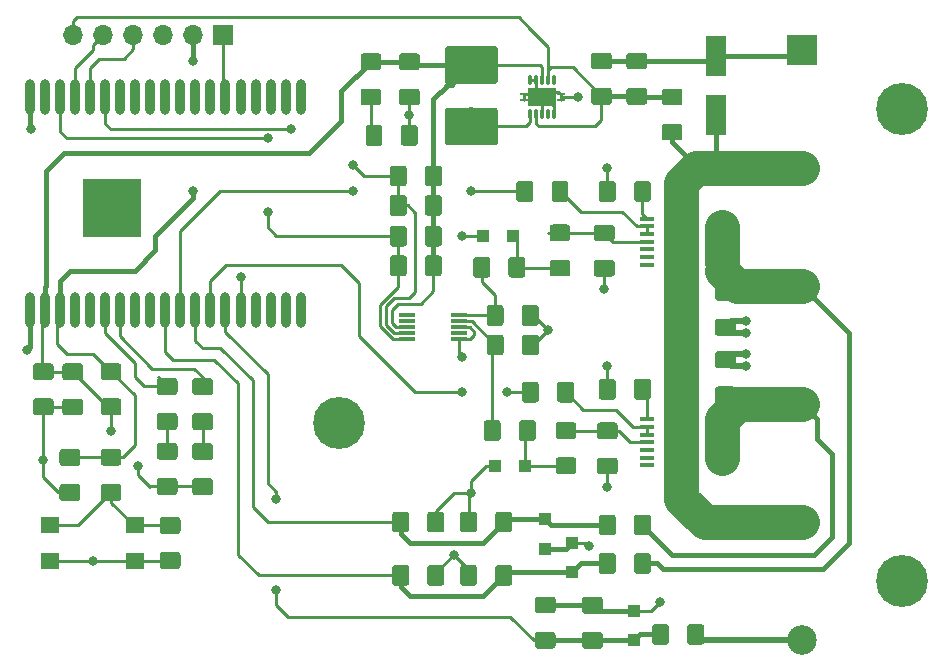
<source format=gbr>
G04 #@! TF.GenerationSoftware,KiCad,Pcbnew,(5.0.1)-3*
G04 #@! TF.CreationDate,2018-11-12T18:53:03-05:00*
G04 #@! TF.ProjectId,ESP32 Windlass,45535033322057696E646C6173732E6B,rev?*
G04 #@! TF.SameCoordinates,Original*
G04 #@! TF.FileFunction,Copper,L1,Top,Signal*
G04 #@! TF.FilePolarity,Positive*
%FSLAX46Y46*%
G04 Gerber Fmt 4.6, Leading zero omitted, Abs format (unit mm)*
G04 Created by KiCad (PCBNEW (5.0.1)-3) date 11/12/2018 6:53:03 PM*
%MOMM*%
%LPD*%
G01*
G04 APERTURE LIST*
G04 #@! TA.AperFunction,ComponentPad*
%ADD10C,0.700000*%
G04 #@! TD*
G04 #@! TA.AperFunction,ComponentPad*
%ADD11C,4.400000*%
G04 #@! TD*
G04 #@! TA.AperFunction,SMDPad,CuDef*
%ADD12R,2.650000X4.000000*%
G04 #@! TD*
G04 #@! TA.AperFunction,SMDPad,CuDef*
%ADD13R,1.310000X0.450000*%
G04 #@! TD*
G04 #@! TA.AperFunction,ComponentPad*
%ADD14C,1.524000*%
G04 #@! TD*
G04 #@! TA.AperFunction,ComponentPad*
%ADD15R,2.500000X2.500000*%
G04 #@! TD*
G04 #@! TA.AperFunction,ComponentPad*
%ADD16C,2.500000*%
G04 #@! TD*
G04 #@! TA.AperFunction,Conductor*
%ADD17C,0.100000*%
G04 #@! TD*
G04 #@! TA.AperFunction,SMDPad,CuDef*
%ADD18C,1.425000*%
G04 #@! TD*
G04 #@! TA.AperFunction,SMDPad,CuDef*
%ADD19R,1.600000X1.400000*%
G04 #@! TD*
G04 #@! TA.AperFunction,ComponentPad*
%ADD20R,1.700000X1.700000*%
G04 #@! TD*
G04 #@! TA.AperFunction,ComponentPad*
%ADD21O,1.700000X1.700000*%
G04 #@! TD*
G04 #@! TA.AperFunction,SMDPad,CuDef*
%ADD22R,1.800000X3.500000*%
G04 #@! TD*
G04 #@! TA.AperFunction,SMDPad,CuDef*
%ADD23R,1.000000X1.000000*%
G04 #@! TD*
G04 #@! TA.AperFunction,SMDPad,CuDef*
%ADD24C,3.200000*%
G04 #@! TD*
G04 #@! TA.AperFunction,SMDPad,CuDef*
%ADD25R,1.400000X0.300000*%
G04 #@! TD*
G04 #@! TA.AperFunction,ComponentPad*
%ADD26C,0.800000*%
G04 #@! TD*
G04 #@! TA.AperFunction,SMDPad,CuDef*
%ADD27O,0.900000X3.000000*%
G04 #@! TD*
G04 #@! TA.AperFunction,SMDPad,CuDef*
%ADD28R,5.000000X5.000000*%
G04 #@! TD*
G04 #@! TA.AperFunction,SMDPad,CuDef*
%ADD29O,0.280000X0.850000*%
G04 #@! TD*
G04 #@! TA.AperFunction,SMDPad,CuDef*
%ADD30R,0.280000X0.280000*%
G04 #@! TD*
G04 #@! TA.AperFunction,SMDPad,CuDef*
%ADD31R,1.050000X0.680000*%
G04 #@! TD*
G04 #@! TA.AperFunction,SMDPad,CuDef*
%ADD32R,0.700000X0.280000*%
G04 #@! TD*
G04 #@! TA.AperFunction,SMDPad,CuDef*
%ADD33R,0.500000X0.260000*%
G04 #@! TD*
G04 #@! TA.AperFunction,SMDPad,CuDef*
%ADD34R,2.400000X1.650000*%
G04 #@! TD*
G04 #@! TA.AperFunction,ComponentPad*
%ADD35C,0.600000*%
G04 #@! TD*
G04 #@! TA.AperFunction,ViaPad*
%ADD36C,0.800000*%
G04 #@! TD*
G04 #@! TA.AperFunction,Conductor*
%ADD37C,0.250000*%
G04 #@! TD*
G04 #@! TA.AperFunction,Conductor*
%ADD38C,0.400000*%
G04 #@! TD*
G04 #@! TA.AperFunction,Conductor*
%ADD39C,0.500000*%
G04 #@! TD*
G04 #@! TA.AperFunction,Conductor*
%ADD40C,3.000000*%
G04 #@! TD*
G04 APERTURE END LIST*
D10*
G04 #@! TO.P,,1*
G04 #@! TO.N,N/C*
X149500000Y-84166548D03*
X148333274Y-83683274D03*
X147166548Y-84166548D03*
X146683274Y-85333274D03*
X147166548Y-86500000D03*
X148333274Y-86983274D03*
X149500000Y-86500000D03*
X149983274Y-85333274D03*
D11*
X148333274Y-85333274D03*
G04 #@! TD*
G04 #@! TO.P,,1*
G04 #@! TO.N,N/C*
X196000000Y-98750000D03*
D10*
X197650000Y-98750000D03*
X197166726Y-99916726D03*
X196000000Y-100400000D03*
X194833274Y-99916726D03*
X194350000Y-98750000D03*
X194833274Y-97583274D03*
X196000000Y-97100000D03*
X197166726Y-97583274D03*
G04 #@! TD*
D12*
G04 #@! TO.P,U1,15*
G04 #@! TO.N,+12V*
X177250000Y-70000000D03*
D13*
G04 #@! TO.P,U1,8*
G04 #@! TO.N,/CH1_LOAD*
X180100000Y-68050000D03*
X180100000Y-68700000D03*
X180100000Y-69350000D03*
X180100000Y-70000000D03*
X180100000Y-70650000D03*
X180100000Y-71300000D03*
X180100000Y-71950000D03*
G04 #@! TO.P,U1,7*
G04 #@! TO.N,Net-(U1-Pad7)*
X174400000Y-71950000D03*
G04 #@! TO.P,U1,6*
G04 #@! TO.N,Net-(U1-Pad6)*
X174400000Y-71300000D03*
G04 #@! TO.P,U1,5*
G04 #@! TO.N,Net-(U1-Pad5)*
X174400000Y-70650000D03*
G04 #@! TO.P,U1,4*
G04 #@! TO.N,Net-(R12-Pad2)*
X174405000Y-70000000D03*
G04 #@! TO.P,U1,3*
G04 #@! TO.N,Net-(R7-Pad2)*
X174400000Y-69350000D03*
G04 #@! TO.P,U1,2*
X174400000Y-68700000D03*
G04 #@! TO.P,U1,1*
G04 #@! TO.N,Net-(R9-Pad2)*
X174400000Y-68050000D03*
D14*
G04 #@! TO.P,U1,15*
G04 #@! TO.N,+12V*
X176615000Y-68730000D03*
X177885000Y-68730000D03*
X177250000Y-70000000D03*
X176615000Y-71270000D03*
X177885000Y-71270000D03*
G04 #@! TD*
D13*
G04 #@! TO.P,U2,1*
G04 #@! TO.N,Net-(R10-Pad2)*
X174400000Y-85050000D03*
G04 #@! TO.P,U2,2*
G04 #@! TO.N,Net-(R8-Pad2)*
X174400000Y-85700000D03*
G04 #@! TO.P,U2,3*
X174400000Y-86350000D03*
G04 #@! TO.P,U2,4*
G04 #@! TO.N,Net-(R14-Pad2)*
X174405000Y-87000000D03*
G04 #@! TO.P,U2,5*
G04 #@! TO.N,Net-(U2-Pad5)*
X174400000Y-87650000D03*
G04 #@! TO.P,U2,6*
G04 #@! TO.N,Net-(U2-Pad6)*
X174400000Y-88300000D03*
G04 #@! TO.P,U2,7*
G04 #@! TO.N,Net-(U2-Pad7)*
X174400000Y-88950000D03*
G04 #@! TO.P,U2,8*
G04 #@! TO.N,/CH2_LOAD*
X180100000Y-88950000D03*
X180100000Y-88300000D03*
X180100000Y-87650000D03*
X180100000Y-87000000D03*
X180100000Y-86350000D03*
X180100000Y-85700000D03*
X180100000Y-85050000D03*
D12*
G04 #@! TO.P,U2,15*
G04 #@! TO.N,+12V*
X177250000Y-87000000D03*
D14*
X176615000Y-85730000D03*
X177250000Y-87000000D03*
X176615000Y-88270000D03*
X177885000Y-85730000D03*
X177885000Y-88270000D03*
G04 #@! TD*
D15*
G04 #@! TO.P,J2,1*
G04 #@! TO.N,GND*
X187500000Y-53750000D03*
D16*
G04 #@! TO.P,J2,2*
G04 #@! TO.N,+12V*
X187500000Y-63750000D03*
G04 #@! TO.P,J2,3*
G04 #@! TO.N,/CH1_LOAD*
X187500000Y-73750000D03*
G04 #@! TO.P,J2,4*
G04 #@! TO.N,/CH2_LOAD*
X187500000Y-83750000D03*
G04 #@! TO.P,J2,5*
G04 #@! TO.N,+12V*
X187500000Y-93750000D03*
G04 #@! TO.P,J2,6*
G04 #@! TO.N,/COUNTER_IN*
X187500000Y-103750000D03*
G04 #@! TD*
D17*
G04 #@! TO.N,/PROG_RST*
G04 #@! TO.C,C1*
G36*
X126149504Y-87551204D02*
X126173773Y-87554804D01*
X126197571Y-87560765D01*
X126220671Y-87569030D01*
X126242849Y-87579520D01*
X126263893Y-87592133D01*
X126283598Y-87606747D01*
X126301777Y-87623223D01*
X126318253Y-87641402D01*
X126332867Y-87661107D01*
X126345480Y-87682151D01*
X126355970Y-87704329D01*
X126364235Y-87727429D01*
X126370196Y-87751227D01*
X126373796Y-87775496D01*
X126375000Y-87800000D01*
X126375000Y-88725000D01*
X126373796Y-88749504D01*
X126370196Y-88773773D01*
X126364235Y-88797571D01*
X126355970Y-88820671D01*
X126345480Y-88842849D01*
X126332867Y-88863893D01*
X126318253Y-88883598D01*
X126301777Y-88901777D01*
X126283598Y-88918253D01*
X126263893Y-88932867D01*
X126242849Y-88945480D01*
X126220671Y-88955970D01*
X126197571Y-88964235D01*
X126173773Y-88970196D01*
X126149504Y-88973796D01*
X126125000Y-88975000D01*
X124875000Y-88975000D01*
X124850496Y-88973796D01*
X124826227Y-88970196D01*
X124802429Y-88964235D01*
X124779329Y-88955970D01*
X124757151Y-88945480D01*
X124736107Y-88932867D01*
X124716402Y-88918253D01*
X124698223Y-88901777D01*
X124681747Y-88883598D01*
X124667133Y-88863893D01*
X124654520Y-88842849D01*
X124644030Y-88820671D01*
X124635765Y-88797571D01*
X124629804Y-88773773D01*
X124626204Y-88749504D01*
X124625000Y-88725000D01*
X124625000Y-87800000D01*
X124626204Y-87775496D01*
X124629804Y-87751227D01*
X124635765Y-87727429D01*
X124644030Y-87704329D01*
X124654520Y-87682151D01*
X124667133Y-87661107D01*
X124681747Y-87641402D01*
X124698223Y-87623223D01*
X124716402Y-87606747D01*
X124736107Y-87592133D01*
X124757151Y-87579520D01*
X124779329Y-87569030D01*
X124802429Y-87560765D01*
X124826227Y-87554804D01*
X124850496Y-87551204D01*
X124875000Y-87550000D01*
X126125000Y-87550000D01*
X126149504Y-87551204D01*
X126149504Y-87551204D01*
G37*
D18*
G04 #@! TD*
G04 #@! TO.P,C1,1*
G04 #@! TO.N,/PROG_RST*
X125500000Y-88262500D03*
D17*
G04 #@! TO.N,GND*
G04 #@! TO.C,C1*
G36*
X126149504Y-90526204D02*
X126173773Y-90529804D01*
X126197571Y-90535765D01*
X126220671Y-90544030D01*
X126242849Y-90554520D01*
X126263893Y-90567133D01*
X126283598Y-90581747D01*
X126301777Y-90598223D01*
X126318253Y-90616402D01*
X126332867Y-90636107D01*
X126345480Y-90657151D01*
X126355970Y-90679329D01*
X126364235Y-90702429D01*
X126370196Y-90726227D01*
X126373796Y-90750496D01*
X126375000Y-90775000D01*
X126375000Y-91700000D01*
X126373796Y-91724504D01*
X126370196Y-91748773D01*
X126364235Y-91772571D01*
X126355970Y-91795671D01*
X126345480Y-91817849D01*
X126332867Y-91838893D01*
X126318253Y-91858598D01*
X126301777Y-91876777D01*
X126283598Y-91893253D01*
X126263893Y-91907867D01*
X126242849Y-91920480D01*
X126220671Y-91930970D01*
X126197571Y-91939235D01*
X126173773Y-91945196D01*
X126149504Y-91948796D01*
X126125000Y-91950000D01*
X124875000Y-91950000D01*
X124850496Y-91948796D01*
X124826227Y-91945196D01*
X124802429Y-91939235D01*
X124779329Y-91930970D01*
X124757151Y-91920480D01*
X124736107Y-91907867D01*
X124716402Y-91893253D01*
X124698223Y-91876777D01*
X124681747Y-91858598D01*
X124667133Y-91838893D01*
X124654520Y-91817849D01*
X124644030Y-91795671D01*
X124635765Y-91772571D01*
X124629804Y-91748773D01*
X124626204Y-91724504D01*
X124625000Y-91700000D01*
X124625000Y-90775000D01*
X124626204Y-90750496D01*
X124629804Y-90726227D01*
X124635765Y-90702429D01*
X124644030Y-90679329D01*
X124654520Y-90657151D01*
X124667133Y-90636107D01*
X124681747Y-90616402D01*
X124698223Y-90598223D01*
X124716402Y-90581747D01*
X124736107Y-90567133D01*
X124757151Y-90554520D01*
X124779329Y-90544030D01*
X124802429Y-90535765D01*
X124826227Y-90529804D01*
X124850496Y-90526204D01*
X124875000Y-90525000D01*
X126125000Y-90525000D01*
X126149504Y-90526204D01*
X126149504Y-90526204D01*
G37*
D18*
G04 #@! TD*
G04 #@! TO.P,C1,2*
G04 #@! TO.N,GND*
X125500000Y-91237500D03*
D19*
G04 #@! TO.P,K1,1*
G04 #@! TO.N,Net-(C2-Pad1)*
X131000000Y-94000000D03*
X123800000Y-94000000D03*
G04 #@! TO.P,K1,2*
G04 #@! TO.N,GND*
X131000000Y-97000000D03*
X123800000Y-97000000D03*
G04 #@! TD*
D17*
G04 #@! TO.N,+3V3*
G04 #@! TO.C,C14*
G36*
X154899504Y-54063704D02*
X154923773Y-54067304D01*
X154947571Y-54073265D01*
X154970671Y-54081530D01*
X154992849Y-54092020D01*
X155013893Y-54104633D01*
X155033598Y-54119247D01*
X155051777Y-54135723D01*
X155068253Y-54153902D01*
X155082867Y-54173607D01*
X155095480Y-54194651D01*
X155105970Y-54216829D01*
X155114235Y-54239929D01*
X155120196Y-54263727D01*
X155123796Y-54287996D01*
X155125000Y-54312500D01*
X155125000Y-55237500D01*
X155123796Y-55262004D01*
X155120196Y-55286273D01*
X155114235Y-55310071D01*
X155105970Y-55333171D01*
X155095480Y-55355349D01*
X155082867Y-55376393D01*
X155068253Y-55396098D01*
X155051777Y-55414277D01*
X155033598Y-55430753D01*
X155013893Y-55445367D01*
X154992849Y-55457980D01*
X154970671Y-55468470D01*
X154947571Y-55476735D01*
X154923773Y-55482696D01*
X154899504Y-55486296D01*
X154875000Y-55487500D01*
X153625000Y-55487500D01*
X153600496Y-55486296D01*
X153576227Y-55482696D01*
X153552429Y-55476735D01*
X153529329Y-55468470D01*
X153507151Y-55457980D01*
X153486107Y-55445367D01*
X153466402Y-55430753D01*
X153448223Y-55414277D01*
X153431747Y-55396098D01*
X153417133Y-55376393D01*
X153404520Y-55355349D01*
X153394030Y-55333171D01*
X153385765Y-55310071D01*
X153379804Y-55286273D01*
X153376204Y-55262004D01*
X153375000Y-55237500D01*
X153375000Y-54312500D01*
X153376204Y-54287996D01*
X153379804Y-54263727D01*
X153385765Y-54239929D01*
X153394030Y-54216829D01*
X153404520Y-54194651D01*
X153417133Y-54173607D01*
X153431747Y-54153902D01*
X153448223Y-54135723D01*
X153466402Y-54119247D01*
X153486107Y-54104633D01*
X153507151Y-54092020D01*
X153529329Y-54081530D01*
X153552429Y-54073265D01*
X153576227Y-54067304D01*
X153600496Y-54063704D01*
X153625000Y-54062500D01*
X154875000Y-54062500D01*
X154899504Y-54063704D01*
X154899504Y-54063704D01*
G37*
D18*
G04 #@! TD*
G04 #@! TO.P,C14,1*
G04 #@! TO.N,+3V3*
X154250000Y-54775000D03*
D17*
G04 #@! TO.N,GND*
G04 #@! TO.C,C14*
G36*
X154899504Y-57038704D02*
X154923773Y-57042304D01*
X154947571Y-57048265D01*
X154970671Y-57056530D01*
X154992849Y-57067020D01*
X155013893Y-57079633D01*
X155033598Y-57094247D01*
X155051777Y-57110723D01*
X155068253Y-57128902D01*
X155082867Y-57148607D01*
X155095480Y-57169651D01*
X155105970Y-57191829D01*
X155114235Y-57214929D01*
X155120196Y-57238727D01*
X155123796Y-57262996D01*
X155125000Y-57287500D01*
X155125000Y-58212500D01*
X155123796Y-58237004D01*
X155120196Y-58261273D01*
X155114235Y-58285071D01*
X155105970Y-58308171D01*
X155095480Y-58330349D01*
X155082867Y-58351393D01*
X155068253Y-58371098D01*
X155051777Y-58389277D01*
X155033598Y-58405753D01*
X155013893Y-58420367D01*
X154992849Y-58432980D01*
X154970671Y-58443470D01*
X154947571Y-58451735D01*
X154923773Y-58457696D01*
X154899504Y-58461296D01*
X154875000Y-58462500D01*
X153625000Y-58462500D01*
X153600496Y-58461296D01*
X153576227Y-58457696D01*
X153552429Y-58451735D01*
X153529329Y-58443470D01*
X153507151Y-58432980D01*
X153486107Y-58420367D01*
X153466402Y-58405753D01*
X153448223Y-58389277D01*
X153431747Y-58371098D01*
X153417133Y-58351393D01*
X153404520Y-58330349D01*
X153394030Y-58308171D01*
X153385765Y-58285071D01*
X153379804Y-58261273D01*
X153376204Y-58237004D01*
X153375000Y-58212500D01*
X153375000Y-57287500D01*
X153376204Y-57262996D01*
X153379804Y-57238727D01*
X153385765Y-57214929D01*
X153394030Y-57191829D01*
X153404520Y-57169651D01*
X153417133Y-57148607D01*
X153431747Y-57128902D01*
X153448223Y-57110723D01*
X153466402Y-57094247D01*
X153486107Y-57079633D01*
X153507151Y-57067020D01*
X153529329Y-57056530D01*
X153552429Y-57048265D01*
X153576227Y-57042304D01*
X153600496Y-57038704D01*
X153625000Y-57037500D01*
X154875000Y-57037500D01*
X154899504Y-57038704D01*
X154899504Y-57038704D01*
G37*
D18*
G04 #@! TD*
G04 #@! TO.P,C14,2*
G04 #@! TO.N,GND*
X154250000Y-57750000D03*
D17*
G04 #@! TO.N,GND*
G04 #@! TO.C,C12*
G36*
X174158635Y-54002580D02*
X174182904Y-54006180D01*
X174206702Y-54012141D01*
X174229802Y-54020406D01*
X174251980Y-54030896D01*
X174273024Y-54043509D01*
X174292729Y-54058123D01*
X174310908Y-54074599D01*
X174327384Y-54092778D01*
X174341998Y-54112483D01*
X174354611Y-54133527D01*
X174365101Y-54155705D01*
X174373366Y-54178805D01*
X174379327Y-54202603D01*
X174382927Y-54226872D01*
X174384131Y-54251376D01*
X174384131Y-55176376D01*
X174382927Y-55200880D01*
X174379327Y-55225149D01*
X174373366Y-55248947D01*
X174365101Y-55272047D01*
X174354611Y-55294225D01*
X174341998Y-55315269D01*
X174327384Y-55334974D01*
X174310908Y-55353153D01*
X174292729Y-55369629D01*
X174273024Y-55384243D01*
X174251980Y-55396856D01*
X174229802Y-55407346D01*
X174206702Y-55415611D01*
X174182904Y-55421572D01*
X174158635Y-55425172D01*
X174134131Y-55426376D01*
X172884131Y-55426376D01*
X172859627Y-55425172D01*
X172835358Y-55421572D01*
X172811560Y-55415611D01*
X172788460Y-55407346D01*
X172766282Y-55396856D01*
X172745238Y-55384243D01*
X172725533Y-55369629D01*
X172707354Y-55353153D01*
X172690878Y-55334974D01*
X172676264Y-55315269D01*
X172663651Y-55294225D01*
X172653161Y-55272047D01*
X172644896Y-55248947D01*
X172638935Y-55225149D01*
X172635335Y-55200880D01*
X172634131Y-55176376D01*
X172634131Y-54251376D01*
X172635335Y-54226872D01*
X172638935Y-54202603D01*
X172644896Y-54178805D01*
X172653161Y-54155705D01*
X172663651Y-54133527D01*
X172676264Y-54112483D01*
X172690878Y-54092778D01*
X172707354Y-54074599D01*
X172725533Y-54058123D01*
X172745238Y-54043509D01*
X172766282Y-54030896D01*
X172788460Y-54020406D01*
X172811560Y-54012141D01*
X172835358Y-54006180D01*
X172859627Y-54002580D01*
X172884131Y-54001376D01*
X174134131Y-54001376D01*
X174158635Y-54002580D01*
X174158635Y-54002580D01*
G37*
D18*
G04 #@! TD*
G04 #@! TO.P,C12,2*
G04 #@! TO.N,GND*
X173509131Y-54713876D03*
D17*
G04 #@! TO.N,/USB_VBUS*
G04 #@! TO.C,C12*
G36*
X174158635Y-56977580D02*
X174182904Y-56981180D01*
X174206702Y-56987141D01*
X174229802Y-56995406D01*
X174251980Y-57005896D01*
X174273024Y-57018509D01*
X174292729Y-57033123D01*
X174310908Y-57049599D01*
X174327384Y-57067778D01*
X174341998Y-57087483D01*
X174354611Y-57108527D01*
X174365101Y-57130705D01*
X174373366Y-57153805D01*
X174379327Y-57177603D01*
X174382927Y-57201872D01*
X174384131Y-57226376D01*
X174384131Y-58151376D01*
X174382927Y-58175880D01*
X174379327Y-58200149D01*
X174373366Y-58223947D01*
X174365101Y-58247047D01*
X174354611Y-58269225D01*
X174341998Y-58290269D01*
X174327384Y-58309974D01*
X174310908Y-58328153D01*
X174292729Y-58344629D01*
X174273024Y-58359243D01*
X174251980Y-58371856D01*
X174229802Y-58382346D01*
X174206702Y-58390611D01*
X174182904Y-58396572D01*
X174158635Y-58400172D01*
X174134131Y-58401376D01*
X172884131Y-58401376D01*
X172859627Y-58400172D01*
X172835358Y-58396572D01*
X172811560Y-58390611D01*
X172788460Y-58382346D01*
X172766282Y-58371856D01*
X172745238Y-58359243D01*
X172725533Y-58344629D01*
X172707354Y-58328153D01*
X172690878Y-58309974D01*
X172676264Y-58290269D01*
X172663651Y-58269225D01*
X172653161Y-58247047D01*
X172644896Y-58223947D01*
X172638935Y-58200149D01*
X172635335Y-58175880D01*
X172634131Y-58151376D01*
X172634131Y-57226376D01*
X172635335Y-57201872D01*
X172638935Y-57177603D01*
X172644896Y-57153805D01*
X172653161Y-57130705D01*
X172663651Y-57108527D01*
X172676264Y-57087483D01*
X172690878Y-57067778D01*
X172707354Y-57049599D01*
X172725533Y-57033123D01*
X172745238Y-57018509D01*
X172766282Y-57005896D01*
X172788460Y-56995406D01*
X172811560Y-56987141D01*
X172835358Y-56981180D01*
X172859627Y-56977580D01*
X172884131Y-56976376D01*
X174134131Y-56976376D01*
X174158635Y-56977580D01*
X174158635Y-56977580D01*
G37*
D18*
G04 #@! TD*
G04 #@! TO.P,C12,1*
G04 #@! TO.N,/USB_VBUS*
X173509131Y-57688876D03*
D17*
G04 #@! TO.N,/USB_VBUS*
G04 #@! TO.C,C11*
G36*
X171158635Y-56977580D02*
X171182904Y-56981180D01*
X171206702Y-56987141D01*
X171229802Y-56995406D01*
X171251980Y-57005896D01*
X171273024Y-57018509D01*
X171292729Y-57033123D01*
X171310908Y-57049599D01*
X171327384Y-57067778D01*
X171341998Y-57087483D01*
X171354611Y-57108527D01*
X171365101Y-57130705D01*
X171373366Y-57153805D01*
X171379327Y-57177603D01*
X171382927Y-57201872D01*
X171384131Y-57226376D01*
X171384131Y-58151376D01*
X171382927Y-58175880D01*
X171379327Y-58200149D01*
X171373366Y-58223947D01*
X171365101Y-58247047D01*
X171354611Y-58269225D01*
X171341998Y-58290269D01*
X171327384Y-58309974D01*
X171310908Y-58328153D01*
X171292729Y-58344629D01*
X171273024Y-58359243D01*
X171251980Y-58371856D01*
X171229802Y-58382346D01*
X171206702Y-58390611D01*
X171182904Y-58396572D01*
X171158635Y-58400172D01*
X171134131Y-58401376D01*
X169884131Y-58401376D01*
X169859627Y-58400172D01*
X169835358Y-58396572D01*
X169811560Y-58390611D01*
X169788460Y-58382346D01*
X169766282Y-58371856D01*
X169745238Y-58359243D01*
X169725533Y-58344629D01*
X169707354Y-58328153D01*
X169690878Y-58309974D01*
X169676264Y-58290269D01*
X169663651Y-58269225D01*
X169653161Y-58247047D01*
X169644896Y-58223947D01*
X169638935Y-58200149D01*
X169635335Y-58175880D01*
X169634131Y-58151376D01*
X169634131Y-57226376D01*
X169635335Y-57201872D01*
X169638935Y-57177603D01*
X169644896Y-57153805D01*
X169653161Y-57130705D01*
X169663651Y-57108527D01*
X169676264Y-57087483D01*
X169690878Y-57067778D01*
X169707354Y-57049599D01*
X169725533Y-57033123D01*
X169745238Y-57018509D01*
X169766282Y-57005896D01*
X169788460Y-56995406D01*
X169811560Y-56987141D01*
X169835358Y-56981180D01*
X169859627Y-56977580D01*
X169884131Y-56976376D01*
X171134131Y-56976376D01*
X171158635Y-56977580D01*
X171158635Y-56977580D01*
G37*
D18*
G04 #@! TD*
G04 #@! TO.P,C11,1*
G04 #@! TO.N,/USB_VBUS*
X170509131Y-57688876D03*
D17*
G04 #@! TO.N,GND*
G04 #@! TO.C,C11*
G36*
X171158635Y-54002580D02*
X171182904Y-54006180D01*
X171206702Y-54012141D01*
X171229802Y-54020406D01*
X171251980Y-54030896D01*
X171273024Y-54043509D01*
X171292729Y-54058123D01*
X171310908Y-54074599D01*
X171327384Y-54092778D01*
X171341998Y-54112483D01*
X171354611Y-54133527D01*
X171365101Y-54155705D01*
X171373366Y-54178805D01*
X171379327Y-54202603D01*
X171382927Y-54226872D01*
X171384131Y-54251376D01*
X171384131Y-55176376D01*
X171382927Y-55200880D01*
X171379327Y-55225149D01*
X171373366Y-55248947D01*
X171365101Y-55272047D01*
X171354611Y-55294225D01*
X171341998Y-55315269D01*
X171327384Y-55334974D01*
X171310908Y-55353153D01*
X171292729Y-55369629D01*
X171273024Y-55384243D01*
X171251980Y-55396856D01*
X171229802Y-55407346D01*
X171206702Y-55415611D01*
X171182904Y-55421572D01*
X171158635Y-55425172D01*
X171134131Y-55426376D01*
X169884131Y-55426376D01*
X169859627Y-55425172D01*
X169835358Y-55421572D01*
X169811560Y-55415611D01*
X169788460Y-55407346D01*
X169766282Y-55396856D01*
X169745238Y-55384243D01*
X169725533Y-55369629D01*
X169707354Y-55353153D01*
X169690878Y-55334974D01*
X169676264Y-55315269D01*
X169663651Y-55294225D01*
X169653161Y-55272047D01*
X169644896Y-55248947D01*
X169638935Y-55225149D01*
X169635335Y-55200880D01*
X169634131Y-55176376D01*
X169634131Y-54251376D01*
X169635335Y-54226872D01*
X169638935Y-54202603D01*
X169644896Y-54178805D01*
X169653161Y-54155705D01*
X169663651Y-54133527D01*
X169676264Y-54112483D01*
X169690878Y-54092778D01*
X169707354Y-54074599D01*
X169725533Y-54058123D01*
X169745238Y-54043509D01*
X169766282Y-54030896D01*
X169788460Y-54020406D01*
X169811560Y-54012141D01*
X169835358Y-54006180D01*
X169859627Y-54002580D01*
X169884131Y-54001376D01*
X171134131Y-54001376D01*
X171158635Y-54002580D01*
X171158635Y-54002580D01*
G37*
D18*
G04 #@! TD*
G04 #@! TO.P,C11,2*
G04 #@! TO.N,GND*
X170509131Y-54713876D03*
D17*
G04 #@! TO.N,GND*
G04 #@! TO.C,C10*
G36*
X164987004Y-77876204D02*
X165011273Y-77879804D01*
X165035071Y-77885765D01*
X165058171Y-77894030D01*
X165080349Y-77904520D01*
X165101393Y-77917133D01*
X165121098Y-77931747D01*
X165139277Y-77948223D01*
X165155753Y-77966402D01*
X165170367Y-77986107D01*
X165182980Y-78007151D01*
X165193470Y-78029329D01*
X165201735Y-78052429D01*
X165207696Y-78076227D01*
X165211296Y-78100496D01*
X165212500Y-78125000D01*
X165212500Y-79375000D01*
X165211296Y-79399504D01*
X165207696Y-79423773D01*
X165201735Y-79447571D01*
X165193470Y-79470671D01*
X165182980Y-79492849D01*
X165170367Y-79513893D01*
X165155753Y-79533598D01*
X165139277Y-79551777D01*
X165121098Y-79568253D01*
X165101393Y-79582867D01*
X165080349Y-79595480D01*
X165058171Y-79605970D01*
X165035071Y-79614235D01*
X165011273Y-79620196D01*
X164987004Y-79623796D01*
X164962500Y-79625000D01*
X164037500Y-79625000D01*
X164012996Y-79623796D01*
X163988727Y-79620196D01*
X163964929Y-79614235D01*
X163941829Y-79605970D01*
X163919651Y-79595480D01*
X163898607Y-79582867D01*
X163878902Y-79568253D01*
X163860723Y-79551777D01*
X163844247Y-79533598D01*
X163829633Y-79513893D01*
X163817020Y-79492849D01*
X163806530Y-79470671D01*
X163798265Y-79447571D01*
X163792304Y-79423773D01*
X163788704Y-79399504D01*
X163787500Y-79375000D01*
X163787500Y-78125000D01*
X163788704Y-78100496D01*
X163792304Y-78076227D01*
X163798265Y-78052429D01*
X163806530Y-78029329D01*
X163817020Y-78007151D01*
X163829633Y-77986107D01*
X163844247Y-77966402D01*
X163860723Y-77948223D01*
X163878902Y-77931747D01*
X163898607Y-77917133D01*
X163919651Y-77904520D01*
X163941829Y-77894030D01*
X163964929Y-77885765D01*
X163988727Y-77879804D01*
X164012996Y-77876204D01*
X164037500Y-77875000D01*
X164962500Y-77875000D01*
X164987004Y-77876204D01*
X164987004Y-77876204D01*
G37*
D18*
G04 #@! TD*
G04 #@! TO.P,C10,2*
G04 #@! TO.N,GND*
X164500000Y-78750000D03*
D17*
G04 #@! TO.N,/CH2_SENSE*
G04 #@! TO.C,C10*
G36*
X162012004Y-77876204D02*
X162036273Y-77879804D01*
X162060071Y-77885765D01*
X162083171Y-77894030D01*
X162105349Y-77904520D01*
X162126393Y-77917133D01*
X162146098Y-77931747D01*
X162164277Y-77948223D01*
X162180753Y-77966402D01*
X162195367Y-77986107D01*
X162207980Y-78007151D01*
X162218470Y-78029329D01*
X162226735Y-78052429D01*
X162232696Y-78076227D01*
X162236296Y-78100496D01*
X162237500Y-78125000D01*
X162237500Y-79375000D01*
X162236296Y-79399504D01*
X162232696Y-79423773D01*
X162226735Y-79447571D01*
X162218470Y-79470671D01*
X162207980Y-79492849D01*
X162195367Y-79513893D01*
X162180753Y-79533598D01*
X162164277Y-79551777D01*
X162146098Y-79568253D01*
X162126393Y-79582867D01*
X162105349Y-79595480D01*
X162083171Y-79605970D01*
X162060071Y-79614235D01*
X162036273Y-79620196D01*
X162012004Y-79623796D01*
X161987500Y-79625000D01*
X161062500Y-79625000D01*
X161037996Y-79623796D01*
X161013727Y-79620196D01*
X160989929Y-79614235D01*
X160966829Y-79605970D01*
X160944651Y-79595480D01*
X160923607Y-79582867D01*
X160903902Y-79568253D01*
X160885723Y-79551777D01*
X160869247Y-79533598D01*
X160854633Y-79513893D01*
X160842020Y-79492849D01*
X160831530Y-79470671D01*
X160823265Y-79447571D01*
X160817304Y-79423773D01*
X160813704Y-79399504D01*
X160812500Y-79375000D01*
X160812500Y-78125000D01*
X160813704Y-78100496D01*
X160817304Y-78076227D01*
X160823265Y-78052429D01*
X160831530Y-78029329D01*
X160842020Y-78007151D01*
X160854633Y-77986107D01*
X160869247Y-77966402D01*
X160885723Y-77948223D01*
X160903902Y-77931747D01*
X160923607Y-77917133D01*
X160944651Y-77904520D01*
X160966829Y-77894030D01*
X160989929Y-77885765D01*
X161013727Y-77879804D01*
X161037996Y-77876204D01*
X161062500Y-77875000D01*
X161987500Y-77875000D01*
X162012004Y-77876204D01*
X162012004Y-77876204D01*
G37*
D18*
G04 #@! TD*
G04 #@! TO.P,C10,1*
G04 #@! TO.N,/CH2_SENSE*
X161525000Y-78750000D03*
D17*
G04 #@! TO.N,/CH1_SENSE*
G04 #@! TO.C,C9*
G36*
X161999504Y-75376204D02*
X162023773Y-75379804D01*
X162047571Y-75385765D01*
X162070671Y-75394030D01*
X162092849Y-75404520D01*
X162113893Y-75417133D01*
X162133598Y-75431747D01*
X162151777Y-75448223D01*
X162168253Y-75466402D01*
X162182867Y-75486107D01*
X162195480Y-75507151D01*
X162205970Y-75529329D01*
X162214235Y-75552429D01*
X162220196Y-75576227D01*
X162223796Y-75600496D01*
X162225000Y-75625000D01*
X162225000Y-76875000D01*
X162223796Y-76899504D01*
X162220196Y-76923773D01*
X162214235Y-76947571D01*
X162205970Y-76970671D01*
X162195480Y-76992849D01*
X162182867Y-77013893D01*
X162168253Y-77033598D01*
X162151777Y-77051777D01*
X162133598Y-77068253D01*
X162113893Y-77082867D01*
X162092849Y-77095480D01*
X162070671Y-77105970D01*
X162047571Y-77114235D01*
X162023773Y-77120196D01*
X161999504Y-77123796D01*
X161975000Y-77125000D01*
X161050000Y-77125000D01*
X161025496Y-77123796D01*
X161001227Y-77120196D01*
X160977429Y-77114235D01*
X160954329Y-77105970D01*
X160932151Y-77095480D01*
X160911107Y-77082867D01*
X160891402Y-77068253D01*
X160873223Y-77051777D01*
X160856747Y-77033598D01*
X160842133Y-77013893D01*
X160829520Y-76992849D01*
X160819030Y-76970671D01*
X160810765Y-76947571D01*
X160804804Y-76923773D01*
X160801204Y-76899504D01*
X160800000Y-76875000D01*
X160800000Y-75625000D01*
X160801204Y-75600496D01*
X160804804Y-75576227D01*
X160810765Y-75552429D01*
X160819030Y-75529329D01*
X160829520Y-75507151D01*
X160842133Y-75486107D01*
X160856747Y-75466402D01*
X160873223Y-75448223D01*
X160891402Y-75431747D01*
X160911107Y-75417133D01*
X160932151Y-75404520D01*
X160954329Y-75394030D01*
X160977429Y-75385765D01*
X161001227Y-75379804D01*
X161025496Y-75376204D01*
X161050000Y-75375000D01*
X161975000Y-75375000D01*
X161999504Y-75376204D01*
X161999504Y-75376204D01*
G37*
D18*
G04 #@! TD*
G04 #@! TO.P,C9,1*
G04 #@! TO.N,/CH1_SENSE*
X161512500Y-76250000D03*
D17*
G04 #@! TO.N,GND*
G04 #@! TO.C,C9*
G36*
X164974504Y-75376204D02*
X164998773Y-75379804D01*
X165022571Y-75385765D01*
X165045671Y-75394030D01*
X165067849Y-75404520D01*
X165088893Y-75417133D01*
X165108598Y-75431747D01*
X165126777Y-75448223D01*
X165143253Y-75466402D01*
X165157867Y-75486107D01*
X165170480Y-75507151D01*
X165180970Y-75529329D01*
X165189235Y-75552429D01*
X165195196Y-75576227D01*
X165198796Y-75600496D01*
X165200000Y-75625000D01*
X165200000Y-76875000D01*
X165198796Y-76899504D01*
X165195196Y-76923773D01*
X165189235Y-76947571D01*
X165180970Y-76970671D01*
X165170480Y-76992849D01*
X165157867Y-77013893D01*
X165143253Y-77033598D01*
X165126777Y-77051777D01*
X165108598Y-77068253D01*
X165088893Y-77082867D01*
X165067849Y-77095480D01*
X165045671Y-77105970D01*
X165022571Y-77114235D01*
X164998773Y-77120196D01*
X164974504Y-77123796D01*
X164950000Y-77125000D01*
X164025000Y-77125000D01*
X164000496Y-77123796D01*
X163976227Y-77120196D01*
X163952429Y-77114235D01*
X163929329Y-77105970D01*
X163907151Y-77095480D01*
X163886107Y-77082867D01*
X163866402Y-77068253D01*
X163848223Y-77051777D01*
X163831747Y-77033598D01*
X163817133Y-77013893D01*
X163804520Y-76992849D01*
X163794030Y-76970671D01*
X163785765Y-76947571D01*
X163779804Y-76923773D01*
X163776204Y-76899504D01*
X163775000Y-76875000D01*
X163775000Y-75625000D01*
X163776204Y-75600496D01*
X163779804Y-75576227D01*
X163785765Y-75552429D01*
X163794030Y-75529329D01*
X163804520Y-75507151D01*
X163817133Y-75486107D01*
X163831747Y-75466402D01*
X163848223Y-75448223D01*
X163866402Y-75431747D01*
X163886107Y-75417133D01*
X163907151Y-75404520D01*
X163929329Y-75394030D01*
X163952429Y-75385765D01*
X163976227Y-75379804D01*
X164000496Y-75376204D01*
X164025000Y-75375000D01*
X164950000Y-75375000D01*
X164974504Y-75376204D01*
X164974504Y-75376204D01*
G37*
D18*
G04 #@! TD*
G04 #@! TO.P,C9,2*
G04 #@! TO.N,GND*
X164487500Y-76250000D03*
D17*
G04 #@! TO.N,GND*
G04 #@! TO.C,C8*
G36*
X181649504Y-79288704D02*
X181673773Y-79292304D01*
X181697571Y-79298265D01*
X181720671Y-79306530D01*
X181742849Y-79317020D01*
X181763893Y-79329633D01*
X181783598Y-79344247D01*
X181801777Y-79360723D01*
X181818253Y-79378902D01*
X181832867Y-79398607D01*
X181845480Y-79419651D01*
X181855970Y-79441829D01*
X181864235Y-79464929D01*
X181870196Y-79488727D01*
X181873796Y-79512996D01*
X181875000Y-79537500D01*
X181875000Y-80462500D01*
X181873796Y-80487004D01*
X181870196Y-80511273D01*
X181864235Y-80535071D01*
X181855970Y-80558171D01*
X181845480Y-80580349D01*
X181832867Y-80601393D01*
X181818253Y-80621098D01*
X181801777Y-80639277D01*
X181783598Y-80655753D01*
X181763893Y-80670367D01*
X181742849Y-80682980D01*
X181720671Y-80693470D01*
X181697571Y-80701735D01*
X181673773Y-80707696D01*
X181649504Y-80711296D01*
X181625000Y-80712500D01*
X180375000Y-80712500D01*
X180350496Y-80711296D01*
X180326227Y-80707696D01*
X180302429Y-80701735D01*
X180279329Y-80693470D01*
X180257151Y-80682980D01*
X180236107Y-80670367D01*
X180216402Y-80655753D01*
X180198223Y-80639277D01*
X180181747Y-80621098D01*
X180167133Y-80601393D01*
X180154520Y-80580349D01*
X180144030Y-80558171D01*
X180135765Y-80535071D01*
X180129804Y-80511273D01*
X180126204Y-80487004D01*
X180125000Y-80462500D01*
X180125000Y-79537500D01*
X180126204Y-79512996D01*
X180129804Y-79488727D01*
X180135765Y-79464929D01*
X180144030Y-79441829D01*
X180154520Y-79419651D01*
X180167133Y-79398607D01*
X180181747Y-79378902D01*
X180198223Y-79360723D01*
X180216402Y-79344247D01*
X180236107Y-79329633D01*
X180257151Y-79317020D01*
X180279329Y-79306530D01*
X180302429Y-79298265D01*
X180326227Y-79292304D01*
X180350496Y-79288704D01*
X180375000Y-79287500D01*
X181625000Y-79287500D01*
X181649504Y-79288704D01*
X181649504Y-79288704D01*
G37*
D18*
G04 #@! TD*
G04 #@! TO.P,C8,2*
G04 #@! TO.N,GND*
X181000000Y-80000000D03*
D17*
G04 #@! TO.N,/CH2_LOAD*
G04 #@! TO.C,C8*
G36*
X181649504Y-82263704D02*
X181673773Y-82267304D01*
X181697571Y-82273265D01*
X181720671Y-82281530D01*
X181742849Y-82292020D01*
X181763893Y-82304633D01*
X181783598Y-82319247D01*
X181801777Y-82335723D01*
X181818253Y-82353902D01*
X181832867Y-82373607D01*
X181845480Y-82394651D01*
X181855970Y-82416829D01*
X181864235Y-82439929D01*
X181870196Y-82463727D01*
X181873796Y-82487996D01*
X181875000Y-82512500D01*
X181875000Y-83437500D01*
X181873796Y-83462004D01*
X181870196Y-83486273D01*
X181864235Y-83510071D01*
X181855970Y-83533171D01*
X181845480Y-83555349D01*
X181832867Y-83576393D01*
X181818253Y-83596098D01*
X181801777Y-83614277D01*
X181783598Y-83630753D01*
X181763893Y-83645367D01*
X181742849Y-83657980D01*
X181720671Y-83668470D01*
X181697571Y-83676735D01*
X181673773Y-83682696D01*
X181649504Y-83686296D01*
X181625000Y-83687500D01*
X180375000Y-83687500D01*
X180350496Y-83686296D01*
X180326227Y-83682696D01*
X180302429Y-83676735D01*
X180279329Y-83668470D01*
X180257151Y-83657980D01*
X180236107Y-83645367D01*
X180216402Y-83630753D01*
X180198223Y-83614277D01*
X180181747Y-83596098D01*
X180167133Y-83576393D01*
X180154520Y-83555349D01*
X180144030Y-83533171D01*
X180135765Y-83510071D01*
X180129804Y-83486273D01*
X180126204Y-83462004D01*
X180125000Y-83437500D01*
X180125000Y-82512500D01*
X180126204Y-82487996D01*
X180129804Y-82463727D01*
X180135765Y-82439929D01*
X180144030Y-82416829D01*
X180154520Y-82394651D01*
X180167133Y-82373607D01*
X180181747Y-82353902D01*
X180198223Y-82335723D01*
X180216402Y-82319247D01*
X180236107Y-82304633D01*
X180257151Y-82292020D01*
X180279329Y-82281530D01*
X180302429Y-82273265D01*
X180326227Y-82267304D01*
X180350496Y-82263704D01*
X180375000Y-82262500D01*
X181625000Y-82262500D01*
X181649504Y-82263704D01*
X181649504Y-82263704D01*
G37*
D18*
G04 #@! TD*
G04 #@! TO.P,C8,1*
G04 #@! TO.N,/CH2_LOAD*
X181000000Y-82975000D03*
D17*
G04 #@! TO.N,/CH1_LOAD*
G04 #@! TO.C,C7*
G36*
X181649504Y-73563704D02*
X181673773Y-73567304D01*
X181697571Y-73573265D01*
X181720671Y-73581530D01*
X181742849Y-73592020D01*
X181763893Y-73604633D01*
X181783598Y-73619247D01*
X181801777Y-73635723D01*
X181818253Y-73653902D01*
X181832867Y-73673607D01*
X181845480Y-73694651D01*
X181855970Y-73716829D01*
X181864235Y-73739929D01*
X181870196Y-73763727D01*
X181873796Y-73787996D01*
X181875000Y-73812500D01*
X181875000Y-74737500D01*
X181873796Y-74762004D01*
X181870196Y-74786273D01*
X181864235Y-74810071D01*
X181855970Y-74833171D01*
X181845480Y-74855349D01*
X181832867Y-74876393D01*
X181818253Y-74896098D01*
X181801777Y-74914277D01*
X181783598Y-74930753D01*
X181763893Y-74945367D01*
X181742849Y-74957980D01*
X181720671Y-74968470D01*
X181697571Y-74976735D01*
X181673773Y-74982696D01*
X181649504Y-74986296D01*
X181625000Y-74987500D01*
X180375000Y-74987500D01*
X180350496Y-74986296D01*
X180326227Y-74982696D01*
X180302429Y-74976735D01*
X180279329Y-74968470D01*
X180257151Y-74957980D01*
X180236107Y-74945367D01*
X180216402Y-74930753D01*
X180198223Y-74914277D01*
X180181747Y-74896098D01*
X180167133Y-74876393D01*
X180154520Y-74855349D01*
X180144030Y-74833171D01*
X180135765Y-74810071D01*
X180129804Y-74786273D01*
X180126204Y-74762004D01*
X180125000Y-74737500D01*
X180125000Y-73812500D01*
X180126204Y-73787996D01*
X180129804Y-73763727D01*
X180135765Y-73739929D01*
X180144030Y-73716829D01*
X180154520Y-73694651D01*
X180167133Y-73673607D01*
X180181747Y-73653902D01*
X180198223Y-73635723D01*
X180216402Y-73619247D01*
X180236107Y-73604633D01*
X180257151Y-73592020D01*
X180279329Y-73581530D01*
X180302429Y-73573265D01*
X180326227Y-73567304D01*
X180350496Y-73563704D01*
X180375000Y-73562500D01*
X181625000Y-73562500D01*
X181649504Y-73563704D01*
X181649504Y-73563704D01*
G37*
D18*
G04 #@! TD*
G04 #@! TO.P,C7,1*
G04 #@! TO.N,/CH1_LOAD*
X181000000Y-74275000D03*
D17*
G04 #@! TO.N,GND*
G04 #@! TO.C,C7*
G36*
X181649504Y-76538704D02*
X181673773Y-76542304D01*
X181697571Y-76548265D01*
X181720671Y-76556530D01*
X181742849Y-76567020D01*
X181763893Y-76579633D01*
X181783598Y-76594247D01*
X181801777Y-76610723D01*
X181818253Y-76628902D01*
X181832867Y-76648607D01*
X181845480Y-76669651D01*
X181855970Y-76691829D01*
X181864235Y-76714929D01*
X181870196Y-76738727D01*
X181873796Y-76762996D01*
X181875000Y-76787500D01*
X181875000Y-77712500D01*
X181873796Y-77737004D01*
X181870196Y-77761273D01*
X181864235Y-77785071D01*
X181855970Y-77808171D01*
X181845480Y-77830349D01*
X181832867Y-77851393D01*
X181818253Y-77871098D01*
X181801777Y-77889277D01*
X181783598Y-77905753D01*
X181763893Y-77920367D01*
X181742849Y-77932980D01*
X181720671Y-77943470D01*
X181697571Y-77951735D01*
X181673773Y-77957696D01*
X181649504Y-77961296D01*
X181625000Y-77962500D01*
X180375000Y-77962500D01*
X180350496Y-77961296D01*
X180326227Y-77957696D01*
X180302429Y-77951735D01*
X180279329Y-77943470D01*
X180257151Y-77932980D01*
X180236107Y-77920367D01*
X180216402Y-77905753D01*
X180198223Y-77889277D01*
X180181747Y-77871098D01*
X180167133Y-77851393D01*
X180154520Y-77830349D01*
X180144030Y-77808171D01*
X180135765Y-77785071D01*
X180129804Y-77761273D01*
X180126204Y-77737004D01*
X180125000Y-77712500D01*
X180125000Y-76787500D01*
X180126204Y-76762996D01*
X180129804Y-76738727D01*
X180135765Y-76714929D01*
X180144030Y-76691829D01*
X180154520Y-76669651D01*
X180167133Y-76648607D01*
X180181747Y-76628902D01*
X180198223Y-76610723D01*
X180216402Y-76594247D01*
X180236107Y-76579633D01*
X180257151Y-76567020D01*
X180279329Y-76556530D01*
X180302429Y-76548265D01*
X180326227Y-76542304D01*
X180350496Y-76538704D01*
X180375000Y-76537500D01*
X181625000Y-76537500D01*
X181649504Y-76538704D01*
X181649504Y-76538704D01*
G37*
D18*
G04 #@! TD*
G04 #@! TO.P,C7,2*
G04 #@! TO.N,GND*
X181000000Y-77250000D03*
D17*
G04 #@! TO.N,GND*
G04 #@! TO.C,C2*
G36*
X134649504Y-96288704D02*
X134673773Y-96292304D01*
X134697571Y-96298265D01*
X134720671Y-96306530D01*
X134742849Y-96317020D01*
X134763893Y-96329633D01*
X134783598Y-96344247D01*
X134801777Y-96360723D01*
X134818253Y-96378902D01*
X134832867Y-96398607D01*
X134845480Y-96419651D01*
X134855970Y-96441829D01*
X134864235Y-96464929D01*
X134870196Y-96488727D01*
X134873796Y-96512996D01*
X134875000Y-96537500D01*
X134875000Y-97462500D01*
X134873796Y-97487004D01*
X134870196Y-97511273D01*
X134864235Y-97535071D01*
X134855970Y-97558171D01*
X134845480Y-97580349D01*
X134832867Y-97601393D01*
X134818253Y-97621098D01*
X134801777Y-97639277D01*
X134783598Y-97655753D01*
X134763893Y-97670367D01*
X134742849Y-97682980D01*
X134720671Y-97693470D01*
X134697571Y-97701735D01*
X134673773Y-97707696D01*
X134649504Y-97711296D01*
X134625000Y-97712500D01*
X133375000Y-97712500D01*
X133350496Y-97711296D01*
X133326227Y-97707696D01*
X133302429Y-97701735D01*
X133279329Y-97693470D01*
X133257151Y-97682980D01*
X133236107Y-97670367D01*
X133216402Y-97655753D01*
X133198223Y-97639277D01*
X133181747Y-97621098D01*
X133167133Y-97601393D01*
X133154520Y-97580349D01*
X133144030Y-97558171D01*
X133135765Y-97535071D01*
X133129804Y-97511273D01*
X133126204Y-97487004D01*
X133125000Y-97462500D01*
X133125000Y-96537500D01*
X133126204Y-96512996D01*
X133129804Y-96488727D01*
X133135765Y-96464929D01*
X133144030Y-96441829D01*
X133154520Y-96419651D01*
X133167133Y-96398607D01*
X133181747Y-96378902D01*
X133198223Y-96360723D01*
X133216402Y-96344247D01*
X133236107Y-96329633D01*
X133257151Y-96317020D01*
X133279329Y-96306530D01*
X133302429Y-96298265D01*
X133326227Y-96292304D01*
X133350496Y-96288704D01*
X133375000Y-96287500D01*
X134625000Y-96287500D01*
X134649504Y-96288704D01*
X134649504Y-96288704D01*
G37*
D18*
G04 #@! TD*
G04 #@! TO.P,C2,2*
G04 #@! TO.N,GND*
X134000000Y-97000000D03*
D17*
G04 #@! TO.N,Net-(C2-Pad1)*
G04 #@! TO.C,C2*
G36*
X134649504Y-93313704D02*
X134673773Y-93317304D01*
X134697571Y-93323265D01*
X134720671Y-93331530D01*
X134742849Y-93342020D01*
X134763893Y-93354633D01*
X134783598Y-93369247D01*
X134801777Y-93385723D01*
X134818253Y-93403902D01*
X134832867Y-93423607D01*
X134845480Y-93444651D01*
X134855970Y-93466829D01*
X134864235Y-93489929D01*
X134870196Y-93513727D01*
X134873796Y-93537996D01*
X134875000Y-93562500D01*
X134875000Y-94487500D01*
X134873796Y-94512004D01*
X134870196Y-94536273D01*
X134864235Y-94560071D01*
X134855970Y-94583171D01*
X134845480Y-94605349D01*
X134832867Y-94626393D01*
X134818253Y-94646098D01*
X134801777Y-94664277D01*
X134783598Y-94680753D01*
X134763893Y-94695367D01*
X134742849Y-94707980D01*
X134720671Y-94718470D01*
X134697571Y-94726735D01*
X134673773Y-94732696D01*
X134649504Y-94736296D01*
X134625000Y-94737500D01*
X133375000Y-94737500D01*
X133350496Y-94736296D01*
X133326227Y-94732696D01*
X133302429Y-94726735D01*
X133279329Y-94718470D01*
X133257151Y-94707980D01*
X133236107Y-94695367D01*
X133216402Y-94680753D01*
X133198223Y-94664277D01*
X133181747Y-94646098D01*
X133167133Y-94626393D01*
X133154520Y-94605349D01*
X133144030Y-94583171D01*
X133135765Y-94560071D01*
X133129804Y-94536273D01*
X133126204Y-94512004D01*
X133125000Y-94487500D01*
X133125000Y-93562500D01*
X133126204Y-93537996D01*
X133129804Y-93513727D01*
X133135765Y-93489929D01*
X133144030Y-93466829D01*
X133154520Y-93444651D01*
X133167133Y-93423607D01*
X133181747Y-93403902D01*
X133198223Y-93385723D01*
X133216402Y-93369247D01*
X133236107Y-93354633D01*
X133257151Y-93342020D01*
X133279329Y-93331530D01*
X133302429Y-93323265D01*
X133326227Y-93317304D01*
X133350496Y-93313704D01*
X133375000Y-93312500D01*
X134625000Y-93312500D01*
X134649504Y-93313704D01*
X134649504Y-93313704D01*
G37*
D18*
G04 #@! TD*
G04 #@! TO.P,C2,1*
G04 #@! TO.N,Net-(C2-Pad1)*
X134000000Y-94025000D03*
D17*
G04 #@! TO.N,GND*
G04 #@! TO.C,C3*
G36*
X126399504Y-83288704D02*
X126423773Y-83292304D01*
X126447571Y-83298265D01*
X126470671Y-83306530D01*
X126492849Y-83317020D01*
X126513893Y-83329633D01*
X126533598Y-83344247D01*
X126551777Y-83360723D01*
X126568253Y-83378902D01*
X126582867Y-83398607D01*
X126595480Y-83419651D01*
X126605970Y-83441829D01*
X126614235Y-83464929D01*
X126620196Y-83488727D01*
X126623796Y-83512996D01*
X126625000Y-83537500D01*
X126625000Y-84462500D01*
X126623796Y-84487004D01*
X126620196Y-84511273D01*
X126614235Y-84535071D01*
X126605970Y-84558171D01*
X126595480Y-84580349D01*
X126582867Y-84601393D01*
X126568253Y-84621098D01*
X126551777Y-84639277D01*
X126533598Y-84655753D01*
X126513893Y-84670367D01*
X126492849Y-84682980D01*
X126470671Y-84693470D01*
X126447571Y-84701735D01*
X126423773Y-84707696D01*
X126399504Y-84711296D01*
X126375000Y-84712500D01*
X125125000Y-84712500D01*
X125100496Y-84711296D01*
X125076227Y-84707696D01*
X125052429Y-84701735D01*
X125029329Y-84693470D01*
X125007151Y-84682980D01*
X124986107Y-84670367D01*
X124966402Y-84655753D01*
X124948223Y-84639277D01*
X124931747Y-84621098D01*
X124917133Y-84601393D01*
X124904520Y-84580349D01*
X124894030Y-84558171D01*
X124885765Y-84535071D01*
X124879804Y-84511273D01*
X124876204Y-84487004D01*
X124875000Y-84462500D01*
X124875000Y-83537500D01*
X124876204Y-83512996D01*
X124879804Y-83488727D01*
X124885765Y-83464929D01*
X124894030Y-83441829D01*
X124904520Y-83419651D01*
X124917133Y-83398607D01*
X124931747Y-83378902D01*
X124948223Y-83360723D01*
X124966402Y-83344247D01*
X124986107Y-83329633D01*
X125007151Y-83317020D01*
X125029329Y-83306530D01*
X125052429Y-83298265D01*
X125076227Y-83292304D01*
X125100496Y-83288704D01*
X125125000Y-83287500D01*
X126375000Y-83287500D01*
X126399504Y-83288704D01*
X126399504Y-83288704D01*
G37*
D18*
G04 #@! TD*
G04 #@! TO.P,C3,1*
G04 #@! TO.N,GND*
X125750000Y-84000000D03*
D17*
G04 #@! TO.N,+3V3*
G04 #@! TO.C,C3*
G36*
X126399504Y-80313704D02*
X126423773Y-80317304D01*
X126447571Y-80323265D01*
X126470671Y-80331530D01*
X126492849Y-80342020D01*
X126513893Y-80354633D01*
X126533598Y-80369247D01*
X126551777Y-80385723D01*
X126568253Y-80403902D01*
X126582867Y-80423607D01*
X126595480Y-80444651D01*
X126605970Y-80466829D01*
X126614235Y-80489929D01*
X126620196Y-80513727D01*
X126623796Y-80537996D01*
X126625000Y-80562500D01*
X126625000Y-81487500D01*
X126623796Y-81512004D01*
X126620196Y-81536273D01*
X126614235Y-81560071D01*
X126605970Y-81583171D01*
X126595480Y-81605349D01*
X126582867Y-81626393D01*
X126568253Y-81646098D01*
X126551777Y-81664277D01*
X126533598Y-81680753D01*
X126513893Y-81695367D01*
X126492849Y-81707980D01*
X126470671Y-81718470D01*
X126447571Y-81726735D01*
X126423773Y-81732696D01*
X126399504Y-81736296D01*
X126375000Y-81737500D01*
X125125000Y-81737500D01*
X125100496Y-81736296D01*
X125076227Y-81732696D01*
X125052429Y-81726735D01*
X125029329Y-81718470D01*
X125007151Y-81707980D01*
X124986107Y-81695367D01*
X124966402Y-81680753D01*
X124948223Y-81664277D01*
X124931747Y-81646098D01*
X124917133Y-81626393D01*
X124904520Y-81605349D01*
X124894030Y-81583171D01*
X124885765Y-81560071D01*
X124879804Y-81536273D01*
X124876204Y-81512004D01*
X124875000Y-81487500D01*
X124875000Y-80562500D01*
X124876204Y-80537996D01*
X124879804Y-80513727D01*
X124885765Y-80489929D01*
X124894030Y-80466829D01*
X124904520Y-80444651D01*
X124917133Y-80423607D01*
X124931747Y-80403902D01*
X124948223Y-80385723D01*
X124966402Y-80369247D01*
X124986107Y-80354633D01*
X125007151Y-80342020D01*
X125029329Y-80331530D01*
X125052429Y-80323265D01*
X125076227Y-80317304D01*
X125100496Y-80313704D01*
X125125000Y-80312500D01*
X126375000Y-80312500D01*
X126399504Y-80313704D01*
X126399504Y-80313704D01*
G37*
D18*
G04 #@! TD*
G04 #@! TO.P,C3,2*
G04 #@! TO.N,+3V3*
X125750000Y-81025000D03*
D17*
G04 #@! TO.N,+3V3*
G04 #@! TO.C,C4*
G36*
X123899504Y-80301204D02*
X123923773Y-80304804D01*
X123947571Y-80310765D01*
X123970671Y-80319030D01*
X123992849Y-80329520D01*
X124013893Y-80342133D01*
X124033598Y-80356747D01*
X124051777Y-80373223D01*
X124068253Y-80391402D01*
X124082867Y-80411107D01*
X124095480Y-80432151D01*
X124105970Y-80454329D01*
X124114235Y-80477429D01*
X124120196Y-80501227D01*
X124123796Y-80525496D01*
X124125000Y-80550000D01*
X124125000Y-81475000D01*
X124123796Y-81499504D01*
X124120196Y-81523773D01*
X124114235Y-81547571D01*
X124105970Y-81570671D01*
X124095480Y-81592849D01*
X124082867Y-81613893D01*
X124068253Y-81633598D01*
X124051777Y-81651777D01*
X124033598Y-81668253D01*
X124013893Y-81682867D01*
X123992849Y-81695480D01*
X123970671Y-81705970D01*
X123947571Y-81714235D01*
X123923773Y-81720196D01*
X123899504Y-81723796D01*
X123875000Y-81725000D01*
X122625000Y-81725000D01*
X122600496Y-81723796D01*
X122576227Y-81720196D01*
X122552429Y-81714235D01*
X122529329Y-81705970D01*
X122507151Y-81695480D01*
X122486107Y-81682867D01*
X122466402Y-81668253D01*
X122448223Y-81651777D01*
X122431747Y-81633598D01*
X122417133Y-81613893D01*
X122404520Y-81592849D01*
X122394030Y-81570671D01*
X122385765Y-81547571D01*
X122379804Y-81523773D01*
X122376204Y-81499504D01*
X122375000Y-81475000D01*
X122375000Y-80550000D01*
X122376204Y-80525496D01*
X122379804Y-80501227D01*
X122385765Y-80477429D01*
X122394030Y-80454329D01*
X122404520Y-80432151D01*
X122417133Y-80411107D01*
X122431747Y-80391402D01*
X122448223Y-80373223D01*
X122466402Y-80356747D01*
X122486107Y-80342133D01*
X122507151Y-80329520D01*
X122529329Y-80319030D01*
X122552429Y-80310765D01*
X122576227Y-80304804D01*
X122600496Y-80301204D01*
X122625000Y-80300000D01*
X123875000Y-80300000D01*
X123899504Y-80301204D01*
X123899504Y-80301204D01*
G37*
D18*
G04 #@! TD*
G04 #@! TO.P,C4,2*
G04 #@! TO.N,+3V3*
X123250000Y-81012500D03*
D17*
G04 #@! TO.N,GND*
G04 #@! TO.C,C4*
G36*
X123899504Y-83276204D02*
X123923773Y-83279804D01*
X123947571Y-83285765D01*
X123970671Y-83294030D01*
X123992849Y-83304520D01*
X124013893Y-83317133D01*
X124033598Y-83331747D01*
X124051777Y-83348223D01*
X124068253Y-83366402D01*
X124082867Y-83386107D01*
X124095480Y-83407151D01*
X124105970Y-83429329D01*
X124114235Y-83452429D01*
X124120196Y-83476227D01*
X124123796Y-83500496D01*
X124125000Y-83525000D01*
X124125000Y-84450000D01*
X124123796Y-84474504D01*
X124120196Y-84498773D01*
X124114235Y-84522571D01*
X124105970Y-84545671D01*
X124095480Y-84567849D01*
X124082867Y-84588893D01*
X124068253Y-84608598D01*
X124051777Y-84626777D01*
X124033598Y-84643253D01*
X124013893Y-84657867D01*
X123992849Y-84670480D01*
X123970671Y-84680970D01*
X123947571Y-84689235D01*
X123923773Y-84695196D01*
X123899504Y-84698796D01*
X123875000Y-84700000D01*
X122625000Y-84700000D01*
X122600496Y-84698796D01*
X122576227Y-84695196D01*
X122552429Y-84689235D01*
X122529329Y-84680970D01*
X122507151Y-84670480D01*
X122486107Y-84657867D01*
X122466402Y-84643253D01*
X122448223Y-84626777D01*
X122431747Y-84608598D01*
X122417133Y-84588893D01*
X122404520Y-84567849D01*
X122394030Y-84545671D01*
X122385765Y-84522571D01*
X122379804Y-84498773D01*
X122376204Y-84474504D01*
X122375000Y-84450000D01*
X122375000Y-83525000D01*
X122376204Y-83500496D01*
X122379804Y-83476227D01*
X122385765Y-83452429D01*
X122394030Y-83429329D01*
X122404520Y-83407151D01*
X122417133Y-83386107D01*
X122431747Y-83366402D01*
X122448223Y-83348223D01*
X122466402Y-83331747D01*
X122486107Y-83317133D01*
X122507151Y-83304520D01*
X122529329Y-83294030D01*
X122552429Y-83285765D01*
X122576227Y-83279804D01*
X122600496Y-83276204D01*
X122625000Y-83275000D01*
X123875000Y-83275000D01*
X123899504Y-83276204D01*
X123899504Y-83276204D01*
G37*
D18*
G04 #@! TD*
G04 #@! TO.P,C4,1*
G04 #@! TO.N,GND*
X123250000Y-83987500D03*
D17*
G04 #@! TO.N,/COUNTER*
G04 #@! TO.C,C13*
G36*
X166399504Y-103026204D02*
X166423773Y-103029804D01*
X166447571Y-103035765D01*
X166470671Y-103044030D01*
X166492849Y-103054520D01*
X166513893Y-103067133D01*
X166533598Y-103081747D01*
X166551777Y-103098223D01*
X166568253Y-103116402D01*
X166582867Y-103136107D01*
X166595480Y-103157151D01*
X166605970Y-103179329D01*
X166614235Y-103202429D01*
X166620196Y-103226227D01*
X166623796Y-103250496D01*
X166625000Y-103275000D01*
X166625000Y-104200000D01*
X166623796Y-104224504D01*
X166620196Y-104248773D01*
X166614235Y-104272571D01*
X166605970Y-104295671D01*
X166595480Y-104317849D01*
X166582867Y-104338893D01*
X166568253Y-104358598D01*
X166551777Y-104376777D01*
X166533598Y-104393253D01*
X166513893Y-104407867D01*
X166492849Y-104420480D01*
X166470671Y-104430970D01*
X166447571Y-104439235D01*
X166423773Y-104445196D01*
X166399504Y-104448796D01*
X166375000Y-104450000D01*
X165125000Y-104450000D01*
X165100496Y-104448796D01*
X165076227Y-104445196D01*
X165052429Y-104439235D01*
X165029329Y-104430970D01*
X165007151Y-104420480D01*
X164986107Y-104407867D01*
X164966402Y-104393253D01*
X164948223Y-104376777D01*
X164931747Y-104358598D01*
X164917133Y-104338893D01*
X164904520Y-104317849D01*
X164894030Y-104295671D01*
X164885765Y-104272571D01*
X164879804Y-104248773D01*
X164876204Y-104224504D01*
X164875000Y-104200000D01*
X164875000Y-103275000D01*
X164876204Y-103250496D01*
X164879804Y-103226227D01*
X164885765Y-103202429D01*
X164894030Y-103179329D01*
X164904520Y-103157151D01*
X164917133Y-103136107D01*
X164931747Y-103116402D01*
X164948223Y-103098223D01*
X164966402Y-103081747D01*
X164986107Y-103067133D01*
X165007151Y-103054520D01*
X165029329Y-103044030D01*
X165052429Y-103035765D01*
X165076227Y-103029804D01*
X165100496Y-103026204D01*
X165125000Y-103025000D01*
X166375000Y-103025000D01*
X166399504Y-103026204D01*
X166399504Y-103026204D01*
G37*
D18*
G04 #@! TD*
G04 #@! TO.P,C13,1*
G04 #@! TO.N,/COUNTER*
X165750000Y-103737500D03*
D17*
G04 #@! TO.N,GND*
G04 #@! TO.C,C13*
G36*
X166399504Y-100051204D02*
X166423773Y-100054804D01*
X166447571Y-100060765D01*
X166470671Y-100069030D01*
X166492849Y-100079520D01*
X166513893Y-100092133D01*
X166533598Y-100106747D01*
X166551777Y-100123223D01*
X166568253Y-100141402D01*
X166582867Y-100161107D01*
X166595480Y-100182151D01*
X166605970Y-100204329D01*
X166614235Y-100227429D01*
X166620196Y-100251227D01*
X166623796Y-100275496D01*
X166625000Y-100300000D01*
X166625000Y-101225000D01*
X166623796Y-101249504D01*
X166620196Y-101273773D01*
X166614235Y-101297571D01*
X166605970Y-101320671D01*
X166595480Y-101342849D01*
X166582867Y-101363893D01*
X166568253Y-101383598D01*
X166551777Y-101401777D01*
X166533598Y-101418253D01*
X166513893Y-101432867D01*
X166492849Y-101445480D01*
X166470671Y-101455970D01*
X166447571Y-101464235D01*
X166423773Y-101470196D01*
X166399504Y-101473796D01*
X166375000Y-101475000D01*
X165125000Y-101475000D01*
X165100496Y-101473796D01*
X165076227Y-101470196D01*
X165052429Y-101464235D01*
X165029329Y-101455970D01*
X165007151Y-101445480D01*
X164986107Y-101432867D01*
X164966402Y-101418253D01*
X164948223Y-101401777D01*
X164931747Y-101383598D01*
X164917133Y-101363893D01*
X164904520Y-101342849D01*
X164894030Y-101320671D01*
X164885765Y-101297571D01*
X164879804Y-101273773D01*
X164876204Y-101249504D01*
X164875000Y-101225000D01*
X164875000Y-100300000D01*
X164876204Y-100275496D01*
X164879804Y-100251227D01*
X164885765Y-100227429D01*
X164894030Y-100204329D01*
X164904520Y-100182151D01*
X164917133Y-100161107D01*
X164931747Y-100141402D01*
X164948223Y-100123223D01*
X164966402Y-100106747D01*
X164986107Y-100092133D01*
X165007151Y-100079520D01*
X165029329Y-100069030D01*
X165052429Y-100060765D01*
X165076227Y-100054804D01*
X165100496Y-100051204D01*
X165125000Y-100050000D01*
X166375000Y-100050000D01*
X166399504Y-100051204D01*
X166399504Y-100051204D01*
G37*
D18*
G04 #@! TD*
G04 #@! TO.P,C13,2*
G04 #@! TO.N,GND*
X165750000Y-100762500D03*
D17*
G04 #@! TO.N,GND*
G04 #@! TO.C,C5*
G36*
X156974504Y-97376204D02*
X156998773Y-97379804D01*
X157022571Y-97385765D01*
X157045671Y-97394030D01*
X157067849Y-97404520D01*
X157088893Y-97417133D01*
X157108598Y-97431747D01*
X157126777Y-97448223D01*
X157143253Y-97466402D01*
X157157867Y-97486107D01*
X157170480Y-97507151D01*
X157180970Y-97529329D01*
X157189235Y-97552429D01*
X157195196Y-97576227D01*
X157198796Y-97600496D01*
X157200000Y-97625000D01*
X157200000Y-98875000D01*
X157198796Y-98899504D01*
X157195196Y-98923773D01*
X157189235Y-98947571D01*
X157180970Y-98970671D01*
X157170480Y-98992849D01*
X157157867Y-99013893D01*
X157143253Y-99033598D01*
X157126777Y-99051777D01*
X157108598Y-99068253D01*
X157088893Y-99082867D01*
X157067849Y-99095480D01*
X157045671Y-99105970D01*
X157022571Y-99114235D01*
X156998773Y-99120196D01*
X156974504Y-99123796D01*
X156950000Y-99125000D01*
X156025000Y-99125000D01*
X156000496Y-99123796D01*
X155976227Y-99120196D01*
X155952429Y-99114235D01*
X155929329Y-99105970D01*
X155907151Y-99095480D01*
X155886107Y-99082867D01*
X155866402Y-99068253D01*
X155848223Y-99051777D01*
X155831747Y-99033598D01*
X155817133Y-99013893D01*
X155804520Y-98992849D01*
X155794030Y-98970671D01*
X155785765Y-98947571D01*
X155779804Y-98923773D01*
X155776204Y-98899504D01*
X155775000Y-98875000D01*
X155775000Y-97625000D01*
X155776204Y-97600496D01*
X155779804Y-97576227D01*
X155785765Y-97552429D01*
X155794030Y-97529329D01*
X155804520Y-97507151D01*
X155817133Y-97486107D01*
X155831747Y-97466402D01*
X155848223Y-97448223D01*
X155866402Y-97431747D01*
X155886107Y-97417133D01*
X155907151Y-97404520D01*
X155929329Y-97394030D01*
X155952429Y-97385765D01*
X155976227Y-97379804D01*
X156000496Y-97376204D01*
X156025000Y-97375000D01*
X156950000Y-97375000D01*
X156974504Y-97376204D01*
X156974504Y-97376204D01*
G37*
D18*
G04 #@! TD*
G04 #@! TO.P,C5,2*
G04 #@! TO.N,GND*
X156487500Y-98250000D03*
D17*
G04 #@! TO.N,/CH1_STATUS*
G04 #@! TO.C,C5*
G36*
X153999504Y-97376204D02*
X154023773Y-97379804D01*
X154047571Y-97385765D01*
X154070671Y-97394030D01*
X154092849Y-97404520D01*
X154113893Y-97417133D01*
X154133598Y-97431747D01*
X154151777Y-97448223D01*
X154168253Y-97466402D01*
X154182867Y-97486107D01*
X154195480Y-97507151D01*
X154205970Y-97529329D01*
X154214235Y-97552429D01*
X154220196Y-97576227D01*
X154223796Y-97600496D01*
X154225000Y-97625000D01*
X154225000Y-98875000D01*
X154223796Y-98899504D01*
X154220196Y-98923773D01*
X154214235Y-98947571D01*
X154205970Y-98970671D01*
X154195480Y-98992849D01*
X154182867Y-99013893D01*
X154168253Y-99033598D01*
X154151777Y-99051777D01*
X154133598Y-99068253D01*
X154113893Y-99082867D01*
X154092849Y-99095480D01*
X154070671Y-99105970D01*
X154047571Y-99114235D01*
X154023773Y-99120196D01*
X153999504Y-99123796D01*
X153975000Y-99125000D01*
X153050000Y-99125000D01*
X153025496Y-99123796D01*
X153001227Y-99120196D01*
X152977429Y-99114235D01*
X152954329Y-99105970D01*
X152932151Y-99095480D01*
X152911107Y-99082867D01*
X152891402Y-99068253D01*
X152873223Y-99051777D01*
X152856747Y-99033598D01*
X152842133Y-99013893D01*
X152829520Y-98992849D01*
X152819030Y-98970671D01*
X152810765Y-98947571D01*
X152804804Y-98923773D01*
X152801204Y-98899504D01*
X152800000Y-98875000D01*
X152800000Y-97625000D01*
X152801204Y-97600496D01*
X152804804Y-97576227D01*
X152810765Y-97552429D01*
X152819030Y-97529329D01*
X152829520Y-97507151D01*
X152842133Y-97486107D01*
X152856747Y-97466402D01*
X152873223Y-97448223D01*
X152891402Y-97431747D01*
X152911107Y-97417133D01*
X152932151Y-97404520D01*
X152954329Y-97394030D01*
X152977429Y-97385765D01*
X153001227Y-97379804D01*
X153025496Y-97376204D01*
X153050000Y-97375000D01*
X153975000Y-97375000D01*
X153999504Y-97376204D01*
X153999504Y-97376204D01*
G37*
D18*
G04 #@! TD*
G04 #@! TO.P,C5,1*
G04 #@! TO.N,/CH1_STATUS*
X153512500Y-98250000D03*
D17*
G04 #@! TO.N,/CH2_STATUS*
G04 #@! TO.C,C6*
G36*
X153999504Y-92876204D02*
X154023773Y-92879804D01*
X154047571Y-92885765D01*
X154070671Y-92894030D01*
X154092849Y-92904520D01*
X154113893Y-92917133D01*
X154133598Y-92931747D01*
X154151777Y-92948223D01*
X154168253Y-92966402D01*
X154182867Y-92986107D01*
X154195480Y-93007151D01*
X154205970Y-93029329D01*
X154214235Y-93052429D01*
X154220196Y-93076227D01*
X154223796Y-93100496D01*
X154225000Y-93125000D01*
X154225000Y-94375000D01*
X154223796Y-94399504D01*
X154220196Y-94423773D01*
X154214235Y-94447571D01*
X154205970Y-94470671D01*
X154195480Y-94492849D01*
X154182867Y-94513893D01*
X154168253Y-94533598D01*
X154151777Y-94551777D01*
X154133598Y-94568253D01*
X154113893Y-94582867D01*
X154092849Y-94595480D01*
X154070671Y-94605970D01*
X154047571Y-94614235D01*
X154023773Y-94620196D01*
X153999504Y-94623796D01*
X153975000Y-94625000D01*
X153050000Y-94625000D01*
X153025496Y-94623796D01*
X153001227Y-94620196D01*
X152977429Y-94614235D01*
X152954329Y-94605970D01*
X152932151Y-94595480D01*
X152911107Y-94582867D01*
X152891402Y-94568253D01*
X152873223Y-94551777D01*
X152856747Y-94533598D01*
X152842133Y-94513893D01*
X152829520Y-94492849D01*
X152819030Y-94470671D01*
X152810765Y-94447571D01*
X152804804Y-94423773D01*
X152801204Y-94399504D01*
X152800000Y-94375000D01*
X152800000Y-93125000D01*
X152801204Y-93100496D01*
X152804804Y-93076227D01*
X152810765Y-93052429D01*
X152819030Y-93029329D01*
X152829520Y-93007151D01*
X152842133Y-92986107D01*
X152856747Y-92966402D01*
X152873223Y-92948223D01*
X152891402Y-92931747D01*
X152911107Y-92917133D01*
X152932151Y-92904520D01*
X152954329Y-92894030D01*
X152977429Y-92885765D01*
X153001227Y-92879804D01*
X153025496Y-92876204D01*
X153050000Y-92875000D01*
X153975000Y-92875000D01*
X153999504Y-92876204D01*
X153999504Y-92876204D01*
G37*
D18*
G04 #@! TD*
G04 #@! TO.P,C6,1*
G04 #@! TO.N,/CH2_STATUS*
X153512500Y-93750000D03*
D17*
G04 #@! TO.N,GND*
G04 #@! TO.C,C6*
G36*
X156974504Y-92876204D02*
X156998773Y-92879804D01*
X157022571Y-92885765D01*
X157045671Y-92894030D01*
X157067849Y-92904520D01*
X157088893Y-92917133D01*
X157108598Y-92931747D01*
X157126777Y-92948223D01*
X157143253Y-92966402D01*
X157157867Y-92986107D01*
X157170480Y-93007151D01*
X157180970Y-93029329D01*
X157189235Y-93052429D01*
X157195196Y-93076227D01*
X157198796Y-93100496D01*
X157200000Y-93125000D01*
X157200000Y-94375000D01*
X157198796Y-94399504D01*
X157195196Y-94423773D01*
X157189235Y-94447571D01*
X157180970Y-94470671D01*
X157170480Y-94492849D01*
X157157867Y-94513893D01*
X157143253Y-94533598D01*
X157126777Y-94551777D01*
X157108598Y-94568253D01*
X157088893Y-94582867D01*
X157067849Y-94595480D01*
X157045671Y-94605970D01*
X157022571Y-94614235D01*
X156998773Y-94620196D01*
X156974504Y-94623796D01*
X156950000Y-94625000D01*
X156025000Y-94625000D01*
X156000496Y-94623796D01*
X155976227Y-94620196D01*
X155952429Y-94614235D01*
X155929329Y-94605970D01*
X155907151Y-94595480D01*
X155886107Y-94582867D01*
X155866402Y-94568253D01*
X155848223Y-94551777D01*
X155831747Y-94533598D01*
X155817133Y-94513893D01*
X155804520Y-94492849D01*
X155794030Y-94470671D01*
X155785765Y-94447571D01*
X155779804Y-94423773D01*
X155776204Y-94399504D01*
X155775000Y-94375000D01*
X155775000Y-93125000D01*
X155776204Y-93100496D01*
X155779804Y-93076227D01*
X155785765Y-93052429D01*
X155794030Y-93029329D01*
X155804520Y-93007151D01*
X155817133Y-92986107D01*
X155831747Y-92966402D01*
X155848223Y-92948223D01*
X155866402Y-92931747D01*
X155886107Y-92917133D01*
X155907151Y-92904520D01*
X155929329Y-92894030D01*
X155952429Y-92885765D01*
X155976227Y-92879804D01*
X156000496Y-92876204D01*
X156025000Y-92875000D01*
X156950000Y-92875000D01*
X156974504Y-92876204D01*
X156974504Y-92876204D01*
G37*
D18*
G04 #@! TD*
G04 #@! TO.P,C6,2*
G04 #@! TO.N,GND*
X156487500Y-93750000D03*
D20*
G04 #@! TO.P,J1,1*
G04 #@! TO.N,/IO0*
X138500000Y-52500000D03*
D21*
G04 #@! TO.P,J1,2*
G04 #@! TO.N,/PROG_RST*
X135960000Y-52500000D03*
G04 #@! TO.P,J1,3*
G04 #@! TO.N,GND*
X133420000Y-52500000D03*
G04 #@! TO.P,J1,4*
G04 #@! TO.N,/RX0*
X130880000Y-52500000D03*
G04 #@! TO.P,J1,5*
G04 #@! TO.N,/TX0*
X128340000Y-52500000D03*
G04 #@! TO.P,J1,6*
G04 #@! TO.N,/USB_VBUS*
X125800000Y-52500000D03*
G04 #@! TD*
D22*
G04 #@! TO.P,D8,1*
G04 #@! TO.N,+12V*
X180250000Y-59250000D03*
G04 #@! TO.P,D8,2*
G04 #@! TO.N,GND*
X180250000Y-54250000D03*
G04 #@! TD*
D23*
G04 #@! TO.P,D9,1*
G04 #@! TO.N,/COUNTER*
X173250000Y-103750000D03*
G04 #@! TO.P,D9,2*
G04 #@! TO.N,GND*
X173250000Y-101250000D03*
G04 #@! TD*
D17*
G04 #@! TO.N,+12V*
G04 #@! TO.C,F1*
G36*
X177149504Y-60013704D02*
X177173773Y-60017304D01*
X177197571Y-60023265D01*
X177220671Y-60031530D01*
X177242849Y-60042020D01*
X177263893Y-60054633D01*
X177283598Y-60069247D01*
X177301777Y-60085723D01*
X177318253Y-60103902D01*
X177332867Y-60123607D01*
X177345480Y-60144651D01*
X177355970Y-60166829D01*
X177364235Y-60189929D01*
X177370196Y-60213727D01*
X177373796Y-60237996D01*
X177375000Y-60262500D01*
X177375000Y-61187500D01*
X177373796Y-61212004D01*
X177370196Y-61236273D01*
X177364235Y-61260071D01*
X177355970Y-61283171D01*
X177345480Y-61305349D01*
X177332867Y-61326393D01*
X177318253Y-61346098D01*
X177301777Y-61364277D01*
X177283598Y-61380753D01*
X177263893Y-61395367D01*
X177242849Y-61407980D01*
X177220671Y-61418470D01*
X177197571Y-61426735D01*
X177173773Y-61432696D01*
X177149504Y-61436296D01*
X177125000Y-61437500D01*
X175875000Y-61437500D01*
X175850496Y-61436296D01*
X175826227Y-61432696D01*
X175802429Y-61426735D01*
X175779329Y-61418470D01*
X175757151Y-61407980D01*
X175736107Y-61395367D01*
X175716402Y-61380753D01*
X175698223Y-61364277D01*
X175681747Y-61346098D01*
X175667133Y-61326393D01*
X175654520Y-61305349D01*
X175644030Y-61283171D01*
X175635765Y-61260071D01*
X175629804Y-61236273D01*
X175626204Y-61212004D01*
X175625000Y-61187500D01*
X175625000Y-60262500D01*
X175626204Y-60237996D01*
X175629804Y-60213727D01*
X175635765Y-60189929D01*
X175644030Y-60166829D01*
X175654520Y-60144651D01*
X175667133Y-60123607D01*
X175681747Y-60103902D01*
X175698223Y-60085723D01*
X175716402Y-60069247D01*
X175736107Y-60054633D01*
X175757151Y-60042020D01*
X175779329Y-60031530D01*
X175802429Y-60023265D01*
X175826227Y-60017304D01*
X175850496Y-60013704D01*
X175875000Y-60012500D01*
X177125000Y-60012500D01*
X177149504Y-60013704D01*
X177149504Y-60013704D01*
G37*
D18*
G04 #@! TD*
G04 #@! TO.P,F1,1*
G04 #@! TO.N,+12V*
X176500000Y-60725000D03*
D17*
G04 #@! TO.N,/USB_VBUS*
G04 #@! TO.C,F1*
G36*
X177149504Y-57038704D02*
X177173773Y-57042304D01*
X177197571Y-57048265D01*
X177220671Y-57056530D01*
X177242849Y-57067020D01*
X177263893Y-57079633D01*
X177283598Y-57094247D01*
X177301777Y-57110723D01*
X177318253Y-57128902D01*
X177332867Y-57148607D01*
X177345480Y-57169651D01*
X177355970Y-57191829D01*
X177364235Y-57214929D01*
X177370196Y-57238727D01*
X177373796Y-57262996D01*
X177375000Y-57287500D01*
X177375000Y-58212500D01*
X177373796Y-58237004D01*
X177370196Y-58261273D01*
X177364235Y-58285071D01*
X177355970Y-58308171D01*
X177345480Y-58330349D01*
X177332867Y-58351393D01*
X177318253Y-58371098D01*
X177301777Y-58389277D01*
X177283598Y-58405753D01*
X177263893Y-58420367D01*
X177242849Y-58432980D01*
X177220671Y-58443470D01*
X177197571Y-58451735D01*
X177173773Y-58457696D01*
X177149504Y-58461296D01*
X177125000Y-58462500D01*
X175875000Y-58462500D01*
X175850496Y-58461296D01*
X175826227Y-58457696D01*
X175802429Y-58451735D01*
X175779329Y-58443470D01*
X175757151Y-58432980D01*
X175736107Y-58420367D01*
X175716402Y-58405753D01*
X175698223Y-58389277D01*
X175681747Y-58371098D01*
X175667133Y-58351393D01*
X175654520Y-58330349D01*
X175644030Y-58308171D01*
X175635765Y-58285071D01*
X175629804Y-58261273D01*
X175626204Y-58237004D01*
X175625000Y-58212500D01*
X175625000Y-57287500D01*
X175626204Y-57262996D01*
X175629804Y-57238727D01*
X175635765Y-57214929D01*
X175644030Y-57191829D01*
X175654520Y-57169651D01*
X175667133Y-57148607D01*
X175681747Y-57128902D01*
X175698223Y-57110723D01*
X175716402Y-57094247D01*
X175736107Y-57079633D01*
X175757151Y-57067020D01*
X175779329Y-57056530D01*
X175802429Y-57048265D01*
X175826227Y-57042304D01*
X175850496Y-57038704D01*
X175875000Y-57037500D01*
X177125000Y-57037500D01*
X177149504Y-57038704D01*
X177149504Y-57038704D01*
G37*
D18*
G04 #@! TD*
G04 #@! TO.P,F1,2*
G04 #@! TO.N,/USB_VBUS*
X176500000Y-57750000D03*
D17*
G04 #@! TO.N,Net-(L1-Pad1)*
G04 #@! TO.C,L1*
G36*
X161499504Y-58651204D02*
X161523773Y-58654804D01*
X161547571Y-58660765D01*
X161570671Y-58669030D01*
X161592849Y-58679520D01*
X161613893Y-58692133D01*
X161633598Y-58706747D01*
X161651777Y-58723223D01*
X161668253Y-58741402D01*
X161682867Y-58761107D01*
X161695480Y-58782151D01*
X161705970Y-58804329D01*
X161714235Y-58827429D01*
X161720196Y-58851227D01*
X161723796Y-58875496D01*
X161725000Y-58900000D01*
X161725000Y-61600000D01*
X161723796Y-61624504D01*
X161720196Y-61648773D01*
X161714235Y-61672571D01*
X161705970Y-61695671D01*
X161695480Y-61717849D01*
X161682867Y-61738893D01*
X161668253Y-61758598D01*
X161651777Y-61776777D01*
X161633598Y-61793253D01*
X161613893Y-61807867D01*
X161592849Y-61820480D01*
X161570671Y-61830970D01*
X161547571Y-61839235D01*
X161523773Y-61845196D01*
X161499504Y-61848796D01*
X161475000Y-61850000D01*
X157525000Y-61850000D01*
X157500496Y-61848796D01*
X157476227Y-61845196D01*
X157452429Y-61839235D01*
X157429329Y-61830970D01*
X157407151Y-61820480D01*
X157386107Y-61807867D01*
X157366402Y-61793253D01*
X157348223Y-61776777D01*
X157331747Y-61758598D01*
X157317133Y-61738893D01*
X157304520Y-61717849D01*
X157294030Y-61695671D01*
X157285765Y-61672571D01*
X157279804Y-61648773D01*
X157276204Y-61624504D01*
X157275000Y-61600000D01*
X157275000Y-58900000D01*
X157276204Y-58875496D01*
X157279804Y-58851227D01*
X157285765Y-58827429D01*
X157294030Y-58804329D01*
X157304520Y-58782151D01*
X157317133Y-58761107D01*
X157331747Y-58741402D01*
X157348223Y-58723223D01*
X157366402Y-58706747D01*
X157386107Y-58692133D01*
X157407151Y-58679520D01*
X157429329Y-58669030D01*
X157452429Y-58660765D01*
X157476227Y-58654804D01*
X157500496Y-58651204D01*
X157525000Y-58650000D01*
X161475000Y-58650000D01*
X161499504Y-58651204D01*
X161499504Y-58651204D01*
G37*
D24*
G04 #@! TD*
G04 #@! TO.P,L1,1*
G04 #@! TO.N,Net-(L1-Pad1)*
X159500000Y-60250000D03*
D17*
G04 #@! TO.N,+3V3*
G04 #@! TO.C,L1*
G36*
X161499504Y-53451204D02*
X161523773Y-53454804D01*
X161547571Y-53460765D01*
X161570671Y-53469030D01*
X161592849Y-53479520D01*
X161613893Y-53492133D01*
X161633598Y-53506747D01*
X161651777Y-53523223D01*
X161668253Y-53541402D01*
X161682867Y-53561107D01*
X161695480Y-53582151D01*
X161705970Y-53604329D01*
X161714235Y-53627429D01*
X161720196Y-53651227D01*
X161723796Y-53675496D01*
X161725000Y-53700000D01*
X161725000Y-56400000D01*
X161723796Y-56424504D01*
X161720196Y-56448773D01*
X161714235Y-56472571D01*
X161705970Y-56495671D01*
X161695480Y-56517849D01*
X161682867Y-56538893D01*
X161668253Y-56558598D01*
X161651777Y-56576777D01*
X161633598Y-56593253D01*
X161613893Y-56607867D01*
X161592849Y-56620480D01*
X161570671Y-56630970D01*
X161547571Y-56639235D01*
X161523773Y-56645196D01*
X161499504Y-56648796D01*
X161475000Y-56650000D01*
X157525000Y-56650000D01*
X157500496Y-56648796D01*
X157476227Y-56645196D01*
X157452429Y-56639235D01*
X157429329Y-56630970D01*
X157407151Y-56620480D01*
X157386107Y-56607867D01*
X157366402Y-56593253D01*
X157348223Y-56576777D01*
X157331747Y-56558598D01*
X157317133Y-56538893D01*
X157304520Y-56517849D01*
X157294030Y-56495671D01*
X157285765Y-56472571D01*
X157279804Y-56448773D01*
X157276204Y-56424504D01*
X157275000Y-56400000D01*
X157275000Y-53700000D01*
X157276204Y-53675496D01*
X157279804Y-53651227D01*
X157285765Y-53627429D01*
X157294030Y-53604329D01*
X157304520Y-53582151D01*
X157317133Y-53561107D01*
X157331747Y-53541402D01*
X157348223Y-53523223D01*
X157366402Y-53506747D01*
X157386107Y-53492133D01*
X157407151Y-53479520D01*
X157429329Y-53469030D01*
X157452429Y-53460765D01*
X157476227Y-53454804D01*
X157500496Y-53451204D01*
X157525000Y-53450000D01*
X161475000Y-53450000D01*
X161499504Y-53451204D01*
X161499504Y-53451204D01*
G37*
D24*
G04 #@! TD*
G04 #@! TO.P,L1,2*
G04 #@! TO.N,+3V3*
X159500000Y-55050000D03*
D17*
G04 #@! TO.N,GND*
G04 #@! TO.C,D5*
G36*
X154724504Y-60126204D02*
X154748773Y-60129804D01*
X154772571Y-60135765D01*
X154795671Y-60144030D01*
X154817849Y-60154520D01*
X154838893Y-60167133D01*
X154858598Y-60181747D01*
X154876777Y-60198223D01*
X154893253Y-60216402D01*
X154907867Y-60236107D01*
X154920480Y-60257151D01*
X154930970Y-60279329D01*
X154939235Y-60302429D01*
X154945196Y-60326227D01*
X154948796Y-60350496D01*
X154950000Y-60375000D01*
X154950000Y-61625000D01*
X154948796Y-61649504D01*
X154945196Y-61673773D01*
X154939235Y-61697571D01*
X154930970Y-61720671D01*
X154920480Y-61742849D01*
X154907867Y-61763893D01*
X154893253Y-61783598D01*
X154876777Y-61801777D01*
X154858598Y-61818253D01*
X154838893Y-61832867D01*
X154817849Y-61845480D01*
X154795671Y-61855970D01*
X154772571Y-61864235D01*
X154748773Y-61870196D01*
X154724504Y-61873796D01*
X154700000Y-61875000D01*
X153775000Y-61875000D01*
X153750496Y-61873796D01*
X153726227Y-61870196D01*
X153702429Y-61864235D01*
X153679329Y-61855970D01*
X153657151Y-61845480D01*
X153636107Y-61832867D01*
X153616402Y-61818253D01*
X153598223Y-61801777D01*
X153581747Y-61783598D01*
X153567133Y-61763893D01*
X153554520Y-61742849D01*
X153544030Y-61720671D01*
X153535765Y-61697571D01*
X153529804Y-61673773D01*
X153526204Y-61649504D01*
X153525000Y-61625000D01*
X153525000Y-60375000D01*
X153526204Y-60350496D01*
X153529804Y-60326227D01*
X153535765Y-60302429D01*
X153544030Y-60279329D01*
X153554520Y-60257151D01*
X153567133Y-60236107D01*
X153581747Y-60216402D01*
X153598223Y-60198223D01*
X153616402Y-60181747D01*
X153636107Y-60167133D01*
X153657151Y-60154520D01*
X153679329Y-60144030D01*
X153702429Y-60135765D01*
X153726227Y-60129804D01*
X153750496Y-60126204D01*
X153775000Y-60125000D01*
X154700000Y-60125000D01*
X154724504Y-60126204D01*
X154724504Y-60126204D01*
G37*
D18*
G04 #@! TD*
G04 #@! TO.P,D5,1*
G04 #@! TO.N,GND*
X154237500Y-61000000D03*
D17*
G04 #@! TO.N,Net-(D5-Pad2)*
G04 #@! TO.C,D5*
G36*
X151749504Y-60126204D02*
X151773773Y-60129804D01*
X151797571Y-60135765D01*
X151820671Y-60144030D01*
X151842849Y-60154520D01*
X151863893Y-60167133D01*
X151883598Y-60181747D01*
X151901777Y-60198223D01*
X151918253Y-60216402D01*
X151932867Y-60236107D01*
X151945480Y-60257151D01*
X151955970Y-60279329D01*
X151964235Y-60302429D01*
X151970196Y-60326227D01*
X151973796Y-60350496D01*
X151975000Y-60375000D01*
X151975000Y-61625000D01*
X151973796Y-61649504D01*
X151970196Y-61673773D01*
X151964235Y-61697571D01*
X151955970Y-61720671D01*
X151945480Y-61742849D01*
X151932867Y-61763893D01*
X151918253Y-61783598D01*
X151901777Y-61801777D01*
X151883598Y-61818253D01*
X151863893Y-61832867D01*
X151842849Y-61845480D01*
X151820671Y-61855970D01*
X151797571Y-61864235D01*
X151773773Y-61870196D01*
X151749504Y-61873796D01*
X151725000Y-61875000D01*
X150800000Y-61875000D01*
X150775496Y-61873796D01*
X150751227Y-61870196D01*
X150727429Y-61864235D01*
X150704329Y-61855970D01*
X150682151Y-61845480D01*
X150661107Y-61832867D01*
X150641402Y-61818253D01*
X150623223Y-61801777D01*
X150606747Y-61783598D01*
X150592133Y-61763893D01*
X150579520Y-61742849D01*
X150569030Y-61720671D01*
X150560765Y-61697571D01*
X150554804Y-61673773D01*
X150551204Y-61649504D01*
X150550000Y-61625000D01*
X150550000Y-60375000D01*
X150551204Y-60350496D01*
X150554804Y-60326227D01*
X150560765Y-60302429D01*
X150569030Y-60279329D01*
X150579520Y-60257151D01*
X150592133Y-60236107D01*
X150606747Y-60216402D01*
X150623223Y-60198223D01*
X150641402Y-60181747D01*
X150661107Y-60167133D01*
X150682151Y-60154520D01*
X150704329Y-60144030D01*
X150727429Y-60135765D01*
X150751227Y-60129804D01*
X150775496Y-60126204D01*
X150800000Y-60125000D01*
X151725000Y-60125000D01*
X151749504Y-60126204D01*
X151749504Y-60126204D01*
G37*
D18*
G04 #@! TD*
G04 #@! TO.P,D5,2*
G04 #@! TO.N,Net-(D5-Pad2)*
X151262500Y-61000000D03*
D17*
G04 #@! TO.N,Net-(D6-Pad2)*
G04 #@! TO.C,D6*
G36*
X137399504Y-84526204D02*
X137423773Y-84529804D01*
X137447571Y-84535765D01*
X137470671Y-84544030D01*
X137492849Y-84554520D01*
X137513893Y-84567133D01*
X137533598Y-84581747D01*
X137551777Y-84598223D01*
X137568253Y-84616402D01*
X137582867Y-84636107D01*
X137595480Y-84657151D01*
X137605970Y-84679329D01*
X137614235Y-84702429D01*
X137620196Y-84726227D01*
X137623796Y-84750496D01*
X137625000Y-84775000D01*
X137625000Y-85700000D01*
X137623796Y-85724504D01*
X137620196Y-85748773D01*
X137614235Y-85772571D01*
X137605970Y-85795671D01*
X137595480Y-85817849D01*
X137582867Y-85838893D01*
X137568253Y-85858598D01*
X137551777Y-85876777D01*
X137533598Y-85893253D01*
X137513893Y-85907867D01*
X137492849Y-85920480D01*
X137470671Y-85930970D01*
X137447571Y-85939235D01*
X137423773Y-85945196D01*
X137399504Y-85948796D01*
X137375000Y-85950000D01*
X136125000Y-85950000D01*
X136100496Y-85948796D01*
X136076227Y-85945196D01*
X136052429Y-85939235D01*
X136029329Y-85930970D01*
X136007151Y-85920480D01*
X135986107Y-85907867D01*
X135966402Y-85893253D01*
X135948223Y-85876777D01*
X135931747Y-85858598D01*
X135917133Y-85838893D01*
X135904520Y-85817849D01*
X135894030Y-85795671D01*
X135885765Y-85772571D01*
X135879804Y-85748773D01*
X135876204Y-85724504D01*
X135875000Y-85700000D01*
X135875000Y-84775000D01*
X135876204Y-84750496D01*
X135879804Y-84726227D01*
X135885765Y-84702429D01*
X135894030Y-84679329D01*
X135904520Y-84657151D01*
X135917133Y-84636107D01*
X135931747Y-84616402D01*
X135948223Y-84598223D01*
X135966402Y-84581747D01*
X135986107Y-84567133D01*
X136007151Y-84554520D01*
X136029329Y-84544030D01*
X136052429Y-84535765D01*
X136076227Y-84529804D01*
X136100496Y-84526204D01*
X136125000Y-84525000D01*
X137375000Y-84525000D01*
X137399504Y-84526204D01*
X137399504Y-84526204D01*
G37*
D18*
G04 #@! TD*
G04 #@! TO.P,D6,2*
G04 #@! TO.N,Net-(D6-Pad2)*
X136750000Y-85237500D03*
D17*
G04 #@! TO.N,/WIFI_LED*
G04 #@! TO.C,D6*
G36*
X137399504Y-81551204D02*
X137423773Y-81554804D01*
X137447571Y-81560765D01*
X137470671Y-81569030D01*
X137492849Y-81579520D01*
X137513893Y-81592133D01*
X137533598Y-81606747D01*
X137551777Y-81623223D01*
X137568253Y-81641402D01*
X137582867Y-81661107D01*
X137595480Y-81682151D01*
X137605970Y-81704329D01*
X137614235Y-81727429D01*
X137620196Y-81751227D01*
X137623796Y-81775496D01*
X137625000Y-81800000D01*
X137625000Y-82725000D01*
X137623796Y-82749504D01*
X137620196Y-82773773D01*
X137614235Y-82797571D01*
X137605970Y-82820671D01*
X137595480Y-82842849D01*
X137582867Y-82863893D01*
X137568253Y-82883598D01*
X137551777Y-82901777D01*
X137533598Y-82918253D01*
X137513893Y-82932867D01*
X137492849Y-82945480D01*
X137470671Y-82955970D01*
X137447571Y-82964235D01*
X137423773Y-82970196D01*
X137399504Y-82973796D01*
X137375000Y-82975000D01*
X136125000Y-82975000D01*
X136100496Y-82973796D01*
X136076227Y-82970196D01*
X136052429Y-82964235D01*
X136029329Y-82955970D01*
X136007151Y-82945480D01*
X135986107Y-82932867D01*
X135966402Y-82918253D01*
X135948223Y-82901777D01*
X135931747Y-82883598D01*
X135917133Y-82863893D01*
X135904520Y-82842849D01*
X135894030Y-82820671D01*
X135885765Y-82797571D01*
X135879804Y-82773773D01*
X135876204Y-82749504D01*
X135875000Y-82725000D01*
X135875000Y-81800000D01*
X135876204Y-81775496D01*
X135879804Y-81751227D01*
X135885765Y-81727429D01*
X135894030Y-81704329D01*
X135904520Y-81682151D01*
X135917133Y-81661107D01*
X135931747Y-81641402D01*
X135948223Y-81623223D01*
X135966402Y-81606747D01*
X135986107Y-81592133D01*
X136007151Y-81579520D01*
X136029329Y-81569030D01*
X136052429Y-81560765D01*
X136076227Y-81554804D01*
X136100496Y-81551204D01*
X136125000Y-81550000D01*
X137375000Y-81550000D01*
X137399504Y-81551204D01*
X137399504Y-81551204D01*
G37*
D18*
G04 #@! TD*
G04 #@! TO.P,D6,1*
G04 #@! TO.N,/WIFI_LED*
X136750000Y-82262500D03*
D17*
G04 #@! TO.N,/STATUS_LED*
G04 #@! TO.C,D7*
G36*
X134399504Y-81538704D02*
X134423773Y-81542304D01*
X134447571Y-81548265D01*
X134470671Y-81556530D01*
X134492849Y-81567020D01*
X134513893Y-81579633D01*
X134533598Y-81594247D01*
X134551777Y-81610723D01*
X134568253Y-81628902D01*
X134582867Y-81648607D01*
X134595480Y-81669651D01*
X134605970Y-81691829D01*
X134614235Y-81714929D01*
X134620196Y-81738727D01*
X134623796Y-81762996D01*
X134625000Y-81787500D01*
X134625000Y-82712500D01*
X134623796Y-82737004D01*
X134620196Y-82761273D01*
X134614235Y-82785071D01*
X134605970Y-82808171D01*
X134595480Y-82830349D01*
X134582867Y-82851393D01*
X134568253Y-82871098D01*
X134551777Y-82889277D01*
X134533598Y-82905753D01*
X134513893Y-82920367D01*
X134492849Y-82932980D01*
X134470671Y-82943470D01*
X134447571Y-82951735D01*
X134423773Y-82957696D01*
X134399504Y-82961296D01*
X134375000Y-82962500D01*
X133125000Y-82962500D01*
X133100496Y-82961296D01*
X133076227Y-82957696D01*
X133052429Y-82951735D01*
X133029329Y-82943470D01*
X133007151Y-82932980D01*
X132986107Y-82920367D01*
X132966402Y-82905753D01*
X132948223Y-82889277D01*
X132931747Y-82871098D01*
X132917133Y-82851393D01*
X132904520Y-82830349D01*
X132894030Y-82808171D01*
X132885765Y-82785071D01*
X132879804Y-82761273D01*
X132876204Y-82737004D01*
X132875000Y-82712500D01*
X132875000Y-81787500D01*
X132876204Y-81762996D01*
X132879804Y-81738727D01*
X132885765Y-81714929D01*
X132894030Y-81691829D01*
X132904520Y-81669651D01*
X132917133Y-81648607D01*
X132931747Y-81628902D01*
X132948223Y-81610723D01*
X132966402Y-81594247D01*
X132986107Y-81579633D01*
X133007151Y-81567020D01*
X133029329Y-81556530D01*
X133052429Y-81548265D01*
X133076227Y-81542304D01*
X133100496Y-81538704D01*
X133125000Y-81537500D01*
X134375000Y-81537500D01*
X134399504Y-81538704D01*
X134399504Y-81538704D01*
G37*
D18*
G04 #@! TD*
G04 #@! TO.P,D7,1*
G04 #@! TO.N,/STATUS_LED*
X133750000Y-82250000D03*
D17*
G04 #@! TO.N,Net-(D7-Pad2)*
G04 #@! TO.C,D7*
G36*
X134399504Y-84513704D02*
X134423773Y-84517304D01*
X134447571Y-84523265D01*
X134470671Y-84531530D01*
X134492849Y-84542020D01*
X134513893Y-84554633D01*
X134533598Y-84569247D01*
X134551777Y-84585723D01*
X134568253Y-84603902D01*
X134582867Y-84623607D01*
X134595480Y-84644651D01*
X134605970Y-84666829D01*
X134614235Y-84689929D01*
X134620196Y-84713727D01*
X134623796Y-84737996D01*
X134625000Y-84762500D01*
X134625000Y-85687500D01*
X134623796Y-85712004D01*
X134620196Y-85736273D01*
X134614235Y-85760071D01*
X134605970Y-85783171D01*
X134595480Y-85805349D01*
X134582867Y-85826393D01*
X134568253Y-85846098D01*
X134551777Y-85864277D01*
X134533598Y-85880753D01*
X134513893Y-85895367D01*
X134492849Y-85907980D01*
X134470671Y-85918470D01*
X134447571Y-85926735D01*
X134423773Y-85932696D01*
X134399504Y-85936296D01*
X134375000Y-85937500D01*
X133125000Y-85937500D01*
X133100496Y-85936296D01*
X133076227Y-85932696D01*
X133052429Y-85926735D01*
X133029329Y-85918470D01*
X133007151Y-85907980D01*
X132986107Y-85895367D01*
X132966402Y-85880753D01*
X132948223Y-85864277D01*
X132931747Y-85846098D01*
X132917133Y-85826393D01*
X132904520Y-85805349D01*
X132894030Y-85783171D01*
X132885765Y-85760071D01*
X132879804Y-85736273D01*
X132876204Y-85712004D01*
X132875000Y-85687500D01*
X132875000Y-84762500D01*
X132876204Y-84737996D01*
X132879804Y-84713727D01*
X132885765Y-84689929D01*
X132894030Y-84666829D01*
X132904520Y-84644651D01*
X132917133Y-84623607D01*
X132931747Y-84603902D01*
X132948223Y-84585723D01*
X132966402Y-84569247D01*
X132986107Y-84554633D01*
X133007151Y-84542020D01*
X133029329Y-84531530D01*
X133052429Y-84523265D01*
X133076227Y-84517304D01*
X133100496Y-84513704D01*
X133125000Y-84512500D01*
X134375000Y-84512500D01*
X134399504Y-84513704D01*
X134399504Y-84513704D01*
G37*
D18*
G04 #@! TD*
G04 #@! TO.P,D7,2*
G04 #@! TO.N,Net-(D7-Pad2)*
X133750000Y-85225000D03*
D25*
G04 #@! TO.P,U4,1*
G04 #@! TO.N,GND*
X158450000Y-78250000D03*
G04 #@! TO.P,U4,2*
G04 #@! TO.N,Net-(U4-Pad2)*
X158450000Y-77750000D03*
G04 #@! TO.P,U4,3*
G04 #@! TO.N,GND*
X158450000Y-77250000D03*
G04 #@! TO.P,U4,4*
G04 #@! TO.N,/CH2_SENSE*
X158450000Y-76750000D03*
G04 #@! TO.P,U4,5*
G04 #@! TO.N,/CH1_SENSE*
X158450000Y-76250000D03*
G04 #@! TO.P,U4,6*
G04 #@! TO.N,Net-(U4-Pad6)*
X154050000Y-76250000D03*
G04 #@! TO.P,U4,7*
G04 #@! TO.N,Net-(U4-Pad7)*
X154050000Y-76750000D03*
G04 #@! TO.P,U4,8*
G04 #@! TO.N,+3V3*
X154050000Y-77250000D03*
G04 #@! TO.P,U4,9*
G04 #@! TO.N,/SDA*
X154050000Y-77750000D03*
G04 #@! TO.P,U4,10*
G04 #@! TO.N,/SCL*
X154050000Y-78250000D03*
G04 #@! TD*
D26*
G04 #@! TO.P,U3,39*
G04 #@! TO.N,GND*
X127070000Y-65150000D03*
X128070000Y-65150000D03*
X129070000Y-65150000D03*
X130070000Y-65150000D03*
X131070000Y-65150000D03*
X127070000Y-67150000D03*
X128070000Y-67150000D03*
X129070000Y-67150000D03*
X130070000Y-67150000D03*
X131070000Y-67150000D03*
X131070000Y-66150000D03*
X130070000Y-66150000D03*
X129070000Y-66150000D03*
X128070000Y-66150000D03*
X127070000Y-66150000D03*
X127070000Y-68150000D03*
X128070000Y-68150000D03*
X129070000Y-68150000D03*
X130070000Y-68150000D03*
X131070000Y-68150000D03*
X131070000Y-69150000D03*
X130070000Y-69150000D03*
X129070000Y-69150000D03*
X128070000Y-69150000D03*
D27*
G04 #@! TO.P,U3,38*
X122160000Y-57720000D03*
G04 #@! TO.P,U3,37*
G04 #@! TO.N,Net-(U3-Pad37)*
X123430000Y-57720000D03*
G04 #@! TO.P,U3,36*
G04 #@! TO.N,/SCL*
X124700000Y-57720000D03*
G04 #@! TO.P,U3,35*
G04 #@! TO.N,/TX0*
X125970000Y-57720000D03*
G04 #@! TO.P,U3,34*
G04 #@! TO.N,/RX0*
X127240000Y-57720000D03*
G04 #@! TO.P,U3,33*
G04 #@! TO.N,/SDA*
X128510000Y-57720000D03*
G04 #@! TO.P,U3,32*
G04 #@! TO.N,Net-(U3-Pad32)*
X129780000Y-57720000D03*
G04 #@! TO.P,U3,31*
G04 #@! TO.N,Net-(U3-Pad31)*
X131050000Y-57720000D03*
G04 #@! TO.P,U3,30*
G04 #@! TO.N,Net-(U3-Pad30)*
X132320000Y-57720000D03*
G04 #@! TO.P,U3,29*
G04 #@! TO.N,Net-(U3-Pad29)*
X133590000Y-57720000D03*
G04 #@! TO.P,U3,28*
G04 #@! TO.N,Net-(U3-Pad28)*
X134860000Y-57720000D03*
G04 #@! TO.P,U3,27*
G04 #@! TO.N,Net-(U3-Pad27)*
X136130000Y-57720000D03*
G04 #@! TO.P,U3,26*
G04 #@! TO.N,Net-(U3-Pad26)*
X137400000Y-57720000D03*
G04 #@! TO.P,U3,25*
G04 #@! TO.N,/IO0*
X138670000Y-57720000D03*
G04 #@! TO.P,U3,24*
G04 #@! TO.N,Net-(U3-Pad24)*
X139970000Y-57750000D03*
G04 #@! TO.P,U3,23*
G04 #@! TO.N,Net-(U3-Pad23)*
X141240000Y-57750000D03*
G04 #@! TO.P,U3,22*
G04 #@! TO.N,Net-(U3-Pad22)*
X142510000Y-57750000D03*
G04 #@! TO.P,U3,21*
G04 #@! TO.N,Net-(U3-Pad21)*
X143780000Y-57750000D03*
G04 #@! TO.P,U3,20*
G04 #@! TO.N,Net-(U3-Pad20)*
X145050000Y-57750000D03*
G04 #@! TO.P,U3,19*
G04 #@! TO.N,Net-(U3-Pad19)*
X145050000Y-75750000D03*
G04 #@! TO.P,U3,18*
G04 #@! TO.N,Net-(U3-Pad18)*
X143780000Y-75750000D03*
G04 #@! TO.P,U3,17*
G04 #@! TO.N,Net-(U3-Pad17)*
X142510000Y-75750000D03*
G04 #@! TO.P,U3,16*
G04 #@! TO.N,Net-(U3-Pad16)*
X141240000Y-75750000D03*
G04 #@! TO.P,U3,15*
G04 #@! TO.N,GND*
X139970000Y-75750000D03*
G04 #@! TO.P,U3,14*
G04 #@! TO.N,/COUNTER*
X138670000Y-75750000D03*
G04 #@! TO.P,U3,13*
G04 #@! TO.N,/CH2_EN*
X137400000Y-75750000D03*
G04 #@! TO.P,U3,12*
G04 #@! TO.N,/CH2_STATUS*
X136130000Y-75750000D03*
G04 #@! TO.P,U3,11*
G04 #@! TO.N,/CH1_EN*
X134860000Y-75750000D03*
G04 #@! TO.P,U3,10*
G04 #@! TO.N,/CH1_STATUS*
X133590000Y-75750000D03*
G04 #@! TO.P,U3,9*
G04 #@! TO.N,Net-(U3-Pad9)*
X132320000Y-75750000D03*
G04 #@! TO.P,U3,8*
G04 #@! TO.N,Net-(U3-Pad8)*
X131050000Y-75750000D03*
G04 #@! TO.P,U3,7*
G04 #@! TO.N,/WIFI_LED*
X129780000Y-75750000D03*
G04 #@! TO.P,U3,6*
G04 #@! TO.N,/STATUS_LED*
X128510000Y-75750000D03*
G04 #@! TO.P,U3,5*
G04 #@! TO.N,Net-(U3-Pad5)*
X127240000Y-75750000D03*
G04 #@! TO.P,U3,4*
G04 #@! TO.N,Net-(U3-Pad4)*
X125970000Y-75750000D03*
G04 #@! TO.P,U3,3*
G04 #@! TO.N,/PROG_RST*
X124700000Y-75750000D03*
G04 #@! TO.P,U3,2*
G04 #@! TO.N,+3V3*
X123430000Y-75750000D03*
G04 #@! TO.P,U3,1*
G04 #@! TO.N,GND*
X122160000Y-75750000D03*
D28*
G04 #@! TO.P,U3,39*
X129080000Y-67150000D03*
D26*
X127070000Y-69150000D03*
G04 #@! TD*
D17*
G04 #@! TO.N,/SDA*
G04 #@! TO.C,R2*
G36*
X153797493Y-66060280D02*
X153821762Y-66063880D01*
X153845560Y-66069841D01*
X153868660Y-66078106D01*
X153890838Y-66088596D01*
X153911882Y-66101209D01*
X153931587Y-66115823D01*
X153949766Y-66132299D01*
X153966242Y-66150478D01*
X153980856Y-66170183D01*
X153993469Y-66191227D01*
X154003959Y-66213405D01*
X154012224Y-66236505D01*
X154018185Y-66260303D01*
X154021785Y-66284572D01*
X154022989Y-66309076D01*
X154022989Y-67559076D01*
X154021785Y-67583580D01*
X154018185Y-67607849D01*
X154012224Y-67631647D01*
X154003959Y-67654747D01*
X153993469Y-67676925D01*
X153980856Y-67697969D01*
X153966242Y-67717674D01*
X153949766Y-67735853D01*
X153931587Y-67752329D01*
X153911882Y-67766943D01*
X153890838Y-67779556D01*
X153868660Y-67790046D01*
X153845560Y-67798311D01*
X153821762Y-67804272D01*
X153797493Y-67807872D01*
X153772989Y-67809076D01*
X152847989Y-67809076D01*
X152823485Y-67807872D01*
X152799216Y-67804272D01*
X152775418Y-67798311D01*
X152752318Y-67790046D01*
X152730140Y-67779556D01*
X152709096Y-67766943D01*
X152689391Y-67752329D01*
X152671212Y-67735853D01*
X152654736Y-67717674D01*
X152640122Y-67697969D01*
X152627509Y-67676925D01*
X152617019Y-67654747D01*
X152608754Y-67631647D01*
X152602793Y-67607849D01*
X152599193Y-67583580D01*
X152597989Y-67559076D01*
X152597989Y-66309076D01*
X152599193Y-66284572D01*
X152602793Y-66260303D01*
X152608754Y-66236505D01*
X152617019Y-66213405D01*
X152627509Y-66191227D01*
X152640122Y-66170183D01*
X152654736Y-66150478D01*
X152671212Y-66132299D01*
X152689391Y-66115823D01*
X152709096Y-66101209D01*
X152730140Y-66088596D01*
X152752318Y-66078106D01*
X152775418Y-66069841D01*
X152799216Y-66063880D01*
X152823485Y-66060280D01*
X152847989Y-66059076D01*
X153772989Y-66059076D01*
X153797493Y-66060280D01*
X153797493Y-66060280D01*
G37*
D18*
G04 #@! TD*
G04 #@! TO.P,R2,1*
G04 #@! TO.N,/SDA*
X153310489Y-66934076D03*
D17*
G04 #@! TO.N,+3V3*
G04 #@! TO.C,R2*
G36*
X156772493Y-66060280D02*
X156796762Y-66063880D01*
X156820560Y-66069841D01*
X156843660Y-66078106D01*
X156865838Y-66088596D01*
X156886882Y-66101209D01*
X156906587Y-66115823D01*
X156924766Y-66132299D01*
X156941242Y-66150478D01*
X156955856Y-66170183D01*
X156968469Y-66191227D01*
X156978959Y-66213405D01*
X156987224Y-66236505D01*
X156993185Y-66260303D01*
X156996785Y-66284572D01*
X156997989Y-66309076D01*
X156997989Y-67559076D01*
X156996785Y-67583580D01*
X156993185Y-67607849D01*
X156987224Y-67631647D01*
X156978959Y-67654747D01*
X156968469Y-67676925D01*
X156955856Y-67697969D01*
X156941242Y-67717674D01*
X156924766Y-67735853D01*
X156906587Y-67752329D01*
X156886882Y-67766943D01*
X156865838Y-67779556D01*
X156843660Y-67790046D01*
X156820560Y-67798311D01*
X156796762Y-67804272D01*
X156772493Y-67807872D01*
X156747989Y-67809076D01*
X155822989Y-67809076D01*
X155798485Y-67807872D01*
X155774216Y-67804272D01*
X155750418Y-67798311D01*
X155727318Y-67790046D01*
X155705140Y-67779556D01*
X155684096Y-67766943D01*
X155664391Y-67752329D01*
X155646212Y-67735853D01*
X155629736Y-67717674D01*
X155615122Y-67697969D01*
X155602509Y-67676925D01*
X155592019Y-67654747D01*
X155583754Y-67631647D01*
X155577793Y-67607849D01*
X155574193Y-67583580D01*
X155572989Y-67559076D01*
X155572989Y-66309076D01*
X155574193Y-66284572D01*
X155577793Y-66260303D01*
X155583754Y-66236505D01*
X155592019Y-66213405D01*
X155602509Y-66191227D01*
X155615122Y-66170183D01*
X155629736Y-66150478D01*
X155646212Y-66132299D01*
X155664391Y-66115823D01*
X155684096Y-66101209D01*
X155705140Y-66088596D01*
X155727318Y-66078106D01*
X155750418Y-66069841D01*
X155774216Y-66063880D01*
X155798485Y-66060280D01*
X155822989Y-66059076D01*
X156747989Y-66059076D01*
X156772493Y-66060280D01*
X156772493Y-66060280D01*
G37*
D18*
G04 #@! TD*
G04 #@! TO.P,R2,2*
G04 #@! TO.N,+3V3*
X156285489Y-66934076D03*
D17*
G04 #@! TO.N,/COUNTER*
G04 #@! TO.C,R24*
G36*
X170399504Y-103038704D02*
X170423773Y-103042304D01*
X170447571Y-103048265D01*
X170470671Y-103056530D01*
X170492849Y-103067020D01*
X170513893Y-103079633D01*
X170533598Y-103094247D01*
X170551777Y-103110723D01*
X170568253Y-103128902D01*
X170582867Y-103148607D01*
X170595480Y-103169651D01*
X170605970Y-103191829D01*
X170614235Y-103214929D01*
X170620196Y-103238727D01*
X170623796Y-103262996D01*
X170625000Y-103287500D01*
X170625000Y-104212500D01*
X170623796Y-104237004D01*
X170620196Y-104261273D01*
X170614235Y-104285071D01*
X170605970Y-104308171D01*
X170595480Y-104330349D01*
X170582867Y-104351393D01*
X170568253Y-104371098D01*
X170551777Y-104389277D01*
X170533598Y-104405753D01*
X170513893Y-104420367D01*
X170492849Y-104432980D01*
X170470671Y-104443470D01*
X170447571Y-104451735D01*
X170423773Y-104457696D01*
X170399504Y-104461296D01*
X170375000Y-104462500D01*
X169125000Y-104462500D01*
X169100496Y-104461296D01*
X169076227Y-104457696D01*
X169052429Y-104451735D01*
X169029329Y-104443470D01*
X169007151Y-104432980D01*
X168986107Y-104420367D01*
X168966402Y-104405753D01*
X168948223Y-104389277D01*
X168931747Y-104371098D01*
X168917133Y-104351393D01*
X168904520Y-104330349D01*
X168894030Y-104308171D01*
X168885765Y-104285071D01*
X168879804Y-104261273D01*
X168876204Y-104237004D01*
X168875000Y-104212500D01*
X168875000Y-103287500D01*
X168876204Y-103262996D01*
X168879804Y-103238727D01*
X168885765Y-103214929D01*
X168894030Y-103191829D01*
X168904520Y-103169651D01*
X168917133Y-103148607D01*
X168931747Y-103128902D01*
X168948223Y-103110723D01*
X168966402Y-103094247D01*
X168986107Y-103079633D01*
X169007151Y-103067020D01*
X169029329Y-103056530D01*
X169052429Y-103048265D01*
X169076227Y-103042304D01*
X169100496Y-103038704D01*
X169125000Y-103037500D01*
X170375000Y-103037500D01*
X170399504Y-103038704D01*
X170399504Y-103038704D01*
G37*
D18*
G04 #@! TD*
G04 #@! TO.P,R24,2*
G04 #@! TO.N,/COUNTER*
X169750000Y-103750000D03*
D17*
G04 #@! TO.N,GND*
G04 #@! TO.C,R24*
G36*
X170399504Y-100063704D02*
X170423773Y-100067304D01*
X170447571Y-100073265D01*
X170470671Y-100081530D01*
X170492849Y-100092020D01*
X170513893Y-100104633D01*
X170533598Y-100119247D01*
X170551777Y-100135723D01*
X170568253Y-100153902D01*
X170582867Y-100173607D01*
X170595480Y-100194651D01*
X170605970Y-100216829D01*
X170614235Y-100239929D01*
X170620196Y-100263727D01*
X170623796Y-100287996D01*
X170625000Y-100312500D01*
X170625000Y-101237500D01*
X170623796Y-101262004D01*
X170620196Y-101286273D01*
X170614235Y-101310071D01*
X170605970Y-101333171D01*
X170595480Y-101355349D01*
X170582867Y-101376393D01*
X170568253Y-101396098D01*
X170551777Y-101414277D01*
X170533598Y-101430753D01*
X170513893Y-101445367D01*
X170492849Y-101457980D01*
X170470671Y-101468470D01*
X170447571Y-101476735D01*
X170423773Y-101482696D01*
X170399504Y-101486296D01*
X170375000Y-101487500D01*
X169125000Y-101487500D01*
X169100496Y-101486296D01*
X169076227Y-101482696D01*
X169052429Y-101476735D01*
X169029329Y-101468470D01*
X169007151Y-101457980D01*
X168986107Y-101445367D01*
X168966402Y-101430753D01*
X168948223Y-101414277D01*
X168931747Y-101396098D01*
X168917133Y-101376393D01*
X168904520Y-101355349D01*
X168894030Y-101333171D01*
X168885765Y-101310071D01*
X168879804Y-101286273D01*
X168876204Y-101262004D01*
X168875000Y-101237500D01*
X168875000Y-100312500D01*
X168876204Y-100287996D01*
X168879804Y-100263727D01*
X168885765Y-100239929D01*
X168894030Y-100216829D01*
X168904520Y-100194651D01*
X168917133Y-100173607D01*
X168931747Y-100153902D01*
X168948223Y-100135723D01*
X168966402Y-100119247D01*
X168986107Y-100104633D01*
X169007151Y-100092020D01*
X169029329Y-100081530D01*
X169052429Y-100073265D01*
X169076227Y-100067304D01*
X169100496Y-100063704D01*
X169125000Y-100062500D01*
X170375000Y-100062500D01*
X170399504Y-100063704D01*
X170399504Y-100063704D01*
G37*
D18*
G04 #@! TD*
G04 #@! TO.P,R24,1*
G04 #@! TO.N,GND*
X169750000Y-100775000D03*
D17*
G04 #@! TO.N,Net-(D7-Pad2)*
G04 #@! TO.C,R23*
G36*
X134399504Y-87038704D02*
X134423773Y-87042304D01*
X134447571Y-87048265D01*
X134470671Y-87056530D01*
X134492849Y-87067020D01*
X134513893Y-87079633D01*
X134533598Y-87094247D01*
X134551777Y-87110723D01*
X134568253Y-87128902D01*
X134582867Y-87148607D01*
X134595480Y-87169651D01*
X134605970Y-87191829D01*
X134614235Y-87214929D01*
X134620196Y-87238727D01*
X134623796Y-87262996D01*
X134625000Y-87287500D01*
X134625000Y-88212500D01*
X134623796Y-88237004D01*
X134620196Y-88261273D01*
X134614235Y-88285071D01*
X134605970Y-88308171D01*
X134595480Y-88330349D01*
X134582867Y-88351393D01*
X134568253Y-88371098D01*
X134551777Y-88389277D01*
X134533598Y-88405753D01*
X134513893Y-88420367D01*
X134492849Y-88432980D01*
X134470671Y-88443470D01*
X134447571Y-88451735D01*
X134423773Y-88457696D01*
X134399504Y-88461296D01*
X134375000Y-88462500D01*
X133125000Y-88462500D01*
X133100496Y-88461296D01*
X133076227Y-88457696D01*
X133052429Y-88451735D01*
X133029329Y-88443470D01*
X133007151Y-88432980D01*
X132986107Y-88420367D01*
X132966402Y-88405753D01*
X132948223Y-88389277D01*
X132931747Y-88371098D01*
X132917133Y-88351393D01*
X132904520Y-88330349D01*
X132894030Y-88308171D01*
X132885765Y-88285071D01*
X132879804Y-88261273D01*
X132876204Y-88237004D01*
X132875000Y-88212500D01*
X132875000Y-87287500D01*
X132876204Y-87262996D01*
X132879804Y-87238727D01*
X132885765Y-87214929D01*
X132894030Y-87191829D01*
X132904520Y-87169651D01*
X132917133Y-87148607D01*
X132931747Y-87128902D01*
X132948223Y-87110723D01*
X132966402Y-87094247D01*
X132986107Y-87079633D01*
X133007151Y-87067020D01*
X133029329Y-87056530D01*
X133052429Y-87048265D01*
X133076227Y-87042304D01*
X133100496Y-87038704D01*
X133125000Y-87037500D01*
X134375000Y-87037500D01*
X134399504Y-87038704D01*
X134399504Y-87038704D01*
G37*
D18*
G04 #@! TD*
G04 #@! TO.P,R23,1*
G04 #@! TO.N,Net-(D7-Pad2)*
X133750000Y-87750000D03*
D17*
G04 #@! TO.N,+3V3*
G04 #@! TO.C,R23*
G36*
X134399504Y-90013704D02*
X134423773Y-90017304D01*
X134447571Y-90023265D01*
X134470671Y-90031530D01*
X134492849Y-90042020D01*
X134513893Y-90054633D01*
X134533598Y-90069247D01*
X134551777Y-90085723D01*
X134568253Y-90103902D01*
X134582867Y-90123607D01*
X134595480Y-90144651D01*
X134605970Y-90166829D01*
X134614235Y-90189929D01*
X134620196Y-90213727D01*
X134623796Y-90237996D01*
X134625000Y-90262500D01*
X134625000Y-91187500D01*
X134623796Y-91212004D01*
X134620196Y-91236273D01*
X134614235Y-91260071D01*
X134605970Y-91283171D01*
X134595480Y-91305349D01*
X134582867Y-91326393D01*
X134568253Y-91346098D01*
X134551777Y-91364277D01*
X134533598Y-91380753D01*
X134513893Y-91395367D01*
X134492849Y-91407980D01*
X134470671Y-91418470D01*
X134447571Y-91426735D01*
X134423773Y-91432696D01*
X134399504Y-91436296D01*
X134375000Y-91437500D01*
X133125000Y-91437500D01*
X133100496Y-91436296D01*
X133076227Y-91432696D01*
X133052429Y-91426735D01*
X133029329Y-91418470D01*
X133007151Y-91407980D01*
X132986107Y-91395367D01*
X132966402Y-91380753D01*
X132948223Y-91364277D01*
X132931747Y-91346098D01*
X132917133Y-91326393D01*
X132904520Y-91305349D01*
X132894030Y-91283171D01*
X132885765Y-91260071D01*
X132879804Y-91236273D01*
X132876204Y-91212004D01*
X132875000Y-91187500D01*
X132875000Y-90262500D01*
X132876204Y-90237996D01*
X132879804Y-90213727D01*
X132885765Y-90189929D01*
X132894030Y-90166829D01*
X132904520Y-90144651D01*
X132917133Y-90123607D01*
X132931747Y-90103902D01*
X132948223Y-90085723D01*
X132966402Y-90069247D01*
X132986107Y-90054633D01*
X133007151Y-90042020D01*
X133029329Y-90031530D01*
X133052429Y-90023265D01*
X133076227Y-90017304D01*
X133100496Y-90013704D01*
X133125000Y-90012500D01*
X134375000Y-90012500D01*
X134399504Y-90013704D01*
X134399504Y-90013704D01*
G37*
D18*
G04 #@! TD*
G04 #@! TO.P,R23,2*
G04 #@! TO.N,+3V3*
X133750000Y-90725000D03*
D17*
G04 #@! TO.N,+3V3*
G04 #@! TO.C,R22*
G36*
X137399504Y-90038704D02*
X137423773Y-90042304D01*
X137447571Y-90048265D01*
X137470671Y-90056530D01*
X137492849Y-90067020D01*
X137513893Y-90079633D01*
X137533598Y-90094247D01*
X137551777Y-90110723D01*
X137568253Y-90128902D01*
X137582867Y-90148607D01*
X137595480Y-90169651D01*
X137605970Y-90191829D01*
X137614235Y-90214929D01*
X137620196Y-90238727D01*
X137623796Y-90262996D01*
X137625000Y-90287500D01*
X137625000Y-91212500D01*
X137623796Y-91237004D01*
X137620196Y-91261273D01*
X137614235Y-91285071D01*
X137605970Y-91308171D01*
X137595480Y-91330349D01*
X137582867Y-91351393D01*
X137568253Y-91371098D01*
X137551777Y-91389277D01*
X137533598Y-91405753D01*
X137513893Y-91420367D01*
X137492849Y-91432980D01*
X137470671Y-91443470D01*
X137447571Y-91451735D01*
X137423773Y-91457696D01*
X137399504Y-91461296D01*
X137375000Y-91462500D01*
X136125000Y-91462500D01*
X136100496Y-91461296D01*
X136076227Y-91457696D01*
X136052429Y-91451735D01*
X136029329Y-91443470D01*
X136007151Y-91432980D01*
X135986107Y-91420367D01*
X135966402Y-91405753D01*
X135948223Y-91389277D01*
X135931747Y-91371098D01*
X135917133Y-91351393D01*
X135904520Y-91330349D01*
X135894030Y-91308171D01*
X135885765Y-91285071D01*
X135879804Y-91261273D01*
X135876204Y-91237004D01*
X135875000Y-91212500D01*
X135875000Y-90287500D01*
X135876204Y-90262996D01*
X135879804Y-90238727D01*
X135885765Y-90214929D01*
X135894030Y-90191829D01*
X135904520Y-90169651D01*
X135917133Y-90148607D01*
X135931747Y-90128902D01*
X135948223Y-90110723D01*
X135966402Y-90094247D01*
X135986107Y-90079633D01*
X136007151Y-90067020D01*
X136029329Y-90056530D01*
X136052429Y-90048265D01*
X136076227Y-90042304D01*
X136100496Y-90038704D01*
X136125000Y-90037500D01*
X137375000Y-90037500D01*
X137399504Y-90038704D01*
X137399504Y-90038704D01*
G37*
D18*
G04 #@! TD*
G04 #@! TO.P,R22,2*
G04 #@! TO.N,+3V3*
X136750000Y-90750000D03*
D17*
G04 #@! TO.N,Net-(D6-Pad2)*
G04 #@! TO.C,R22*
G36*
X137399504Y-87063704D02*
X137423773Y-87067304D01*
X137447571Y-87073265D01*
X137470671Y-87081530D01*
X137492849Y-87092020D01*
X137513893Y-87104633D01*
X137533598Y-87119247D01*
X137551777Y-87135723D01*
X137568253Y-87153902D01*
X137582867Y-87173607D01*
X137595480Y-87194651D01*
X137605970Y-87216829D01*
X137614235Y-87239929D01*
X137620196Y-87263727D01*
X137623796Y-87287996D01*
X137625000Y-87312500D01*
X137625000Y-88237500D01*
X137623796Y-88262004D01*
X137620196Y-88286273D01*
X137614235Y-88310071D01*
X137605970Y-88333171D01*
X137595480Y-88355349D01*
X137582867Y-88376393D01*
X137568253Y-88396098D01*
X137551777Y-88414277D01*
X137533598Y-88430753D01*
X137513893Y-88445367D01*
X137492849Y-88457980D01*
X137470671Y-88468470D01*
X137447571Y-88476735D01*
X137423773Y-88482696D01*
X137399504Y-88486296D01*
X137375000Y-88487500D01*
X136125000Y-88487500D01*
X136100496Y-88486296D01*
X136076227Y-88482696D01*
X136052429Y-88476735D01*
X136029329Y-88468470D01*
X136007151Y-88457980D01*
X135986107Y-88445367D01*
X135966402Y-88430753D01*
X135948223Y-88414277D01*
X135931747Y-88396098D01*
X135917133Y-88376393D01*
X135904520Y-88355349D01*
X135894030Y-88333171D01*
X135885765Y-88310071D01*
X135879804Y-88286273D01*
X135876204Y-88262004D01*
X135875000Y-88237500D01*
X135875000Y-87312500D01*
X135876204Y-87287996D01*
X135879804Y-87263727D01*
X135885765Y-87239929D01*
X135894030Y-87216829D01*
X135904520Y-87194651D01*
X135917133Y-87173607D01*
X135931747Y-87153902D01*
X135948223Y-87135723D01*
X135966402Y-87119247D01*
X135986107Y-87104633D01*
X136007151Y-87092020D01*
X136029329Y-87081530D01*
X136052429Y-87073265D01*
X136076227Y-87067304D01*
X136100496Y-87063704D01*
X136125000Y-87062500D01*
X137375000Y-87062500D01*
X137399504Y-87063704D01*
X137399504Y-87063704D01*
G37*
D18*
G04 #@! TD*
G04 #@! TO.P,R22,1*
G04 #@! TO.N,Net-(D6-Pad2)*
X136750000Y-87775000D03*
D17*
G04 #@! TO.N,Net-(D5-Pad2)*
G04 #@! TO.C,R21*
G36*
X151649504Y-57038704D02*
X151673773Y-57042304D01*
X151697571Y-57048265D01*
X151720671Y-57056530D01*
X151742849Y-57067020D01*
X151763893Y-57079633D01*
X151783598Y-57094247D01*
X151801777Y-57110723D01*
X151818253Y-57128902D01*
X151832867Y-57148607D01*
X151845480Y-57169651D01*
X151855970Y-57191829D01*
X151864235Y-57214929D01*
X151870196Y-57238727D01*
X151873796Y-57262996D01*
X151875000Y-57287500D01*
X151875000Y-58212500D01*
X151873796Y-58237004D01*
X151870196Y-58261273D01*
X151864235Y-58285071D01*
X151855970Y-58308171D01*
X151845480Y-58330349D01*
X151832867Y-58351393D01*
X151818253Y-58371098D01*
X151801777Y-58389277D01*
X151783598Y-58405753D01*
X151763893Y-58420367D01*
X151742849Y-58432980D01*
X151720671Y-58443470D01*
X151697571Y-58451735D01*
X151673773Y-58457696D01*
X151649504Y-58461296D01*
X151625000Y-58462500D01*
X150375000Y-58462500D01*
X150350496Y-58461296D01*
X150326227Y-58457696D01*
X150302429Y-58451735D01*
X150279329Y-58443470D01*
X150257151Y-58432980D01*
X150236107Y-58420367D01*
X150216402Y-58405753D01*
X150198223Y-58389277D01*
X150181747Y-58371098D01*
X150167133Y-58351393D01*
X150154520Y-58330349D01*
X150144030Y-58308171D01*
X150135765Y-58285071D01*
X150129804Y-58261273D01*
X150126204Y-58237004D01*
X150125000Y-58212500D01*
X150125000Y-57287500D01*
X150126204Y-57262996D01*
X150129804Y-57238727D01*
X150135765Y-57214929D01*
X150144030Y-57191829D01*
X150154520Y-57169651D01*
X150167133Y-57148607D01*
X150181747Y-57128902D01*
X150198223Y-57110723D01*
X150216402Y-57094247D01*
X150236107Y-57079633D01*
X150257151Y-57067020D01*
X150279329Y-57056530D01*
X150302429Y-57048265D01*
X150326227Y-57042304D01*
X150350496Y-57038704D01*
X150375000Y-57037500D01*
X151625000Y-57037500D01*
X151649504Y-57038704D01*
X151649504Y-57038704D01*
G37*
D18*
G04 #@! TD*
G04 #@! TO.P,R21,1*
G04 #@! TO.N,Net-(D5-Pad2)*
X151000000Y-57750000D03*
D17*
G04 #@! TO.N,+3V3*
G04 #@! TO.C,R21*
G36*
X151649504Y-54063704D02*
X151673773Y-54067304D01*
X151697571Y-54073265D01*
X151720671Y-54081530D01*
X151742849Y-54092020D01*
X151763893Y-54104633D01*
X151783598Y-54119247D01*
X151801777Y-54135723D01*
X151818253Y-54153902D01*
X151832867Y-54173607D01*
X151845480Y-54194651D01*
X151855970Y-54216829D01*
X151864235Y-54239929D01*
X151870196Y-54263727D01*
X151873796Y-54287996D01*
X151875000Y-54312500D01*
X151875000Y-55237500D01*
X151873796Y-55262004D01*
X151870196Y-55286273D01*
X151864235Y-55310071D01*
X151855970Y-55333171D01*
X151845480Y-55355349D01*
X151832867Y-55376393D01*
X151818253Y-55396098D01*
X151801777Y-55414277D01*
X151783598Y-55430753D01*
X151763893Y-55445367D01*
X151742849Y-55457980D01*
X151720671Y-55468470D01*
X151697571Y-55476735D01*
X151673773Y-55482696D01*
X151649504Y-55486296D01*
X151625000Y-55487500D01*
X150375000Y-55487500D01*
X150350496Y-55486296D01*
X150326227Y-55482696D01*
X150302429Y-55476735D01*
X150279329Y-55468470D01*
X150257151Y-55457980D01*
X150236107Y-55445367D01*
X150216402Y-55430753D01*
X150198223Y-55414277D01*
X150181747Y-55396098D01*
X150167133Y-55376393D01*
X150154520Y-55355349D01*
X150144030Y-55333171D01*
X150135765Y-55310071D01*
X150129804Y-55286273D01*
X150126204Y-55262004D01*
X150125000Y-55237500D01*
X150125000Y-54312500D01*
X150126204Y-54287996D01*
X150129804Y-54263727D01*
X150135765Y-54239929D01*
X150144030Y-54216829D01*
X150154520Y-54194651D01*
X150167133Y-54173607D01*
X150181747Y-54153902D01*
X150198223Y-54135723D01*
X150216402Y-54119247D01*
X150236107Y-54104633D01*
X150257151Y-54092020D01*
X150279329Y-54081530D01*
X150302429Y-54073265D01*
X150326227Y-54067304D01*
X150350496Y-54063704D01*
X150375000Y-54062500D01*
X151625000Y-54062500D01*
X151649504Y-54063704D01*
X151649504Y-54063704D01*
G37*
D18*
G04 #@! TD*
G04 #@! TO.P,R21,2*
G04 #@! TO.N,+3V3*
X151000000Y-54775000D03*
D17*
G04 #@! TO.N,/CH2_LOAD*
G04 #@! TO.C,R20*
G36*
X174474504Y-93126204D02*
X174498773Y-93129804D01*
X174522571Y-93135765D01*
X174545671Y-93144030D01*
X174567849Y-93154520D01*
X174588893Y-93167133D01*
X174608598Y-93181747D01*
X174626777Y-93198223D01*
X174643253Y-93216402D01*
X174657867Y-93236107D01*
X174670480Y-93257151D01*
X174680970Y-93279329D01*
X174689235Y-93302429D01*
X174695196Y-93326227D01*
X174698796Y-93350496D01*
X174700000Y-93375000D01*
X174700000Y-94625000D01*
X174698796Y-94649504D01*
X174695196Y-94673773D01*
X174689235Y-94697571D01*
X174680970Y-94720671D01*
X174670480Y-94742849D01*
X174657867Y-94763893D01*
X174643253Y-94783598D01*
X174626777Y-94801777D01*
X174608598Y-94818253D01*
X174588893Y-94832867D01*
X174567849Y-94845480D01*
X174545671Y-94855970D01*
X174522571Y-94864235D01*
X174498773Y-94870196D01*
X174474504Y-94873796D01*
X174450000Y-94875000D01*
X173525000Y-94875000D01*
X173500496Y-94873796D01*
X173476227Y-94870196D01*
X173452429Y-94864235D01*
X173429329Y-94855970D01*
X173407151Y-94845480D01*
X173386107Y-94832867D01*
X173366402Y-94818253D01*
X173348223Y-94801777D01*
X173331747Y-94783598D01*
X173317133Y-94763893D01*
X173304520Y-94742849D01*
X173294030Y-94720671D01*
X173285765Y-94697571D01*
X173279804Y-94673773D01*
X173276204Y-94649504D01*
X173275000Y-94625000D01*
X173275000Y-93375000D01*
X173276204Y-93350496D01*
X173279804Y-93326227D01*
X173285765Y-93302429D01*
X173294030Y-93279329D01*
X173304520Y-93257151D01*
X173317133Y-93236107D01*
X173331747Y-93216402D01*
X173348223Y-93198223D01*
X173366402Y-93181747D01*
X173386107Y-93167133D01*
X173407151Y-93154520D01*
X173429329Y-93144030D01*
X173452429Y-93135765D01*
X173476227Y-93129804D01*
X173500496Y-93126204D01*
X173525000Y-93125000D01*
X174450000Y-93125000D01*
X174474504Y-93126204D01*
X174474504Y-93126204D01*
G37*
D18*
G04 #@! TD*
G04 #@! TO.P,R20,2*
G04 #@! TO.N,/CH2_LOAD*
X173987500Y-94000000D03*
D17*
G04 #@! TO.N,/CH2_STATUS*
G04 #@! TO.C,R20*
G36*
X171499504Y-93126204D02*
X171523773Y-93129804D01*
X171547571Y-93135765D01*
X171570671Y-93144030D01*
X171592849Y-93154520D01*
X171613893Y-93167133D01*
X171633598Y-93181747D01*
X171651777Y-93198223D01*
X171668253Y-93216402D01*
X171682867Y-93236107D01*
X171695480Y-93257151D01*
X171705970Y-93279329D01*
X171714235Y-93302429D01*
X171720196Y-93326227D01*
X171723796Y-93350496D01*
X171725000Y-93375000D01*
X171725000Y-94625000D01*
X171723796Y-94649504D01*
X171720196Y-94673773D01*
X171714235Y-94697571D01*
X171705970Y-94720671D01*
X171695480Y-94742849D01*
X171682867Y-94763893D01*
X171668253Y-94783598D01*
X171651777Y-94801777D01*
X171633598Y-94818253D01*
X171613893Y-94832867D01*
X171592849Y-94845480D01*
X171570671Y-94855970D01*
X171547571Y-94864235D01*
X171523773Y-94870196D01*
X171499504Y-94873796D01*
X171475000Y-94875000D01*
X170550000Y-94875000D01*
X170525496Y-94873796D01*
X170501227Y-94870196D01*
X170477429Y-94864235D01*
X170454329Y-94855970D01*
X170432151Y-94845480D01*
X170411107Y-94832867D01*
X170391402Y-94818253D01*
X170373223Y-94801777D01*
X170356747Y-94783598D01*
X170342133Y-94763893D01*
X170329520Y-94742849D01*
X170319030Y-94720671D01*
X170310765Y-94697571D01*
X170304804Y-94673773D01*
X170301204Y-94649504D01*
X170300000Y-94625000D01*
X170300000Y-93375000D01*
X170301204Y-93350496D01*
X170304804Y-93326227D01*
X170310765Y-93302429D01*
X170319030Y-93279329D01*
X170329520Y-93257151D01*
X170342133Y-93236107D01*
X170356747Y-93216402D01*
X170373223Y-93198223D01*
X170391402Y-93181747D01*
X170411107Y-93167133D01*
X170432151Y-93154520D01*
X170454329Y-93144030D01*
X170477429Y-93135765D01*
X170501227Y-93129804D01*
X170525496Y-93126204D01*
X170550000Y-93125000D01*
X171475000Y-93125000D01*
X171499504Y-93126204D01*
X171499504Y-93126204D01*
G37*
D18*
G04 #@! TD*
G04 #@! TO.P,R20,1*
G04 #@! TO.N,/CH2_STATUS*
X171012500Y-94000000D03*
D17*
G04 #@! TO.N,Net-(D4-Pad1)*
G04 #@! TO.C,R19*
G36*
X164724504Y-85126204D02*
X164748773Y-85129804D01*
X164772571Y-85135765D01*
X164795671Y-85144030D01*
X164817849Y-85154520D01*
X164838893Y-85167133D01*
X164858598Y-85181747D01*
X164876777Y-85198223D01*
X164893253Y-85216402D01*
X164907867Y-85236107D01*
X164920480Y-85257151D01*
X164930970Y-85279329D01*
X164939235Y-85302429D01*
X164945196Y-85326227D01*
X164948796Y-85350496D01*
X164950000Y-85375000D01*
X164950000Y-86625000D01*
X164948796Y-86649504D01*
X164945196Y-86673773D01*
X164939235Y-86697571D01*
X164930970Y-86720671D01*
X164920480Y-86742849D01*
X164907867Y-86763893D01*
X164893253Y-86783598D01*
X164876777Y-86801777D01*
X164858598Y-86818253D01*
X164838893Y-86832867D01*
X164817849Y-86845480D01*
X164795671Y-86855970D01*
X164772571Y-86864235D01*
X164748773Y-86870196D01*
X164724504Y-86873796D01*
X164700000Y-86875000D01*
X163775000Y-86875000D01*
X163750496Y-86873796D01*
X163726227Y-86870196D01*
X163702429Y-86864235D01*
X163679329Y-86855970D01*
X163657151Y-86845480D01*
X163636107Y-86832867D01*
X163616402Y-86818253D01*
X163598223Y-86801777D01*
X163581747Y-86783598D01*
X163567133Y-86763893D01*
X163554520Y-86742849D01*
X163544030Y-86720671D01*
X163535765Y-86697571D01*
X163529804Y-86673773D01*
X163526204Y-86649504D01*
X163525000Y-86625000D01*
X163525000Y-85375000D01*
X163526204Y-85350496D01*
X163529804Y-85326227D01*
X163535765Y-85302429D01*
X163544030Y-85279329D01*
X163554520Y-85257151D01*
X163567133Y-85236107D01*
X163581747Y-85216402D01*
X163598223Y-85198223D01*
X163616402Y-85181747D01*
X163636107Y-85167133D01*
X163657151Y-85154520D01*
X163679329Y-85144030D01*
X163702429Y-85135765D01*
X163726227Y-85129804D01*
X163750496Y-85126204D01*
X163775000Y-85125000D01*
X164700000Y-85125000D01*
X164724504Y-85126204D01*
X164724504Y-85126204D01*
G37*
D18*
G04 #@! TD*
G04 #@! TO.P,R19,1*
G04 #@! TO.N,Net-(D4-Pad1)*
X164237500Y-86000000D03*
D17*
G04 #@! TO.N,/CH2_SENSE*
G04 #@! TO.C,R19*
G36*
X161749504Y-85126204D02*
X161773773Y-85129804D01*
X161797571Y-85135765D01*
X161820671Y-85144030D01*
X161842849Y-85154520D01*
X161863893Y-85167133D01*
X161883598Y-85181747D01*
X161901777Y-85198223D01*
X161918253Y-85216402D01*
X161932867Y-85236107D01*
X161945480Y-85257151D01*
X161955970Y-85279329D01*
X161964235Y-85302429D01*
X161970196Y-85326227D01*
X161973796Y-85350496D01*
X161975000Y-85375000D01*
X161975000Y-86625000D01*
X161973796Y-86649504D01*
X161970196Y-86673773D01*
X161964235Y-86697571D01*
X161955970Y-86720671D01*
X161945480Y-86742849D01*
X161932867Y-86763893D01*
X161918253Y-86783598D01*
X161901777Y-86801777D01*
X161883598Y-86818253D01*
X161863893Y-86832867D01*
X161842849Y-86845480D01*
X161820671Y-86855970D01*
X161797571Y-86864235D01*
X161773773Y-86870196D01*
X161749504Y-86873796D01*
X161725000Y-86875000D01*
X160800000Y-86875000D01*
X160775496Y-86873796D01*
X160751227Y-86870196D01*
X160727429Y-86864235D01*
X160704329Y-86855970D01*
X160682151Y-86845480D01*
X160661107Y-86832867D01*
X160641402Y-86818253D01*
X160623223Y-86801777D01*
X160606747Y-86783598D01*
X160592133Y-86763893D01*
X160579520Y-86742849D01*
X160569030Y-86720671D01*
X160560765Y-86697571D01*
X160554804Y-86673773D01*
X160551204Y-86649504D01*
X160550000Y-86625000D01*
X160550000Y-85375000D01*
X160551204Y-85350496D01*
X160554804Y-85326227D01*
X160560765Y-85302429D01*
X160569030Y-85279329D01*
X160579520Y-85257151D01*
X160592133Y-85236107D01*
X160606747Y-85216402D01*
X160623223Y-85198223D01*
X160641402Y-85181747D01*
X160661107Y-85167133D01*
X160682151Y-85154520D01*
X160704329Y-85144030D01*
X160727429Y-85135765D01*
X160751227Y-85129804D01*
X160775496Y-85126204D01*
X160800000Y-85125000D01*
X161725000Y-85125000D01*
X161749504Y-85126204D01*
X161749504Y-85126204D01*
G37*
D18*
G04 #@! TD*
G04 #@! TO.P,R19,2*
G04 #@! TO.N,/CH2_SENSE*
X161262500Y-86000000D03*
D17*
G04 #@! TO.N,/CH1_LOAD*
G04 #@! TO.C,R18*
G36*
X174474504Y-96376204D02*
X174498773Y-96379804D01*
X174522571Y-96385765D01*
X174545671Y-96394030D01*
X174567849Y-96404520D01*
X174588893Y-96417133D01*
X174608598Y-96431747D01*
X174626777Y-96448223D01*
X174643253Y-96466402D01*
X174657867Y-96486107D01*
X174670480Y-96507151D01*
X174680970Y-96529329D01*
X174689235Y-96552429D01*
X174695196Y-96576227D01*
X174698796Y-96600496D01*
X174700000Y-96625000D01*
X174700000Y-97875000D01*
X174698796Y-97899504D01*
X174695196Y-97923773D01*
X174689235Y-97947571D01*
X174680970Y-97970671D01*
X174670480Y-97992849D01*
X174657867Y-98013893D01*
X174643253Y-98033598D01*
X174626777Y-98051777D01*
X174608598Y-98068253D01*
X174588893Y-98082867D01*
X174567849Y-98095480D01*
X174545671Y-98105970D01*
X174522571Y-98114235D01*
X174498773Y-98120196D01*
X174474504Y-98123796D01*
X174450000Y-98125000D01*
X173525000Y-98125000D01*
X173500496Y-98123796D01*
X173476227Y-98120196D01*
X173452429Y-98114235D01*
X173429329Y-98105970D01*
X173407151Y-98095480D01*
X173386107Y-98082867D01*
X173366402Y-98068253D01*
X173348223Y-98051777D01*
X173331747Y-98033598D01*
X173317133Y-98013893D01*
X173304520Y-97992849D01*
X173294030Y-97970671D01*
X173285765Y-97947571D01*
X173279804Y-97923773D01*
X173276204Y-97899504D01*
X173275000Y-97875000D01*
X173275000Y-96625000D01*
X173276204Y-96600496D01*
X173279804Y-96576227D01*
X173285765Y-96552429D01*
X173294030Y-96529329D01*
X173304520Y-96507151D01*
X173317133Y-96486107D01*
X173331747Y-96466402D01*
X173348223Y-96448223D01*
X173366402Y-96431747D01*
X173386107Y-96417133D01*
X173407151Y-96404520D01*
X173429329Y-96394030D01*
X173452429Y-96385765D01*
X173476227Y-96379804D01*
X173500496Y-96376204D01*
X173525000Y-96375000D01*
X174450000Y-96375000D01*
X174474504Y-96376204D01*
X174474504Y-96376204D01*
G37*
D18*
G04 #@! TD*
G04 #@! TO.P,R18,2*
G04 #@! TO.N,/CH1_LOAD*
X173987500Y-97250000D03*
D17*
G04 #@! TO.N,/CH1_STATUS*
G04 #@! TO.C,R18*
G36*
X171499504Y-96376204D02*
X171523773Y-96379804D01*
X171547571Y-96385765D01*
X171570671Y-96394030D01*
X171592849Y-96404520D01*
X171613893Y-96417133D01*
X171633598Y-96431747D01*
X171651777Y-96448223D01*
X171668253Y-96466402D01*
X171682867Y-96486107D01*
X171695480Y-96507151D01*
X171705970Y-96529329D01*
X171714235Y-96552429D01*
X171720196Y-96576227D01*
X171723796Y-96600496D01*
X171725000Y-96625000D01*
X171725000Y-97875000D01*
X171723796Y-97899504D01*
X171720196Y-97923773D01*
X171714235Y-97947571D01*
X171705970Y-97970671D01*
X171695480Y-97992849D01*
X171682867Y-98013893D01*
X171668253Y-98033598D01*
X171651777Y-98051777D01*
X171633598Y-98068253D01*
X171613893Y-98082867D01*
X171592849Y-98095480D01*
X171570671Y-98105970D01*
X171547571Y-98114235D01*
X171523773Y-98120196D01*
X171499504Y-98123796D01*
X171475000Y-98125000D01*
X170550000Y-98125000D01*
X170525496Y-98123796D01*
X170501227Y-98120196D01*
X170477429Y-98114235D01*
X170454329Y-98105970D01*
X170432151Y-98095480D01*
X170411107Y-98082867D01*
X170391402Y-98068253D01*
X170373223Y-98051777D01*
X170356747Y-98033598D01*
X170342133Y-98013893D01*
X170329520Y-97992849D01*
X170319030Y-97970671D01*
X170310765Y-97947571D01*
X170304804Y-97923773D01*
X170301204Y-97899504D01*
X170300000Y-97875000D01*
X170300000Y-96625000D01*
X170301204Y-96600496D01*
X170304804Y-96576227D01*
X170310765Y-96552429D01*
X170319030Y-96529329D01*
X170329520Y-96507151D01*
X170342133Y-96486107D01*
X170356747Y-96466402D01*
X170373223Y-96448223D01*
X170391402Y-96431747D01*
X170411107Y-96417133D01*
X170432151Y-96404520D01*
X170454329Y-96394030D01*
X170477429Y-96385765D01*
X170501227Y-96379804D01*
X170525496Y-96376204D01*
X170550000Y-96375000D01*
X171475000Y-96375000D01*
X171499504Y-96376204D01*
X171499504Y-96376204D01*
G37*
D18*
G04 #@! TD*
G04 #@! TO.P,R18,1*
G04 #@! TO.N,/CH1_STATUS*
X171012500Y-97250000D03*
D17*
G04 #@! TO.N,Net-(D2-Pad1)*
G04 #@! TO.C,R17*
G36*
X163839790Y-71295997D02*
X163864059Y-71299597D01*
X163887857Y-71305558D01*
X163910957Y-71313823D01*
X163933135Y-71324313D01*
X163954179Y-71336926D01*
X163973884Y-71351540D01*
X163992063Y-71368016D01*
X164008539Y-71386195D01*
X164023153Y-71405900D01*
X164035766Y-71426944D01*
X164046256Y-71449122D01*
X164054521Y-71472222D01*
X164060482Y-71496020D01*
X164064082Y-71520289D01*
X164065286Y-71544793D01*
X164065286Y-72794793D01*
X164064082Y-72819297D01*
X164060482Y-72843566D01*
X164054521Y-72867364D01*
X164046256Y-72890464D01*
X164035766Y-72912642D01*
X164023153Y-72933686D01*
X164008539Y-72953391D01*
X163992063Y-72971570D01*
X163973884Y-72988046D01*
X163954179Y-73002660D01*
X163933135Y-73015273D01*
X163910957Y-73025763D01*
X163887857Y-73034028D01*
X163864059Y-73039989D01*
X163839790Y-73043589D01*
X163815286Y-73044793D01*
X162890286Y-73044793D01*
X162865782Y-73043589D01*
X162841513Y-73039989D01*
X162817715Y-73034028D01*
X162794615Y-73025763D01*
X162772437Y-73015273D01*
X162751393Y-73002660D01*
X162731688Y-72988046D01*
X162713509Y-72971570D01*
X162697033Y-72953391D01*
X162682419Y-72933686D01*
X162669806Y-72912642D01*
X162659316Y-72890464D01*
X162651051Y-72867364D01*
X162645090Y-72843566D01*
X162641490Y-72819297D01*
X162640286Y-72794793D01*
X162640286Y-71544793D01*
X162641490Y-71520289D01*
X162645090Y-71496020D01*
X162651051Y-71472222D01*
X162659316Y-71449122D01*
X162669806Y-71426944D01*
X162682419Y-71405900D01*
X162697033Y-71386195D01*
X162713509Y-71368016D01*
X162731688Y-71351540D01*
X162751393Y-71336926D01*
X162772437Y-71324313D01*
X162794615Y-71313823D01*
X162817715Y-71305558D01*
X162841513Y-71299597D01*
X162865782Y-71295997D01*
X162890286Y-71294793D01*
X163815286Y-71294793D01*
X163839790Y-71295997D01*
X163839790Y-71295997D01*
G37*
D18*
G04 #@! TD*
G04 #@! TO.P,R17,1*
G04 #@! TO.N,Net-(D2-Pad1)*
X163352786Y-72169793D03*
D17*
G04 #@! TO.N,/CH1_SENSE*
G04 #@! TO.C,R17*
G36*
X160864790Y-71295997D02*
X160889059Y-71299597D01*
X160912857Y-71305558D01*
X160935957Y-71313823D01*
X160958135Y-71324313D01*
X160979179Y-71336926D01*
X160998884Y-71351540D01*
X161017063Y-71368016D01*
X161033539Y-71386195D01*
X161048153Y-71405900D01*
X161060766Y-71426944D01*
X161071256Y-71449122D01*
X161079521Y-71472222D01*
X161085482Y-71496020D01*
X161089082Y-71520289D01*
X161090286Y-71544793D01*
X161090286Y-72794793D01*
X161089082Y-72819297D01*
X161085482Y-72843566D01*
X161079521Y-72867364D01*
X161071256Y-72890464D01*
X161060766Y-72912642D01*
X161048153Y-72933686D01*
X161033539Y-72953391D01*
X161017063Y-72971570D01*
X160998884Y-72988046D01*
X160979179Y-73002660D01*
X160958135Y-73015273D01*
X160935957Y-73025763D01*
X160912857Y-73034028D01*
X160889059Y-73039989D01*
X160864790Y-73043589D01*
X160840286Y-73044793D01*
X159915286Y-73044793D01*
X159890782Y-73043589D01*
X159866513Y-73039989D01*
X159842715Y-73034028D01*
X159819615Y-73025763D01*
X159797437Y-73015273D01*
X159776393Y-73002660D01*
X159756688Y-72988046D01*
X159738509Y-72971570D01*
X159722033Y-72953391D01*
X159707419Y-72933686D01*
X159694806Y-72912642D01*
X159684316Y-72890464D01*
X159676051Y-72867364D01*
X159670090Y-72843566D01*
X159666490Y-72819297D01*
X159665286Y-72794793D01*
X159665286Y-71544793D01*
X159666490Y-71520289D01*
X159670090Y-71496020D01*
X159676051Y-71472222D01*
X159684316Y-71449122D01*
X159694806Y-71426944D01*
X159707419Y-71405900D01*
X159722033Y-71386195D01*
X159738509Y-71368016D01*
X159756688Y-71351540D01*
X159776393Y-71336926D01*
X159797437Y-71324313D01*
X159819615Y-71313823D01*
X159842715Y-71305558D01*
X159866513Y-71299597D01*
X159890782Y-71295997D01*
X159915286Y-71294793D01*
X160840286Y-71294793D01*
X160864790Y-71295997D01*
X160864790Y-71295997D01*
G37*
D18*
G04 #@! TD*
G04 #@! TO.P,R17,2*
G04 #@! TO.N,/CH1_SENSE*
X160377786Y-72169793D03*
D17*
G04 #@! TO.N,Net-(D4-Pad1)*
G04 #@! TO.C,R16*
G36*
X168149504Y-88263704D02*
X168173773Y-88267304D01*
X168197571Y-88273265D01*
X168220671Y-88281530D01*
X168242849Y-88292020D01*
X168263893Y-88304633D01*
X168283598Y-88319247D01*
X168301777Y-88335723D01*
X168318253Y-88353902D01*
X168332867Y-88373607D01*
X168345480Y-88394651D01*
X168355970Y-88416829D01*
X168364235Y-88439929D01*
X168370196Y-88463727D01*
X168373796Y-88487996D01*
X168375000Y-88512500D01*
X168375000Y-89437500D01*
X168373796Y-89462004D01*
X168370196Y-89486273D01*
X168364235Y-89510071D01*
X168355970Y-89533171D01*
X168345480Y-89555349D01*
X168332867Y-89576393D01*
X168318253Y-89596098D01*
X168301777Y-89614277D01*
X168283598Y-89630753D01*
X168263893Y-89645367D01*
X168242849Y-89657980D01*
X168220671Y-89668470D01*
X168197571Y-89676735D01*
X168173773Y-89682696D01*
X168149504Y-89686296D01*
X168125000Y-89687500D01*
X166875000Y-89687500D01*
X166850496Y-89686296D01*
X166826227Y-89682696D01*
X166802429Y-89676735D01*
X166779329Y-89668470D01*
X166757151Y-89657980D01*
X166736107Y-89645367D01*
X166716402Y-89630753D01*
X166698223Y-89614277D01*
X166681747Y-89596098D01*
X166667133Y-89576393D01*
X166654520Y-89555349D01*
X166644030Y-89533171D01*
X166635765Y-89510071D01*
X166629804Y-89486273D01*
X166626204Y-89462004D01*
X166625000Y-89437500D01*
X166625000Y-88512500D01*
X166626204Y-88487996D01*
X166629804Y-88463727D01*
X166635765Y-88439929D01*
X166644030Y-88416829D01*
X166654520Y-88394651D01*
X166667133Y-88373607D01*
X166681747Y-88353902D01*
X166698223Y-88335723D01*
X166716402Y-88319247D01*
X166736107Y-88304633D01*
X166757151Y-88292020D01*
X166779329Y-88281530D01*
X166802429Y-88273265D01*
X166826227Y-88267304D01*
X166850496Y-88263704D01*
X166875000Y-88262500D01*
X168125000Y-88262500D01*
X168149504Y-88263704D01*
X168149504Y-88263704D01*
G37*
D18*
G04 #@! TD*
G04 #@! TO.P,R16,2*
G04 #@! TO.N,Net-(D4-Pad1)*
X167500000Y-88975000D03*
D17*
G04 #@! TO.N,Net-(R14-Pad2)*
G04 #@! TO.C,R16*
G36*
X168149504Y-85288704D02*
X168173773Y-85292304D01*
X168197571Y-85298265D01*
X168220671Y-85306530D01*
X168242849Y-85317020D01*
X168263893Y-85329633D01*
X168283598Y-85344247D01*
X168301777Y-85360723D01*
X168318253Y-85378902D01*
X168332867Y-85398607D01*
X168345480Y-85419651D01*
X168355970Y-85441829D01*
X168364235Y-85464929D01*
X168370196Y-85488727D01*
X168373796Y-85512996D01*
X168375000Y-85537500D01*
X168375000Y-86462500D01*
X168373796Y-86487004D01*
X168370196Y-86511273D01*
X168364235Y-86535071D01*
X168355970Y-86558171D01*
X168345480Y-86580349D01*
X168332867Y-86601393D01*
X168318253Y-86621098D01*
X168301777Y-86639277D01*
X168283598Y-86655753D01*
X168263893Y-86670367D01*
X168242849Y-86682980D01*
X168220671Y-86693470D01*
X168197571Y-86701735D01*
X168173773Y-86707696D01*
X168149504Y-86711296D01*
X168125000Y-86712500D01*
X166875000Y-86712500D01*
X166850496Y-86711296D01*
X166826227Y-86707696D01*
X166802429Y-86701735D01*
X166779329Y-86693470D01*
X166757151Y-86682980D01*
X166736107Y-86670367D01*
X166716402Y-86655753D01*
X166698223Y-86639277D01*
X166681747Y-86621098D01*
X166667133Y-86601393D01*
X166654520Y-86580349D01*
X166644030Y-86558171D01*
X166635765Y-86535071D01*
X166629804Y-86511273D01*
X166626204Y-86487004D01*
X166625000Y-86462500D01*
X166625000Y-85537500D01*
X166626204Y-85512996D01*
X166629804Y-85488727D01*
X166635765Y-85464929D01*
X166644030Y-85441829D01*
X166654520Y-85419651D01*
X166667133Y-85398607D01*
X166681747Y-85378902D01*
X166698223Y-85360723D01*
X166716402Y-85344247D01*
X166736107Y-85329633D01*
X166757151Y-85317020D01*
X166779329Y-85306530D01*
X166802429Y-85298265D01*
X166826227Y-85292304D01*
X166850496Y-85288704D01*
X166875000Y-85287500D01*
X168125000Y-85287500D01*
X168149504Y-85288704D01*
X168149504Y-85288704D01*
G37*
D18*
G04 #@! TD*
G04 #@! TO.P,R16,1*
G04 #@! TO.N,Net-(R14-Pad2)*
X167500000Y-86000000D03*
D17*
G04 #@! TO.N,Net-(R12-Pad2)*
G04 #@! TO.C,R15*
G36*
X167649504Y-68551204D02*
X167673773Y-68554804D01*
X167697571Y-68560765D01*
X167720671Y-68569030D01*
X167742849Y-68579520D01*
X167763893Y-68592133D01*
X167783598Y-68606747D01*
X167801777Y-68623223D01*
X167818253Y-68641402D01*
X167832867Y-68661107D01*
X167845480Y-68682151D01*
X167855970Y-68704329D01*
X167864235Y-68727429D01*
X167870196Y-68751227D01*
X167873796Y-68775496D01*
X167875000Y-68800000D01*
X167875000Y-69725000D01*
X167873796Y-69749504D01*
X167870196Y-69773773D01*
X167864235Y-69797571D01*
X167855970Y-69820671D01*
X167845480Y-69842849D01*
X167832867Y-69863893D01*
X167818253Y-69883598D01*
X167801777Y-69901777D01*
X167783598Y-69918253D01*
X167763893Y-69932867D01*
X167742849Y-69945480D01*
X167720671Y-69955970D01*
X167697571Y-69964235D01*
X167673773Y-69970196D01*
X167649504Y-69973796D01*
X167625000Y-69975000D01*
X166375000Y-69975000D01*
X166350496Y-69973796D01*
X166326227Y-69970196D01*
X166302429Y-69964235D01*
X166279329Y-69955970D01*
X166257151Y-69945480D01*
X166236107Y-69932867D01*
X166216402Y-69918253D01*
X166198223Y-69901777D01*
X166181747Y-69883598D01*
X166167133Y-69863893D01*
X166154520Y-69842849D01*
X166144030Y-69820671D01*
X166135765Y-69797571D01*
X166129804Y-69773773D01*
X166126204Y-69749504D01*
X166125000Y-69725000D01*
X166125000Y-68800000D01*
X166126204Y-68775496D01*
X166129804Y-68751227D01*
X166135765Y-68727429D01*
X166144030Y-68704329D01*
X166154520Y-68682151D01*
X166167133Y-68661107D01*
X166181747Y-68641402D01*
X166198223Y-68623223D01*
X166216402Y-68606747D01*
X166236107Y-68592133D01*
X166257151Y-68579520D01*
X166279329Y-68569030D01*
X166302429Y-68560765D01*
X166326227Y-68554804D01*
X166350496Y-68551204D01*
X166375000Y-68550000D01*
X167625000Y-68550000D01*
X167649504Y-68551204D01*
X167649504Y-68551204D01*
G37*
D18*
G04 #@! TD*
G04 #@! TO.P,R15,1*
G04 #@! TO.N,Net-(R12-Pad2)*
X167000000Y-69262500D03*
D17*
G04 #@! TO.N,Net-(D2-Pad1)*
G04 #@! TO.C,R15*
G36*
X167649504Y-71526204D02*
X167673773Y-71529804D01*
X167697571Y-71535765D01*
X167720671Y-71544030D01*
X167742849Y-71554520D01*
X167763893Y-71567133D01*
X167783598Y-71581747D01*
X167801777Y-71598223D01*
X167818253Y-71616402D01*
X167832867Y-71636107D01*
X167845480Y-71657151D01*
X167855970Y-71679329D01*
X167864235Y-71702429D01*
X167870196Y-71726227D01*
X167873796Y-71750496D01*
X167875000Y-71775000D01*
X167875000Y-72700000D01*
X167873796Y-72724504D01*
X167870196Y-72748773D01*
X167864235Y-72772571D01*
X167855970Y-72795671D01*
X167845480Y-72817849D01*
X167832867Y-72838893D01*
X167818253Y-72858598D01*
X167801777Y-72876777D01*
X167783598Y-72893253D01*
X167763893Y-72907867D01*
X167742849Y-72920480D01*
X167720671Y-72930970D01*
X167697571Y-72939235D01*
X167673773Y-72945196D01*
X167649504Y-72948796D01*
X167625000Y-72950000D01*
X166375000Y-72950000D01*
X166350496Y-72948796D01*
X166326227Y-72945196D01*
X166302429Y-72939235D01*
X166279329Y-72930970D01*
X166257151Y-72920480D01*
X166236107Y-72907867D01*
X166216402Y-72893253D01*
X166198223Y-72876777D01*
X166181747Y-72858598D01*
X166167133Y-72838893D01*
X166154520Y-72817849D01*
X166144030Y-72795671D01*
X166135765Y-72772571D01*
X166129804Y-72748773D01*
X166126204Y-72724504D01*
X166125000Y-72700000D01*
X166125000Y-71775000D01*
X166126204Y-71750496D01*
X166129804Y-71726227D01*
X166135765Y-71702429D01*
X166144030Y-71679329D01*
X166154520Y-71657151D01*
X166167133Y-71636107D01*
X166181747Y-71616402D01*
X166198223Y-71598223D01*
X166216402Y-71581747D01*
X166236107Y-71567133D01*
X166257151Y-71554520D01*
X166279329Y-71544030D01*
X166302429Y-71535765D01*
X166326227Y-71529804D01*
X166350496Y-71526204D01*
X166375000Y-71525000D01*
X167625000Y-71525000D01*
X167649504Y-71526204D01*
X167649504Y-71526204D01*
G37*
D18*
G04 #@! TD*
G04 #@! TO.P,R15,2*
G04 #@! TO.N,Net-(D2-Pad1)*
X167000000Y-72237500D03*
D17*
G04 #@! TO.N,Net-(R14-Pad2)*
G04 #@! TO.C,R14*
G36*
X171649504Y-85313704D02*
X171673773Y-85317304D01*
X171697571Y-85323265D01*
X171720671Y-85331530D01*
X171742849Y-85342020D01*
X171763893Y-85354633D01*
X171783598Y-85369247D01*
X171801777Y-85385723D01*
X171818253Y-85403902D01*
X171832867Y-85423607D01*
X171845480Y-85444651D01*
X171855970Y-85466829D01*
X171864235Y-85489929D01*
X171870196Y-85513727D01*
X171873796Y-85537996D01*
X171875000Y-85562500D01*
X171875000Y-86487500D01*
X171873796Y-86512004D01*
X171870196Y-86536273D01*
X171864235Y-86560071D01*
X171855970Y-86583171D01*
X171845480Y-86605349D01*
X171832867Y-86626393D01*
X171818253Y-86646098D01*
X171801777Y-86664277D01*
X171783598Y-86680753D01*
X171763893Y-86695367D01*
X171742849Y-86707980D01*
X171720671Y-86718470D01*
X171697571Y-86726735D01*
X171673773Y-86732696D01*
X171649504Y-86736296D01*
X171625000Y-86737500D01*
X170375000Y-86737500D01*
X170350496Y-86736296D01*
X170326227Y-86732696D01*
X170302429Y-86726735D01*
X170279329Y-86718470D01*
X170257151Y-86707980D01*
X170236107Y-86695367D01*
X170216402Y-86680753D01*
X170198223Y-86664277D01*
X170181747Y-86646098D01*
X170167133Y-86626393D01*
X170154520Y-86605349D01*
X170144030Y-86583171D01*
X170135765Y-86560071D01*
X170129804Y-86536273D01*
X170126204Y-86512004D01*
X170125000Y-86487500D01*
X170125000Y-85562500D01*
X170126204Y-85537996D01*
X170129804Y-85513727D01*
X170135765Y-85489929D01*
X170144030Y-85466829D01*
X170154520Y-85444651D01*
X170167133Y-85423607D01*
X170181747Y-85403902D01*
X170198223Y-85385723D01*
X170216402Y-85369247D01*
X170236107Y-85354633D01*
X170257151Y-85342020D01*
X170279329Y-85331530D01*
X170302429Y-85323265D01*
X170326227Y-85317304D01*
X170350496Y-85313704D01*
X170375000Y-85312500D01*
X171625000Y-85312500D01*
X171649504Y-85313704D01*
X171649504Y-85313704D01*
G37*
D18*
G04 #@! TD*
G04 #@! TO.P,R14,2*
G04 #@! TO.N,Net-(R14-Pad2)*
X171000000Y-86025000D03*
D17*
G04 #@! TO.N,GND*
G04 #@! TO.C,R14*
G36*
X171649504Y-88288704D02*
X171673773Y-88292304D01*
X171697571Y-88298265D01*
X171720671Y-88306530D01*
X171742849Y-88317020D01*
X171763893Y-88329633D01*
X171783598Y-88344247D01*
X171801777Y-88360723D01*
X171818253Y-88378902D01*
X171832867Y-88398607D01*
X171845480Y-88419651D01*
X171855970Y-88441829D01*
X171864235Y-88464929D01*
X171870196Y-88488727D01*
X171873796Y-88512996D01*
X171875000Y-88537500D01*
X171875000Y-89462500D01*
X171873796Y-89487004D01*
X171870196Y-89511273D01*
X171864235Y-89535071D01*
X171855970Y-89558171D01*
X171845480Y-89580349D01*
X171832867Y-89601393D01*
X171818253Y-89621098D01*
X171801777Y-89639277D01*
X171783598Y-89655753D01*
X171763893Y-89670367D01*
X171742849Y-89682980D01*
X171720671Y-89693470D01*
X171697571Y-89701735D01*
X171673773Y-89707696D01*
X171649504Y-89711296D01*
X171625000Y-89712500D01*
X170375000Y-89712500D01*
X170350496Y-89711296D01*
X170326227Y-89707696D01*
X170302429Y-89701735D01*
X170279329Y-89693470D01*
X170257151Y-89682980D01*
X170236107Y-89670367D01*
X170216402Y-89655753D01*
X170198223Y-89639277D01*
X170181747Y-89621098D01*
X170167133Y-89601393D01*
X170154520Y-89580349D01*
X170144030Y-89558171D01*
X170135765Y-89535071D01*
X170129804Y-89511273D01*
X170126204Y-89487004D01*
X170125000Y-89462500D01*
X170125000Y-88537500D01*
X170126204Y-88512996D01*
X170129804Y-88488727D01*
X170135765Y-88464929D01*
X170144030Y-88441829D01*
X170154520Y-88419651D01*
X170167133Y-88398607D01*
X170181747Y-88378902D01*
X170198223Y-88360723D01*
X170216402Y-88344247D01*
X170236107Y-88329633D01*
X170257151Y-88317020D01*
X170279329Y-88306530D01*
X170302429Y-88298265D01*
X170326227Y-88292304D01*
X170350496Y-88288704D01*
X170375000Y-88287500D01*
X171625000Y-88287500D01*
X171649504Y-88288704D01*
X171649504Y-88288704D01*
G37*
D18*
G04 #@! TD*
G04 #@! TO.P,R14,1*
G04 #@! TO.N,GND*
X171000000Y-89000000D03*
D17*
G04 #@! TO.N,GND*
G04 #@! TO.C,R13*
G36*
X159749504Y-92876204D02*
X159773773Y-92879804D01*
X159797571Y-92885765D01*
X159820671Y-92894030D01*
X159842849Y-92904520D01*
X159863893Y-92917133D01*
X159883598Y-92931747D01*
X159901777Y-92948223D01*
X159918253Y-92966402D01*
X159932867Y-92986107D01*
X159945480Y-93007151D01*
X159955970Y-93029329D01*
X159964235Y-93052429D01*
X159970196Y-93076227D01*
X159973796Y-93100496D01*
X159975000Y-93125000D01*
X159975000Y-94375000D01*
X159973796Y-94399504D01*
X159970196Y-94423773D01*
X159964235Y-94447571D01*
X159955970Y-94470671D01*
X159945480Y-94492849D01*
X159932867Y-94513893D01*
X159918253Y-94533598D01*
X159901777Y-94551777D01*
X159883598Y-94568253D01*
X159863893Y-94582867D01*
X159842849Y-94595480D01*
X159820671Y-94605970D01*
X159797571Y-94614235D01*
X159773773Y-94620196D01*
X159749504Y-94623796D01*
X159725000Y-94625000D01*
X158800000Y-94625000D01*
X158775496Y-94623796D01*
X158751227Y-94620196D01*
X158727429Y-94614235D01*
X158704329Y-94605970D01*
X158682151Y-94595480D01*
X158661107Y-94582867D01*
X158641402Y-94568253D01*
X158623223Y-94551777D01*
X158606747Y-94533598D01*
X158592133Y-94513893D01*
X158579520Y-94492849D01*
X158569030Y-94470671D01*
X158560765Y-94447571D01*
X158554804Y-94423773D01*
X158551204Y-94399504D01*
X158550000Y-94375000D01*
X158550000Y-93125000D01*
X158551204Y-93100496D01*
X158554804Y-93076227D01*
X158560765Y-93052429D01*
X158569030Y-93029329D01*
X158579520Y-93007151D01*
X158592133Y-92986107D01*
X158606747Y-92966402D01*
X158623223Y-92948223D01*
X158641402Y-92931747D01*
X158661107Y-92917133D01*
X158682151Y-92904520D01*
X158704329Y-92894030D01*
X158727429Y-92885765D01*
X158751227Y-92879804D01*
X158775496Y-92876204D01*
X158800000Y-92875000D01*
X159725000Y-92875000D01*
X159749504Y-92876204D01*
X159749504Y-92876204D01*
G37*
D18*
G04 #@! TD*
G04 #@! TO.P,R13,1*
G04 #@! TO.N,GND*
X159262500Y-93750000D03*
D17*
G04 #@! TO.N,/CH2_STATUS*
G04 #@! TO.C,R13*
G36*
X162724504Y-92876204D02*
X162748773Y-92879804D01*
X162772571Y-92885765D01*
X162795671Y-92894030D01*
X162817849Y-92904520D01*
X162838893Y-92917133D01*
X162858598Y-92931747D01*
X162876777Y-92948223D01*
X162893253Y-92966402D01*
X162907867Y-92986107D01*
X162920480Y-93007151D01*
X162930970Y-93029329D01*
X162939235Y-93052429D01*
X162945196Y-93076227D01*
X162948796Y-93100496D01*
X162950000Y-93125000D01*
X162950000Y-94375000D01*
X162948796Y-94399504D01*
X162945196Y-94423773D01*
X162939235Y-94447571D01*
X162930970Y-94470671D01*
X162920480Y-94492849D01*
X162907867Y-94513893D01*
X162893253Y-94533598D01*
X162876777Y-94551777D01*
X162858598Y-94568253D01*
X162838893Y-94582867D01*
X162817849Y-94595480D01*
X162795671Y-94605970D01*
X162772571Y-94614235D01*
X162748773Y-94620196D01*
X162724504Y-94623796D01*
X162700000Y-94625000D01*
X161775000Y-94625000D01*
X161750496Y-94623796D01*
X161726227Y-94620196D01*
X161702429Y-94614235D01*
X161679329Y-94605970D01*
X161657151Y-94595480D01*
X161636107Y-94582867D01*
X161616402Y-94568253D01*
X161598223Y-94551777D01*
X161581747Y-94533598D01*
X161567133Y-94513893D01*
X161554520Y-94492849D01*
X161544030Y-94470671D01*
X161535765Y-94447571D01*
X161529804Y-94423773D01*
X161526204Y-94399504D01*
X161525000Y-94375000D01*
X161525000Y-93125000D01*
X161526204Y-93100496D01*
X161529804Y-93076227D01*
X161535765Y-93052429D01*
X161544030Y-93029329D01*
X161554520Y-93007151D01*
X161567133Y-92986107D01*
X161581747Y-92966402D01*
X161598223Y-92948223D01*
X161616402Y-92931747D01*
X161636107Y-92917133D01*
X161657151Y-92904520D01*
X161679329Y-92894030D01*
X161702429Y-92885765D01*
X161726227Y-92879804D01*
X161750496Y-92876204D01*
X161775000Y-92875000D01*
X162700000Y-92875000D01*
X162724504Y-92876204D01*
X162724504Y-92876204D01*
G37*
D18*
G04 #@! TD*
G04 #@! TO.P,R13,2*
G04 #@! TO.N,/CH2_STATUS*
X162237500Y-93750000D03*
D17*
G04 #@! TO.N,Net-(R12-Pad2)*
G04 #@! TO.C,R12*
G36*
X171399504Y-68563704D02*
X171423773Y-68567304D01*
X171447571Y-68573265D01*
X171470671Y-68581530D01*
X171492849Y-68592020D01*
X171513893Y-68604633D01*
X171533598Y-68619247D01*
X171551777Y-68635723D01*
X171568253Y-68653902D01*
X171582867Y-68673607D01*
X171595480Y-68694651D01*
X171605970Y-68716829D01*
X171614235Y-68739929D01*
X171620196Y-68763727D01*
X171623796Y-68787996D01*
X171625000Y-68812500D01*
X171625000Y-69737500D01*
X171623796Y-69762004D01*
X171620196Y-69786273D01*
X171614235Y-69810071D01*
X171605970Y-69833171D01*
X171595480Y-69855349D01*
X171582867Y-69876393D01*
X171568253Y-69896098D01*
X171551777Y-69914277D01*
X171533598Y-69930753D01*
X171513893Y-69945367D01*
X171492849Y-69957980D01*
X171470671Y-69968470D01*
X171447571Y-69976735D01*
X171423773Y-69982696D01*
X171399504Y-69986296D01*
X171375000Y-69987500D01*
X170125000Y-69987500D01*
X170100496Y-69986296D01*
X170076227Y-69982696D01*
X170052429Y-69976735D01*
X170029329Y-69968470D01*
X170007151Y-69957980D01*
X169986107Y-69945367D01*
X169966402Y-69930753D01*
X169948223Y-69914277D01*
X169931747Y-69896098D01*
X169917133Y-69876393D01*
X169904520Y-69855349D01*
X169894030Y-69833171D01*
X169885765Y-69810071D01*
X169879804Y-69786273D01*
X169876204Y-69762004D01*
X169875000Y-69737500D01*
X169875000Y-68812500D01*
X169876204Y-68787996D01*
X169879804Y-68763727D01*
X169885765Y-68739929D01*
X169894030Y-68716829D01*
X169904520Y-68694651D01*
X169917133Y-68673607D01*
X169931747Y-68653902D01*
X169948223Y-68635723D01*
X169966402Y-68619247D01*
X169986107Y-68604633D01*
X170007151Y-68592020D01*
X170029329Y-68581530D01*
X170052429Y-68573265D01*
X170076227Y-68567304D01*
X170100496Y-68563704D01*
X170125000Y-68562500D01*
X171375000Y-68562500D01*
X171399504Y-68563704D01*
X171399504Y-68563704D01*
G37*
D18*
G04 #@! TD*
G04 #@! TO.P,R12,2*
G04 #@! TO.N,Net-(R12-Pad2)*
X170750000Y-69275000D03*
D17*
G04 #@! TO.N,GND*
G04 #@! TO.C,R12*
G36*
X171399504Y-71538704D02*
X171423773Y-71542304D01*
X171447571Y-71548265D01*
X171470671Y-71556530D01*
X171492849Y-71567020D01*
X171513893Y-71579633D01*
X171533598Y-71594247D01*
X171551777Y-71610723D01*
X171568253Y-71628902D01*
X171582867Y-71648607D01*
X171595480Y-71669651D01*
X171605970Y-71691829D01*
X171614235Y-71714929D01*
X171620196Y-71738727D01*
X171623796Y-71762996D01*
X171625000Y-71787500D01*
X171625000Y-72712500D01*
X171623796Y-72737004D01*
X171620196Y-72761273D01*
X171614235Y-72785071D01*
X171605970Y-72808171D01*
X171595480Y-72830349D01*
X171582867Y-72851393D01*
X171568253Y-72871098D01*
X171551777Y-72889277D01*
X171533598Y-72905753D01*
X171513893Y-72920367D01*
X171492849Y-72932980D01*
X171470671Y-72943470D01*
X171447571Y-72951735D01*
X171423773Y-72957696D01*
X171399504Y-72961296D01*
X171375000Y-72962500D01*
X170125000Y-72962500D01*
X170100496Y-72961296D01*
X170076227Y-72957696D01*
X170052429Y-72951735D01*
X170029329Y-72943470D01*
X170007151Y-72932980D01*
X169986107Y-72920367D01*
X169966402Y-72905753D01*
X169948223Y-72889277D01*
X169931747Y-72871098D01*
X169917133Y-72851393D01*
X169904520Y-72830349D01*
X169894030Y-72808171D01*
X169885765Y-72785071D01*
X169879804Y-72761273D01*
X169876204Y-72737004D01*
X169875000Y-72712500D01*
X169875000Y-71787500D01*
X169876204Y-71762996D01*
X169879804Y-71738727D01*
X169885765Y-71714929D01*
X169894030Y-71691829D01*
X169904520Y-71669651D01*
X169917133Y-71648607D01*
X169931747Y-71628902D01*
X169948223Y-71610723D01*
X169966402Y-71594247D01*
X169986107Y-71579633D01*
X170007151Y-71567020D01*
X170029329Y-71556530D01*
X170052429Y-71548265D01*
X170076227Y-71542304D01*
X170100496Y-71538704D01*
X170125000Y-71537500D01*
X171375000Y-71537500D01*
X171399504Y-71538704D01*
X171399504Y-71538704D01*
G37*
D18*
G04 #@! TD*
G04 #@! TO.P,R12,1*
G04 #@! TO.N,GND*
X170750000Y-72250000D03*
D17*
G04 #@! TO.N,GND*
G04 #@! TO.C,R11*
G36*
X159749504Y-97376204D02*
X159773773Y-97379804D01*
X159797571Y-97385765D01*
X159820671Y-97394030D01*
X159842849Y-97404520D01*
X159863893Y-97417133D01*
X159883598Y-97431747D01*
X159901777Y-97448223D01*
X159918253Y-97466402D01*
X159932867Y-97486107D01*
X159945480Y-97507151D01*
X159955970Y-97529329D01*
X159964235Y-97552429D01*
X159970196Y-97576227D01*
X159973796Y-97600496D01*
X159975000Y-97625000D01*
X159975000Y-98875000D01*
X159973796Y-98899504D01*
X159970196Y-98923773D01*
X159964235Y-98947571D01*
X159955970Y-98970671D01*
X159945480Y-98992849D01*
X159932867Y-99013893D01*
X159918253Y-99033598D01*
X159901777Y-99051777D01*
X159883598Y-99068253D01*
X159863893Y-99082867D01*
X159842849Y-99095480D01*
X159820671Y-99105970D01*
X159797571Y-99114235D01*
X159773773Y-99120196D01*
X159749504Y-99123796D01*
X159725000Y-99125000D01*
X158800000Y-99125000D01*
X158775496Y-99123796D01*
X158751227Y-99120196D01*
X158727429Y-99114235D01*
X158704329Y-99105970D01*
X158682151Y-99095480D01*
X158661107Y-99082867D01*
X158641402Y-99068253D01*
X158623223Y-99051777D01*
X158606747Y-99033598D01*
X158592133Y-99013893D01*
X158579520Y-98992849D01*
X158569030Y-98970671D01*
X158560765Y-98947571D01*
X158554804Y-98923773D01*
X158551204Y-98899504D01*
X158550000Y-98875000D01*
X158550000Y-97625000D01*
X158551204Y-97600496D01*
X158554804Y-97576227D01*
X158560765Y-97552429D01*
X158569030Y-97529329D01*
X158579520Y-97507151D01*
X158592133Y-97486107D01*
X158606747Y-97466402D01*
X158623223Y-97448223D01*
X158641402Y-97431747D01*
X158661107Y-97417133D01*
X158682151Y-97404520D01*
X158704329Y-97394030D01*
X158727429Y-97385765D01*
X158751227Y-97379804D01*
X158775496Y-97376204D01*
X158800000Y-97375000D01*
X159725000Y-97375000D01*
X159749504Y-97376204D01*
X159749504Y-97376204D01*
G37*
D18*
G04 #@! TD*
G04 #@! TO.P,R11,1*
G04 #@! TO.N,GND*
X159262500Y-98250000D03*
D17*
G04 #@! TO.N,/CH1_STATUS*
G04 #@! TO.C,R11*
G36*
X162724504Y-97376204D02*
X162748773Y-97379804D01*
X162772571Y-97385765D01*
X162795671Y-97394030D01*
X162817849Y-97404520D01*
X162838893Y-97417133D01*
X162858598Y-97431747D01*
X162876777Y-97448223D01*
X162893253Y-97466402D01*
X162907867Y-97486107D01*
X162920480Y-97507151D01*
X162930970Y-97529329D01*
X162939235Y-97552429D01*
X162945196Y-97576227D01*
X162948796Y-97600496D01*
X162950000Y-97625000D01*
X162950000Y-98875000D01*
X162948796Y-98899504D01*
X162945196Y-98923773D01*
X162939235Y-98947571D01*
X162930970Y-98970671D01*
X162920480Y-98992849D01*
X162907867Y-99013893D01*
X162893253Y-99033598D01*
X162876777Y-99051777D01*
X162858598Y-99068253D01*
X162838893Y-99082867D01*
X162817849Y-99095480D01*
X162795671Y-99105970D01*
X162772571Y-99114235D01*
X162748773Y-99120196D01*
X162724504Y-99123796D01*
X162700000Y-99125000D01*
X161775000Y-99125000D01*
X161750496Y-99123796D01*
X161726227Y-99120196D01*
X161702429Y-99114235D01*
X161679329Y-99105970D01*
X161657151Y-99095480D01*
X161636107Y-99082867D01*
X161616402Y-99068253D01*
X161598223Y-99051777D01*
X161581747Y-99033598D01*
X161567133Y-99013893D01*
X161554520Y-98992849D01*
X161544030Y-98970671D01*
X161535765Y-98947571D01*
X161529804Y-98923773D01*
X161526204Y-98899504D01*
X161525000Y-98875000D01*
X161525000Y-97625000D01*
X161526204Y-97600496D01*
X161529804Y-97576227D01*
X161535765Y-97552429D01*
X161544030Y-97529329D01*
X161554520Y-97507151D01*
X161567133Y-97486107D01*
X161581747Y-97466402D01*
X161598223Y-97448223D01*
X161616402Y-97431747D01*
X161636107Y-97417133D01*
X161657151Y-97404520D01*
X161679329Y-97394030D01*
X161702429Y-97385765D01*
X161726227Y-97379804D01*
X161750496Y-97376204D01*
X161775000Y-97375000D01*
X162700000Y-97375000D01*
X162724504Y-97376204D01*
X162724504Y-97376204D01*
G37*
D18*
G04 #@! TD*
G04 #@! TO.P,R11,2*
G04 #@! TO.N,/CH1_STATUS*
X162237500Y-98250000D03*
D17*
G04 #@! TO.N,Net-(R10-Pad2)*
G04 #@! TO.C,R10*
G36*
X174474504Y-81626204D02*
X174498773Y-81629804D01*
X174522571Y-81635765D01*
X174545671Y-81644030D01*
X174567849Y-81654520D01*
X174588893Y-81667133D01*
X174608598Y-81681747D01*
X174626777Y-81698223D01*
X174643253Y-81716402D01*
X174657867Y-81736107D01*
X174670480Y-81757151D01*
X174680970Y-81779329D01*
X174689235Y-81802429D01*
X174695196Y-81826227D01*
X174698796Y-81850496D01*
X174700000Y-81875000D01*
X174700000Y-83125000D01*
X174698796Y-83149504D01*
X174695196Y-83173773D01*
X174689235Y-83197571D01*
X174680970Y-83220671D01*
X174670480Y-83242849D01*
X174657867Y-83263893D01*
X174643253Y-83283598D01*
X174626777Y-83301777D01*
X174608598Y-83318253D01*
X174588893Y-83332867D01*
X174567849Y-83345480D01*
X174545671Y-83355970D01*
X174522571Y-83364235D01*
X174498773Y-83370196D01*
X174474504Y-83373796D01*
X174450000Y-83375000D01*
X173525000Y-83375000D01*
X173500496Y-83373796D01*
X173476227Y-83370196D01*
X173452429Y-83364235D01*
X173429329Y-83355970D01*
X173407151Y-83345480D01*
X173386107Y-83332867D01*
X173366402Y-83318253D01*
X173348223Y-83301777D01*
X173331747Y-83283598D01*
X173317133Y-83263893D01*
X173304520Y-83242849D01*
X173294030Y-83220671D01*
X173285765Y-83197571D01*
X173279804Y-83173773D01*
X173276204Y-83149504D01*
X173275000Y-83125000D01*
X173275000Y-81875000D01*
X173276204Y-81850496D01*
X173279804Y-81826227D01*
X173285765Y-81802429D01*
X173294030Y-81779329D01*
X173304520Y-81757151D01*
X173317133Y-81736107D01*
X173331747Y-81716402D01*
X173348223Y-81698223D01*
X173366402Y-81681747D01*
X173386107Y-81667133D01*
X173407151Y-81654520D01*
X173429329Y-81644030D01*
X173452429Y-81635765D01*
X173476227Y-81629804D01*
X173500496Y-81626204D01*
X173525000Y-81625000D01*
X174450000Y-81625000D01*
X174474504Y-81626204D01*
X174474504Y-81626204D01*
G37*
D18*
G04 #@! TD*
G04 #@! TO.P,R10,2*
G04 #@! TO.N,Net-(R10-Pad2)*
X173987500Y-82500000D03*
D17*
G04 #@! TO.N,GND*
G04 #@! TO.C,R10*
G36*
X171499504Y-81626204D02*
X171523773Y-81629804D01*
X171547571Y-81635765D01*
X171570671Y-81644030D01*
X171592849Y-81654520D01*
X171613893Y-81667133D01*
X171633598Y-81681747D01*
X171651777Y-81698223D01*
X171668253Y-81716402D01*
X171682867Y-81736107D01*
X171695480Y-81757151D01*
X171705970Y-81779329D01*
X171714235Y-81802429D01*
X171720196Y-81826227D01*
X171723796Y-81850496D01*
X171725000Y-81875000D01*
X171725000Y-83125000D01*
X171723796Y-83149504D01*
X171720196Y-83173773D01*
X171714235Y-83197571D01*
X171705970Y-83220671D01*
X171695480Y-83242849D01*
X171682867Y-83263893D01*
X171668253Y-83283598D01*
X171651777Y-83301777D01*
X171633598Y-83318253D01*
X171613893Y-83332867D01*
X171592849Y-83345480D01*
X171570671Y-83355970D01*
X171547571Y-83364235D01*
X171523773Y-83370196D01*
X171499504Y-83373796D01*
X171475000Y-83375000D01*
X170550000Y-83375000D01*
X170525496Y-83373796D01*
X170501227Y-83370196D01*
X170477429Y-83364235D01*
X170454329Y-83355970D01*
X170432151Y-83345480D01*
X170411107Y-83332867D01*
X170391402Y-83318253D01*
X170373223Y-83301777D01*
X170356747Y-83283598D01*
X170342133Y-83263893D01*
X170329520Y-83242849D01*
X170319030Y-83220671D01*
X170310765Y-83197571D01*
X170304804Y-83173773D01*
X170301204Y-83149504D01*
X170300000Y-83125000D01*
X170300000Y-81875000D01*
X170301204Y-81850496D01*
X170304804Y-81826227D01*
X170310765Y-81802429D01*
X170319030Y-81779329D01*
X170329520Y-81757151D01*
X170342133Y-81736107D01*
X170356747Y-81716402D01*
X170373223Y-81698223D01*
X170391402Y-81681747D01*
X170411107Y-81667133D01*
X170432151Y-81654520D01*
X170454329Y-81644030D01*
X170477429Y-81635765D01*
X170501227Y-81629804D01*
X170525496Y-81626204D01*
X170550000Y-81625000D01*
X171475000Y-81625000D01*
X171499504Y-81626204D01*
X171499504Y-81626204D01*
G37*
D18*
G04 #@! TD*
G04 #@! TO.P,R10,1*
G04 #@! TO.N,GND*
X171012500Y-82500000D03*
D17*
G04 #@! TO.N,GND*
G04 #@! TO.C,R9*
G36*
X171499504Y-64876204D02*
X171523773Y-64879804D01*
X171547571Y-64885765D01*
X171570671Y-64894030D01*
X171592849Y-64904520D01*
X171613893Y-64917133D01*
X171633598Y-64931747D01*
X171651777Y-64948223D01*
X171668253Y-64966402D01*
X171682867Y-64986107D01*
X171695480Y-65007151D01*
X171705970Y-65029329D01*
X171714235Y-65052429D01*
X171720196Y-65076227D01*
X171723796Y-65100496D01*
X171725000Y-65125000D01*
X171725000Y-66375000D01*
X171723796Y-66399504D01*
X171720196Y-66423773D01*
X171714235Y-66447571D01*
X171705970Y-66470671D01*
X171695480Y-66492849D01*
X171682867Y-66513893D01*
X171668253Y-66533598D01*
X171651777Y-66551777D01*
X171633598Y-66568253D01*
X171613893Y-66582867D01*
X171592849Y-66595480D01*
X171570671Y-66605970D01*
X171547571Y-66614235D01*
X171523773Y-66620196D01*
X171499504Y-66623796D01*
X171475000Y-66625000D01*
X170550000Y-66625000D01*
X170525496Y-66623796D01*
X170501227Y-66620196D01*
X170477429Y-66614235D01*
X170454329Y-66605970D01*
X170432151Y-66595480D01*
X170411107Y-66582867D01*
X170391402Y-66568253D01*
X170373223Y-66551777D01*
X170356747Y-66533598D01*
X170342133Y-66513893D01*
X170329520Y-66492849D01*
X170319030Y-66470671D01*
X170310765Y-66447571D01*
X170304804Y-66423773D01*
X170301204Y-66399504D01*
X170300000Y-66375000D01*
X170300000Y-65125000D01*
X170301204Y-65100496D01*
X170304804Y-65076227D01*
X170310765Y-65052429D01*
X170319030Y-65029329D01*
X170329520Y-65007151D01*
X170342133Y-64986107D01*
X170356747Y-64966402D01*
X170373223Y-64948223D01*
X170391402Y-64931747D01*
X170411107Y-64917133D01*
X170432151Y-64904520D01*
X170454329Y-64894030D01*
X170477429Y-64885765D01*
X170501227Y-64879804D01*
X170525496Y-64876204D01*
X170550000Y-64875000D01*
X171475000Y-64875000D01*
X171499504Y-64876204D01*
X171499504Y-64876204D01*
G37*
D18*
G04 #@! TD*
G04 #@! TO.P,R9,1*
G04 #@! TO.N,GND*
X171012500Y-65750000D03*
D17*
G04 #@! TO.N,Net-(R9-Pad2)*
G04 #@! TO.C,R9*
G36*
X174474504Y-64876204D02*
X174498773Y-64879804D01*
X174522571Y-64885765D01*
X174545671Y-64894030D01*
X174567849Y-64904520D01*
X174588893Y-64917133D01*
X174608598Y-64931747D01*
X174626777Y-64948223D01*
X174643253Y-64966402D01*
X174657867Y-64986107D01*
X174670480Y-65007151D01*
X174680970Y-65029329D01*
X174689235Y-65052429D01*
X174695196Y-65076227D01*
X174698796Y-65100496D01*
X174700000Y-65125000D01*
X174700000Y-66375000D01*
X174698796Y-66399504D01*
X174695196Y-66423773D01*
X174689235Y-66447571D01*
X174680970Y-66470671D01*
X174670480Y-66492849D01*
X174657867Y-66513893D01*
X174643253Y-66533598D01*
X174626777Y-66551777D01*
X174608598Y-66568253D01*
X174588893Y-66582867D01*
X174567849Y-66595480D01*
X174545671Y-66605970D01*
X174522571Y-66614235D01*
X174498773Y-66620196D01*
X174474504Y-66623796D01*
X174450000Y-66625000D01*
X173525000Y-66625000D01*
X173500496Y-66623796D01*
X173476227Y-66620196D01*
X173452429Y-66614235D01*
X173429329Y-66605970D01*
X173407151Y-66595480D01*
X173386107Y-66582867D01*
X173366402Y-66568253D01*
X173348223Y-66551777D01*
X173331747Y-66533598D01*
X173317133Y-66513893D01*
X173304520Y-66492849D01*
X173294030Y-66470671D01*
X173285765Y-66447571D01*
X173279804Y-66423773D01*
X173276204Y-66399504D01*
X173275000Y-66375000D01*
X173275000Y-65125000D01*
X173276204Y-65100496D01*
X173279804Y-65076227D01*
X173285765Y-65052429D01*
X173294030Y-65029329D01*
X173304520Y-65007151D01*
X173317133Y-64986107D01*
X173331747Y-64966402D01*
X173348223Y-64948223D01*
X173366402Y-64931747D01*
X173386107Y-64917133D01*
X173407151Y-64904520D01*
X173429329Y-64894030D01*
X173452429Y-64885765D01*
X173476227Y-64879804D01*
X173500496Y-64876204D01*
X173525000Y-64875000D01*
X174450000Y-64875000D01*
X174474504Y-64876204D01*
X174474504Y-64876204D01*
G37*
D18*
G04 #@! TD*
G04 #@! TO.P,R9,2*
G04 #@! TO.N,Net-(R9-Pad2)*
X173987500Y-65750000D03*
D17*
G04 #@! TO.N,Net-(R8-Pad2)*
G04 #@! TO.C,R8*
G36*
X167962004Y-81876204D02*
X167986273Y-81879804D01*
X168010071Y-81885765D01*
X168033171Y-81894030D01*
X168055349Y-81904520D01*
X168076393Y-81917133D01*
X168096098Y-81931747D01*
X168114277Y-81948223D01*
X168130753Y-81966402D01*
X168145367Y-81986107D01*
X168157980Y-82007151D01*
X168168470Y-82029329D01*
X168176735Y-82052429D01*
X168182696Y-82076227D01*
X168186296Y-82100496D01*
X168187500Y-82125000D01*
X168187500Y-83375000D01*
X168186296Y-83399504D01*
X168182696Y-83423773D01*
X168176735Y-83447571D01*
X168168470Y-83470671D01*
X168157980Y-83492849D01*
X168145367Y-83513893D01*
X168130753Y-83533598D01*
X168114277Y-83551777D01*
X168096098Y-83568253D01*
X168076393Y-83582867D01*
X168055349Y-83595480D01*
X168033171Y-83605970D01*
X168010071Y-83614235D01*
X167986273Y-83620196D01*
X167962004Y-83623796D01*
X167937500Y-83625000D01*
X167012500Y-83625000D01*
X166987996Y-83623796D01*
X166963727Y-83620196D01*
X166939929Y-83614235D01*
X166916829Y-83605970D01*
X166894651Y-83595480D01*
X166873607Y-83582867D01*
X166853902Y-83568253D01*
X166835723Y-83551777D01*
X166819247Y-83533598D01*
X166804633Y-83513893D01*
X166792020Y-83492849D01*
X166781530Y-83470671D01*
X166773265Y-83447571D01*
X166767304Y-83423773D01*
X166763704Y-83399504D01*
X166762500Y-83375000D01*
X166762500Y-82125000D01*
X166763704Y-82100496D01*
X166767304Y-82076227D01*
X166773265Y-82052429D01*
X166781530Y-82029329D01*
X166792020Y-82007151D01*
X166804633Y-81986107D01*
X166819247Y-81966402D01*
X166835723Y-81948223D01*
X166853902Y-81931747D01*
X166873607Y-81917133D01*
X166894651Y-81904520D01*
X166916829Y-81894030D01*
X166939929Y-81885765D01*
X166963727Y-81879804D01*
X166987996Y-81876204D01*
X167012500Y-81875000D01*
X167937500Y-81875000D01*
X167962004Y-81876204D01*
X167962004Y-81876204D01*
G37*
D18*
G04 #@! TD*
G04 #@! TO.P,R8,2*
G04 #@! TO.N,Net-(R8-Pad2)*
X167475000Y-82750000D03*
D17*
G04 #@! TO.N,/CH2_EN*
G04 #@! TO.C,R8*
G36*
X164987004Y-81876204D02*
X165011273Y-81879804D01*
X165035071Y-81885765D01*
X165058171Y-81894030D01*
X165080349Y-81904520D01*
X165101393Y-81917133D01*
X165121098Y-81931747D01*
X165139277Y-81948223D01*
X165155753Y-81966402D01*
X165170367Y-81986107D01*
X165182980Y-82007151D01*
X165193470Y-82029329D01*
X165201735Y-82052429D01*
X165207696Y-82076227D01*
X165211296Y-82100496D01*
X165212500Y-82125000D01*
X165212500Y-83375000D01*
X165211296Y-83399504D01*
X165207696Y-83423773D01*
X165201735Y-83447571D01*
X165193470Y-83470671D01*
X165182980Y-83492849D01*
X165170367Y-83513893D01*
X165155753Y-83533598D01*
X165139277Y-83551777D01*
X165121098Y-83568253D01*
X165101393Y-83582867D01*
X165080349Y-83595480D01*
X165058171Y-83605970D01*
X165035071Y-83614235D01*
X165011273Y-83620196D01*
X164987004Y-83623796D01*
X164962500Y-83625000D01*
X164037500Y-83625000D01*
X164012996Y-83623796D01*
X163988727Y-83620196D01*
X163964929Y-83614235D01*
X163941829Y-83605970D01*
X163919651Y-83595480D01*
X163898607Y-83582867D01*
X163878902Y-83568253D01*
X163860723Y-83551777D01*
X163844247Y-83533598D01*
X163829633Y-83513893D01*
X163817020Y-83492849D01*
X163806530Y-83470671D01*
X163798265Y-83447571D01*
X163792304Y-83423773D01*
X163788704Y-83399504D01*
X163787500Y-83375000D01*
X163787500Y-82125000D01*
X163788704Y-82100496D01*
X163792304Y-82076227D01*
X163798265Y-82052429D01*
X163806530Y-82029329D01*
X163817020Y-82007151D01*
X163829633Y-81986107D01*
X163844247Y-81966402D01*
X163860723Y-81948223D01*
X163878902Y-81931747D01*
X163898607Y-81917133D01*
X163919651Y-81904520D01*
X163941829Y-81894030D01*
X163964929Y-81885765D01*
X163988727Y-81879804D01*
X164012996Y-81876204D01*
X164037500Y-81875000D01*
X164962500Y-81875000D01*
X164987004Y-81876204D01*
X164987004Y-81876204D01*
G37*
D18*
G04 #@! TD*
G04 #@! TO.P,R8,1*
G04 #@! TO.N,/CH2_EN*
X164500000Y-82750000D03*
D17*
G04 #@! TO.N,/CH1_EN*
G04 #@! TO.C,R7*
G36*
X164512004Y-64876204D02*
X164536273Y-64879804D01*
X164560071Y-64885765D01*
X164583171Y-64894030D01*
X164605349Y-64904520D01*
X164626393Y-64917133D01*
X164646098Y-64931747D01*
X164664277Y-64948223D01*
X164680753Y-64966402D01*
X164695367Y-64986107D01*
X164707980Y-65007151D01*
X164718470Y-65029329D01*
X164726735Y-65052429D01*
X164732696Y-65076227D01*
X164736296Y-65100496D01*
X164737500Y-65125000D01*
X164737500Y-66375000D01*
X164736296Y-66399504D01*
X164732696Y-66423773D01*
X164726735Y-66447571D01*
X164718470Y-66470671D01*
X164707980Y-66492849D01*
X164695367Y-66513893D01*
X164680753Y-66533598D01*
X164664277Y-66551777D01*
X164646098Y-66568253D01*
X164626393Y-66582867D01*
X164605349Y-66595480D01*
X164583171Y-66605970D01*
X164560071Y-66614235D01*
X164536273Y-66620196D01*
X164512004Y-66623796D01*
X164487500Y-66625000D01*
X163562500Y-66625000D01*
X163537996Y-66623796D01*
X163513727Y-66620196D01*
X163489929Y-66614235D01*
X163466829Y-66605970D01*
X163444651Y-66595480D01*
X163423607Y-66582867D01*
X163403902Y-66568253D01*
X163385723Y-66551777D01*
X163369247Y-66533598D01*
X163354633Y-66513893D01*
X163342020Y-66492849D01*
X163331530Y-66470671D01*
X163323265Y-66447571D01*
X163317304Y-66423773D01*
X163313704Y-66399504D01*
X163312500Y-66375000D01*
X163312500Y-65125000D01*
X163313704Y-65100496D01*
X163317304Y-65076227D01*
X163323265Y-65052429D01*
X163331530Y-65029329D01*
X163342020Y-65007151D01*
X163354633Y-64986107D01*
X163369247Y-64966402D01*
X163385723Y-64948223D01*
X163403902Y-64931747D01*
X163423607Y-64917133D01*
X163444651Y-64904520D01*
X163466829Y-64894030D01*
X163489929Y-64885765D01*
X163513727Y-64879804D01*
X163537996Y-64876204D01*
X163562500Y-64875000D01*
X164487500Y-64875000D01*
X164512004Y-64876204D01*
X164512004Y-64876204D01*
G37*
D18*
G04 #@! TD*
G04 #@! TO.P,R7,1*
G04 #@! TO.N,/CH1_EN*
X164025000Y-65750000D03*
D17*
G04 #@! TO.N,Net-(R7-Pad2)*
G04 #@! TO.C,R7*
G36*
X167487004Y-64876204D02*
X167511273Y-64879804D01*
X167535071Y-64885765D01*
X167558171Y-64894030D01*
X167580349Y-64904520D01*
X167601393Y-64917133D01*
X167621098Y-64931747D01*
X167639277Y-64948223D01*
X167655753Y-64966402D01*
X167670367Y-64986107D01*
X167682980Y-65007151D01*
X167693470Y-65029329D01*
X167701735Y-65052429D01*
X167707696Y-65076227D01*
X167711296Y-65100496D01*
X167712500Y-65125000D01*
X167712500Y-66375000D01*
X167711296Y-66399504D01*
X167707696Y-66423773D01*
X167701735Y-66447571D01*
X167693470Y-66470671D01*
X167682980Y-66492849D01*
X167670367Y-66513893D01*
X167655753Y-66533598D01*
X167639277Y-66551777D01*
X167621098Y-66568253D01*
X167601393Y-66582867D01*
X167580349Y-66595480D01*
X167558171Y-66605970D01*
X167535071Y-66614235D01*
X167511273Y-66620196D01*
X167487004Y-66623796D01*
X167462500Y-66625000D01*
X166537500Y-66625000D01*
X166512996Y-66623796D01*
X166488727Y-66620196D01*
X166464929Y-66614235D01*
X166441829Y-66605970D01*
X166419651Y-66595480D01*
X166398607Y-66582867D01*
X166378902Y-66568253D01*
X166360723Y-66551777D01*
X166344247Y-66533598D01*
X166329633Y-66513893D01*
X166317020Y-66492849D01*
X166306530Y-66470671D01*
X166298265Y-66447571D01*
X166292304Y-66423773D01*
X166288704Y-66399504D01*
X166287500Y-66375000D01*
X166287500Y-65125000D01*
X166288704Y-65100496D01*
X166292304Y-65076227D01*
X166298265Y-65052429D01*
X166306530Y-65029329D01*
X166317020Y-65007151D01*
X166329633Y-64986107D01*
X166344247Y-64966402D01*
X166360723Y-64948223D01*
X166378902Y-64931747D01*
X166398607Y-64917133D01*
X166419651Y-64904520D01*
X166441829Y-64894030D01*
X166464929Y-64885765D01*
X166488727Y-64879804D01*
X166512996Y-64876204D01*
X166537500Y-64875000D01*
X167462500Y-64875000D01*
X167487004Y-64876204D01*
X167487004Y-64876204D01*
G37*
D18*
G04 #@! TD*
G04 #@! TO.P,R7,2*
G04 #@! TO.N,Net-(R7-Pad2)*
X167000000Y-65750000D03*
D17*
G04 #@! TO.N,+3V3*
G04 #@! TO.C,R6*
G36*
X156772493Y-68666530D02*
X156796762Y-68670130D01*
X156820560Y-68676091D01*
X156843660Y-68684356D01*
X156865838Y-68694846D01*
X156886882Y-68707459D01*
X156906587Y-68722073D01*
X156924766Y-68738549D01*
X156941242Y-68756728D01*
X156955856Y-68776433D01*
X156968469Y-68797477D01*
X156978959Y-68819655D01*
X156987224Y-68842755D01*
X156993185Y-68866553D01*
X156996785Y-68890822D01*
X156997989Y-68915326D01*
X156997989Y-70165326D01*
X156996785Y-70189830D01*
X156993185Y-70214099D01*
X156987224Y-70237897D01*
X156978959Y-70260997D01*
X156968469Y-70283175D01*
X156955856Y-70304219D01*
X156941242Y-70323924D01*
X156924766Y-70342103D01*
X156906587Y-70358579D01*
X156886882Y-70373193D01*
X156865838Y-70385806D01*
X156843660Y-70396296D01*
X156820560Y-70404561D01*
X156796762Y-70410522D01*
X156772493Y-70414122D01*
X156747989Y-70415326D01*
X155822989Y-70415326D01*
X155798485Y-70414122D01*
X155774216Y-70410522D01*
X155750418Y-70404561D01*
X155727318Y-70396296D01*
X155705140Y-70385806D01*
X155684096Y-70373193D01*
X155664391Y-70358579D01*
X155646212Y-70342103D01*
X155629736Y-70323924D01*
X155615122Y-70304219D01*
X155602509Y-70283175D01*
X155592019Y-70260997D01*
X155583754Y-70237897D01*
X155577793Y-70214099D01*
X155574193Y-70189830D01*
X155572989Y-70165326D01*
X155572989Y-68915326D01*
X155574193Y-68890822D01*
X155577793Y-68866553D01*
X155583754Y-68842755D01*
X155592019Y-68819655D01*
X155602509Y-68797477D01*
X155615122Y-68776433D01*
X155629736Y-68756728D01*
X155646212Y-68738549D01*
X155664391Y-68722073D01*
X155684096Y-68707459D01*
X155705140Y-68694846D01*
X155727318Y-68684356D01*
X155750418Y-68676091D01*
X155774216Y-68670130D01*
X155798485Y-68666530D01*
X155822989Y-68665326D01*
X156747989Y-68665326D01*
X156772493Y-68666530D01*
X156772493Y-68666530D01*
G37*
D18*
G04 #@! TD*
G04 #@! TO.P,R6,2*
G04 #@! TO.N,+3V3*
X156285489Y-69540326D03*
D17*
G04 #@! TO.N,/SCL*
G04 #@! TO.C,R6*
G36*
X153797493Y-68666530D02*
X153821762Y-68670130D01*
X153845560Y-68676091D01*
X153868660Y-68684356D01*
X153890838Y-68694846D01*
X153911882Y-68707459D01*
X153931587Y-68722073D01*
X153949766Y-68738549D01*
X153966242Y-68756728D01*
X153980856Y-68776433D01*
X153993469Y-68797477D01*
X154003959Y-68819655D01*
X154012224Y-68842755D01*
X154018185Y-68866553D01*
X154021785Y-68890822D01*
X154022989Y-68915326D01*
X154022989Y-70165326D01*
X154021785Y-70189830D01*
X154018185Y-70214099D01*
X154012224Y-70237897D01*
X154003959Y-70260997D01*
X153993469Y-70283175D01*
X153980856Y-70304219D01*
X153966242Y-70323924D01*
X153949766Y-70342103D01*
X153931587Y-70358579D01*
X153911882Y-70373193D01*
X153890838Y-70385806D01*
X153868660Y-70396296D01*
X153845560Y-70404561D01*
X153821762Y-70410522D01*
X153797493Y-70414122D01*
X153772989Y-70415326D01*
X152847989Y-70415326D01*
X152823485Y-70414122D01*
X152799216Y-70410522D01*
X152775418Y-70404561D01*
X152752318Y-70396296D01*
X152730140Y-70385806D01*
X152709096Y-70373193D01*
X152689391Y-70358579D01*
X152671212Y-70342103D01*
X152654736Y-70323924D01*
X152640122Y-70304219D01*
X152627509Y-70283175D01*
X152617019Y-70260997D01*
X152608754Y-70237897D01*
X152602793Y-70214099D01*
X152599193Y-70189830D01*
X152597989Y-70165326D01*
X152597989Y-68915326D01*
X152599193Y-68890822D01*
X152602793Y-68866553D01*
X152608754Y-68842755D01*
X152617019Y-68819655D01*
X152627509Y-68797477D01*
X152640122Y-68776433D01*
X152654736Y-68756728D01*
X152671212Y-68738549D01*
X152689391Y-68722073D01*
X152709096Y-68707459D01*
X152730140Y-68694846D01*
X152752318Y-68684356D01*
X152775418Y-68676091D01*
X152799216Y-68670130D01*
X152823485Y-68666530D01*
X152847989Y-68665326D01*
X153772989Y-68665326D01*
X153797493Y-68666530D01*
X153797493Y-68666530D01*
G37*
D18*
G04 #@! TD*
G04 #@! TO.P,R6,1*
G04 #@! TO.N,/SCL*
X153310489Y-69540326D03*
D17*
G04 #@! TO.N,Net-(C2-Pad1)*
G04 #@! TO.C,R5*
G36*
X129649504Y-90513704D02*
X129673773Y-90517304D01*
X129697571Y-90523265D01*
X129720671Y-90531530D01*
X129742849Y-90542020D01*
X129763893Y-90554633D01*
X129783598Y-90569247D01*
X129801777Y-90585723D01*
X129818253Y-90603902D01*
X129832867Y-90623607D01*
X129845480Y-90644651D01*
X129855970Y-90666829D01*
X129864235Y-90689929D01*
X129870196Y-90713727D01*
X129873796Y-90737996D01*
X129875000Y-90762500D01*
X129875000Y-91687500D01*
X129873796Y-91712004D01*
X129870196Y-91736273D01*
X129864235Y-91760071D01*
X129855970Y-91783171D01*
X129845480Y-91805349D01*
X129832867Y-91826393D01*
X129818253Y-91846098D01*
X129801777Y-91864277D01*
X129783598Y-91880753D01*
X129763893Y-91895367D01*
X129742849Y-91907980D01*
X129720671Y-91918470D01*
X129697571Y-91926735D01*
X129673773Y-91932696D01*
X129649504Y-91936296D01*
X129625000Y-91937500D01*
X128375000Y-91937500D01*
X128350496Y-91936296D01*
X128326227Y-91932696D01*
X128302429Y-91926735D01*
X128279329Y-91918470D01*
X128257151Y-91907980D01*
X128236107Y-91895367D01*
X128216402Y-91880753D01*
X128198223Y-91864277D01*
X128181747Y-91846098D01*
X128167133Y-91826393D01*
X128154520Y-91805349D01*
X128144030Y-91783171D01*
X128135765Y-91760071D01*
X128129804Y-91736273D01*
X128126204Y-91712004D01*
X128125000Y-91687500D01*
X128125000Y-90762500D01*
X128126204Y-90737996D01*
X128129804Y-90713727D01*
X128135765Y-90689929D01*
X128144030Y-90666829D01*
X128154520Y-90644651D01*
X128167133Y-90623607D01*
X128181747Y-90603902D01*
X128198223Y-90585723D01*
X128216402Y-90569247D01*
X128236107Y-90554633D01*
X128257151Y-90542020D01*
X128279329Y-90531530D01*
X128302429Y-90523265D01*
X128326227Y-90517304D01*
X128350496Y-90513704D01*
X128375000Y-90512500D01*
X129625000Y-90512500D01*
X129649504Y-90513704D01*
X129649504Y-90513704D01*
G37*
D18*
G04 #@! TD*
G04 #@! TO.P,R5,1*
G04 #@! TO.N,Net-(C2-Pad1)*
X129000000Y-91225000D03*
D17*
G04 #@! TO.N,/PROG_RST*
G04 #@! TO.C,R5*
G36*
X129649504Y-87538704D02*
X129673773Y-87542304D01*
X129697571Y-87548265D01*
X129720671Y-87556530D01*
X129742849Y-87567020D01*
X129763893Y-87579633D01*
X129783598Y-87594247D01*
X129801777Y-87610723D01*
X129818253Y-87628902D01*
X129832867Y-87648607D01*
X129845480Y-87669651D01*
X129855970Y-87691829D01*
X129864235Y-87714929D01*
X129870196Y-87738727D01*
X129873796Y-87762996D01*
X129875000Y-87787500D01*
X129875000Y-88712500D01*
X129873796Y-88737004D01*
X129870196Y-88761273D01*
X129864235Y-88785071D01*
X129855970Y-88808171D01*
X129845480Y-88830349D01*
X129832867Y-88851393D01*
X129818253Y-88871098D01*
X129801777Y-88889277D01*
X129783598Y-88905753D01*
X129763893Y-88920367D01*
X129742849Y-88932980D01*
X129720671Y-88943470D01*
X129697571Y-88951735D01*
X129673773Y-88957696D01*
X129649504Y-88961296D01*
X129625000Y-88962500D01*
X128375000Y-88962500D01*
X128350496Y-88961296D01*
X128326227Y-88957696D01*
X128302429Y-88951735D01*
X128279329Y-88943470D01*
X128257151Y-88932980D01*
X128236107Y-88920367D01*
X128216402Y-88905753D01*
X128198223Y-88889277D01*
X128181747Y-88871098D01*
X128167133Y-88851393D01*
X128154520Y-88830349D01*
X128144030Y-88808171D01*
X128135765Y-88785071D01*
X128129804Y-88761273D01*
X128126204Y-88737004D01*
X128125000Y-88712500D01*
X128125000Y-87787500D01*
X128126204Y-87762996D01*
X128129804Y-87738727D01*
X128135765Y-87714929D01*
X128144030Y-87691829D01*
X128154520Y-87669651D01*
X128167133Y-87648607D01*
X128181747Y-87628902D01*
X128198223Y-87610723D01*
X128216402Y-87594247D01*
X128236107Y-87579633D01*
X128257151Y-87567020D01*
X128279329Y-87556530D01*
X128302429Y-87548265D01*
X128326227Y-87542304D01*
X128350496Y-87538704D01*
X128375000Y-87537500D01*
X129625000Y-87537500D01*
X129649504Y-87538704D01*
X129649504Y-87538704D01*
G37*
D18*
G04 #@! TD*
G04 #@! TO.P,R5,2*
G04 #@! TO.N,/PROG_RST*
X129000000Y-88250000D03*
D17*
G04 #@! TO.N,+3V3*
G04 #@! TO.C,R4*
G36*
X156772493Y-71166530D02*
X156796762Y-71170130D01*
X156820560Y-71176091D01*
X156843660Y-71184356D01*
X156865838Y-71194846D01*
X156886882Y-71207459D01*
X156906587Y-71222073D01*
X156924766Y-71238549D01*
X156941242Y-71256728D01*
X156955856Y-71276433D01*
X156968469Y-71297477D01*
X156978959Y-71319655D01*
X156987224Y-71342755D01*
X156993185Y-71366553D01*
X156996785Y-71390822D01*
X156997989Y-71415326D01*
X156997989Y-72665326D01*
X156996785Y-72689830D01*
X156993185Y-72714099D01*
X156987224Y-72737897D01*
X156978959Y-72760997D01*
X156968469Y-72783175D01*
X156955856Y-72804219D01*
X156941242Y-72823924D01*
X156924766Y-72842103D01*
X156906587Y-72858579D01*
X156886882Y-72873193D01*
X156865838Y-72885806D01*
X156843660Y-72896296D01*
X156820560Y-72904561D01*
X156796762Y-72910522D01*
X156772493Y-72914122D01*
X156747989Y-72915326D01*
X155822989Y-72915326D01*
X155798485Y-72914122D01*
X155774216Y-72910522D01*
X155750418Y-72904561D01*
X155727318Y-72896296D01*
X155705140Y-72885806D01*
X155684096Y-72873193D01*
X155664391Y-72858579D01*
X155646212Y-72842103D01*
X155629736Y-72823924D01*
X155615122Y-72804219D01*
X155602509Y-72783175D01*
X155592019Y-72760997D01*
X155583754Y-72737897D01*
X155577793Y-72714099D01*
X155574193Y-72689830D01*
X155572989Y-72665326D01*
X155572989Y-71415326D01*
X155574193Y-71390822D01*
X155577793Y-71366553D01*
X155583754Y-71342755D01*
X155592019Y-71319655D01*
X155602509Y-71297477D01*
X155615122Y-71276433D01*
X155629736Y-71256728D01*
X155646212Y-71238549D01*
X155664391Y-71222073D01*
X155684096Y-71207459D01*
X155705140Y-71194846D01*
X155727318Y-71184356D01*
X155750418Y-71176091D01*
X155774216Y-71170130D01*
X155798485Y-71166530D01*
X155822989Y-71165326D01*
X156747989Y-71165326D01*
X156772493Y-71166530D01*
X156772493Y-71166530D01*
G37*
D18*
G04 #@! TD*
G04 #@! TO.P,R4,2*
G04 #@! TO.N,+3V3*
X156285489Y-72040326D03*
D17*
G04 #@! TO.N,/SCL*
G04 #@! TO.C,R4*
G36*
X153797493Y-71166530D02*
X153821762Y-71170130D01*
X153845560Y-71176091D01*
X153868660Y-71184356D01*
X153890838Y-71194846D01*
X153911882Y-71207459D01*
X153931587Y-71222073D01*
X153949766Y-71238549D01*
X153966242Y-71256728D01*
X153980856Y-71276433D01*
X153993469Y-71297477D01*
X154003959Y-71319655D01*
X154012224Y-71342755D01*
X154018185Y-71366553D01*
X154021785Y-71390822D01*
X154022989Y-71415326D01*
X154022989Y-72665326D01*
X154021785Y-72689830D01*
X154018185Y-72714099D01*
X154012224Y-72737897D01*
X154003959Y-72760997D01*
X153993469Y-72783175D01*
X153980856Y-72804219D01*
X153966242Y-72823924D01*
X153949766Y-72842103D01*
X153931587Y-72858579D01*
X153911882Y-72873193D01*
X153890838Y-72885806D01*
X153868660Y-72896296D01*
X153845560Y-72904561D01*
X153821762Y-72910522D01*
X153797493Y-72914122D01*
X153772989Y-72915326D01*
X152847989Y-72915326D01*
X152823485Y-72914122D01*
X152799216Y-72910522D01*
X152775418Y-72904561D01*
X152752318Y-72896296D01*
X152730140Y-72885806D01*
X152709096Y-72873193D01*
X152689391Y-72858579D01*
X152671212Y-72842103D01*
X152654736Y-72823924D01*
X152640122Y-72804219D01*
X152627509Y-72783175D01*
X152617019Y-72760997D01*
X152608754Y-72737897D01*
X152602793Y-72714099D01*
X152599193Y-72689830D01*
X152597989Y-72665326D01*
X152597989Y-71415326D01*
X152599193Y-71390822D01*
X152602793Y-71366553D01*
X152608754Y-71342755D01*
X152617019Y-71319655D01*
X152627509Y-71297477D01*
X152640122Y-71276433D01*
X152654736Y-71256728D01*
X152671212Y-71238549D01*
X152689391Y-71222073D01*
X152709096Y-71207459D01*
X152730140Y-71194846D01*
X152752318Y-71184356D01*
X152775418Y-71176091D01*
X152799216Y-71170130D01*
X152823485Y-71166530D01*
X152847989Y-71165326D01*
X153772989Y-71165326D01*
X153797493Y-71166530D01*
X153797493Y-71166530D01*
G37*
D18*
G04 #@! TD*
G04 #@! TO.P,R4,1*
G04 #@! TO.N,/SCL*
X153310489Y-72040326D03*
D17*
G04 #@! TO.N,/PROG_RST*
G04 #@! TO.C,R3*
G36*
X129649504Y-80301204D02*
X129673773Y-80304804D01*
X129697571Y-80310765D01*
X129720671Y-80319030D01*
X129742849Y-80329520D01*
X129763893Y-80342133D01*
X129783598Y-80356747D01*
X129801777Y-80373223D01*
X129818253Y-80391402D01*
X129832867Y-80411107D01*
X129845480Y-80432151D01*
X129855970Y-80454329D01*
X129864235Y-80477429D01*
X129870196Y-80501227D01*
X129873796Y-80525496D01*
X129875000Y-80550000D01*
X129875000Y-81475000D01*
X129873796Y-81499504D01*
X129870196Y-81523773D01*
X129864235Y-81547571D01*
X129855970Y-81570671D01*
X129845480Y-81592849D01*
X129832867Y-81613893D01*
X129818253Y-81633598D01*
X129801777Y-81651777D01*
X129783598Y-81668253D01*
X129763893Y-81682867D01*
X129742849Y-81695480D01*
X129720671Y-81705970D01*
X129697571Y-81714235D01*
X129673773Y-81720196D01*
X129649504Y-81723796D01*
X129625000Y-81725000D01*
X128375000Y-81725000D01*
X128350496Y-81723796D01*
X128326227Y-81720196D01*
X128302429Y-81714235D01*
X128279329Y-81705970D01*
X128257151Y-81695480D01*
X128236107Y-81682867D01*
X128216402Y-81668253D01*
X128198223Y-81651777D01*
X128181747Y-81633598D01*
X128167133Y-81613893D01*
X128154520Y-81592849D01*
X128144030Y-81570671D01*
X128135765Y-81547571D01*
X128129804Y-81523773D01*
X128126204Y-81499504D01*
X128125000Y-81475000D01*
X128125000Y-80550000D01*
X128126204Y-80525496D01*
X128129804Y-80501227D01*
X128135765Y-80477429D01*
X128144030Y-80454329D01*
X128154520Y-80432151D01*
X128167133Y-80411107D01*
X128181747Y-80391402D01*
X128198223Y-80373223D01*
X128216402Y-80356747D01*
X128236107Y-80342133D01*
X128257151Y-80329520D01*
X128279329Y-80319030D01*
X128302429Y-80310765D01*
X128326227Y-80304804D01*
X128350496Y-80301204D01*
X128375000Y-80300000D01*
X129625000Y-80300000D01*
X129649504Y-80301204D01*
X129649504Y-80301204D01*
G37*
D18*
G04 #@! TD*
G04 #@! TO.P,R3,1*
G04 #@! TO.N,/PROG_RST*
X129000000Y-81012500D03*
D17*
G04 #@! TO.N,+3V3*
G04 #@! TO.C,R3*
G36*
X129649504Y-83276204D02*
X129673773Y-83279804D01*
X129697571Y-83285765D01*
X129720671Y-83294030D01*
X129742849Y-83304520D01*
X129763893Y-83317133D01*
X129783598Y-83331747D01*
X129801777Y-83348223D01*
X129818253Y-83366402D01*
X129832867Y-83386107D01*
X129845480Y-83407151D01*
X129855970Y-83429329D01*
X129864235Y-83452429D01*
X129870196Y-83476227D01*
X129873796Y-83500496D01*
X129875000Y-83525000D01*
X129875000Y-84450000D01*
X129873796Y-84474504D01*
X129870196Y-84498773D01*
X129864235Y-84522571D01*
X129855970Y-84545671D01*
X129845480Y-84567849D01*
X129832867Y-84588893D01*
X129818253Y-84608598D01*
X129801777Y-84626777D01*
X129783598Y-84643253D01*
X129763893Y-84657867D01*
X129742849Y-84670480D01*
X129720671Y-84680970D01*
X129697571Y-84689235D01*
X129673773Y-84695196D01*
X129649504Y-84698796D01*
X129625000Y-84700000D01*
X128375000Y-84700000D01*
X128350496Y-84698796D01*
X128326227Y-84695196D01*
X128302429Y-84689235D01*
X128279329Y-84680970D01*
X128257151Y-84670480D01*
X128236107Y-84657867D01*
X128216402Y-84643253D01*
X128198223Y-84626777D01*
X128181747Y-84608598D01*
X128167133Y-84588893D01*
X128154520Y-84567849D01*
X128144030Y-84545671D01*
X128135765Y-84522571D01*
X128129804Y-84498773D01*
X128126204Y-84474504D01*
X128125000Y-84450000D01*
X128125000Y-83525000D01*
X128126204Y-83500496D01*
X128129804Y-83476227D01*
X128135765Y-83452429D01*
X128144030Y-83429329D01*
X128154520Y-83407151D01*
X128167133Y-83386107D01*
X128181747Y-83366402D01*
X128198223Y-83348223D01*
X128216402Y-83331747D01*
X128236107Y-83317133D01*
X128257151Y-83304520D01*
X128279329Y-83294030D01*
X128302429Y-83285765D01*
X128326227Y-83279804D01*
X128350496Y-83276204D01*
X128375000Y-83275000D01*
X129625000Y-83275000D01*
X129649504Y-83276204D01*
X129649504Y-83276204D01*
G37*
D18*
G04 #@! TD*
G04 #@! TO.P,R3,2*
G04 #@! TO.N,+3V3*
X129000000Y-83987500D03*
D17*
G04 #@! TO.N,+3V3*
G04 #@! TO.C,R1*
G36*
X156772493Y-63560280D02*
X156796762Y-63563880D01*
X156820560Y-63569841D01*
X156843660Y-63578106D01*
X156865838Y-63588596D01*
X156886882Y-63601209D01*
X156906587Y-63615823D01*
X156924766Y-63632299D01*
X156941242Y-63650478D01*
X156955856Y-63670183D01*
X156968469Y-63691227D01*
X156978959Y-63713405D01*
X156987224Y-63736505D01*
X156993185Y-63760303D01*
X156996785Y-63784572D01*
X156997989Y-63809076D01*
X156997989Y-65059076D01*
X156996785Y-65083580D01*
X156993185Y-65107849D01*
X156987224Y-65131647D01*
X156978959Y-65154747D01*
X156968469Y-65176925D01*
X156955856Y-65197969D01*
X156941242Y-65217674D01*
X156924766Y-65235853D01*
X156906587Y-65252329D01*
X156886882Y-65266943D01*
X156865838Y-65279556D01*
X156843660Y-65290046D01*
X156820560Y-65298311D01*
X156796762Y-65304272D01*
X156772493Y-65307872D01*
X156747989Y-65309076D01*
X155822989Y-65309076D01*
X155798485Y-65307872D01*
X155774216Y-65304272D01*
X155750418Y-65298311D01*
X155727318Y-65290046D01*
X155705140Y-65279556D01*
X155684096Y-65266943D01*
X155664391Y-65252329D01*
X155646212Y-65235853D01*
X155629736Y-65217674D01*
X155615122Y-65197969D01*
X155602509Y-65176925D01*
X155592019Y-65154747D01*
X155583754Y-65131647D01*
X155577793Y-65107849D01*
X155574193Y-65083580D01*
X155572989Y-65059076D01*
X155572989Y-63809076D01*
X155574193Y-63784572D01*
X155577793Y-63760303D01*
X155583754Y-63736505D01*
X155592019Y-63713405D01*
X155602509Y-63691227D01*
X155615122Y-63670183D01*
X155629736Y-63650478D01*
X155646212Y-63632299D01*
X155664391Y-63615823D01*
X155684096Y-63601209D01*
X155705140Y-63588596D01*
X155727318Y-63578106D01*
X155750418Y-63569841D01*
X155774216Y-63563880D01*
X155798485Y-63560280D01*
X155822989Y-63559076D01*
X156747989Y-63559076D01*
X156772493Y-63560280D01*
X156772493Y-63560280D01*
G37*
D18*
G04 #@! TD*
G04 #@! TO.P,R1,2*
G04 #@! TO.N,+3V3*
X156285489Y-64434076D03*
D17*
G04 #@! TO.N,/SDA*
G04 #@! TO.C,R1*
G36*
X153797493Y-63560280D02*
X153821762Y-63563880D01*
X153845560Y-63569841D01*
X153868660Y-63578106D01*
X153890838Y-63588596D01*
X153911882Y-63601209D01*
X153931587Y-63615823D01*
X153949766Y-63632299D01*
X153966242Y-63650478D01*
X153980856Y-63670183D01*
X153993469Y-63691227D01*
X154003959Y-63713405D01*
X154012224Y-63736505D01*
X154018185Y-63760303D01*
X154021785Y-63784572D01*
X154022989Y-63809076D01*
X154022989Y-65059076D01*
X154021785Y-65083580D01*
X154018185Y-65107849D01*
X154012224Y-65131647D01*
X154003959Y-65154747D01*
X153993469Y-65176925D01*
X153980856Y-65197969D01*
X153966242Y-65217674D01*
X153949766Y-65235853D01*
X153931587Y-65252329D01*
X153911882Y-65266943D01*
X153890838Y-65279556D01*
X153868660Y-65290046D01*
X153845560Y-65298311D01*
X153821762Y-65304272D01*
X153797493Y-65307872D01*
X153772989Y-65309076D01*
X152847989Y-65309076D01*
X152823485Y-65307872D01*
X152799216Y-65304272D01*
X152775418Y-65298311D01*
X152752318Y-65290046D01*
X152730140Y-65279556D01*
X152709096Y-65266943D01*
X152689391Y-65252329D01*
X152671212Y-65235853D01*
X152654736Y-65217674D01*
X152640122Y-65197969D01*
X152627509Y-65176925D01*
X152617019Y-65154747D01*
X152608754Y-65131647D01*
X152602793Y-65107849D01*
X152599193Y-65083580D01*
X152597989Y-65059076D01*
X152597989Y-63809076D01*
X152599193Y-63784572D01*
X152602793Y-63760303D01*
X152608754Y-63736505D01*
X152617019Y-63713405D01*
X152627509Y-63691227D01*
X152640122Y-63670183D01*
X152654736Y-63650478D01*
X152671212Y-63632299D01*
X152689391Y-63615823D01*
X152709096Y-63601209D01*
X152730140Y-63588596D01*
X152752318Y-63578106D01*
X152775418Y-63569841D01*
X152799216Y-63563880D01*
X152823485Y-63560280D01*
X152847989Y-63559076D01*
X153772989Y-63559076D01*
X153797493Y-63560280D01*
X153797493Y-63560280D01*
G37*
D18*
G04 #@! TD*
G04 #@! TO.P,R1,1*
G04 #@! TO.N,/SDA*
X153310489Y-64434076D03*
D17*
G04 #@! TO.N,/COUNTER*
G04 #@! TO.C,R25*
G36*
X175999504Y-102376204D02*
X176023773Y-102379804D01*
X176047571Y-102385765D01*
X176070671Y-102394030D01*
X176092849Y-102404520D01*
X176113893Y-102417133D01*
X176133598Y-102431747D01*
X176151777Y-102448223D01*
X176168253Y-102466402D01*
X176182867Y-102486107D01*
X176195480Y-102507151D01*
X176205970Y-102529329D01*
X176214235Y-102552429D01*
X176220196Y-102576227D01*
X176223796Y-102600496D01*
X176225000Y-102625000D01*
X176225000Y-103875000D01*
X176223796Y-103899504D01*
X176220196Y-103923773D01*
X176214235Y-103947571D01*
X176205970Y-103970671D01*
X176195480Y-103992849D01*
X176182867Y-104013893D01*
X176168253Y-104033598D01*
X176151777Y-104051777D01*
X176133598Y-104068253D01*
X176113893Y-104082867D01*
X176092849Y-104095480D01*
X176070671Y-104105970D01*
X176047571Y-104114235D01*
X176023773Y-104120196D01*
X175999504Y-104123796D01*
X175975000Y-104125000D01*
X175050000Y-104125000D01*
X175025496Y-104123796D01*
X175001227Y-104120196D01*
X174977429Y-104114235D01*
X174954329Y-104105970D01*
X174932151Y-104095480D01*
X174911107Y-104082867D01*
X174891402Y-104068253D01*
X174873223Y-104051777D01*
X174856747Y-104033598D01*
X174842133Y-104013893D01*
X174829520Y-103992849D01*
X174819030Y-103970671D01*
X174810765Y-103947571D01*
X174804804Y-103923773D01*
X174801204Y-103899504D01*
X174800000Y-103875000D01*
X174800000Y-102625000D01*
X174801204Y-102600496D01*
X174804804Y-102576227D01*
X174810765Y-102552429D01*
X174819030Y-102529329D01*
X174829520Y-102507151D01*
X174842133Y-102486107D01*
X174856747Y-102466402D01*
X174873223Y-102448223D01*
X174891402Y-102431747D01*
X174911107Y-102417133D01*
X174932151Y-102404520D01*
X174954329Y-102394030D01*
X174977429Y-102385765D01*
X175001227Y-102379804D01*
X175025496Y-102376204D01*
X175050000Y-102375000D01*
X175975000Y-102375000D01*
X175999504Y-102376204D01*
X175999504Y-102376204D01*
G37*
D18*
G04 #@! TD*
G04 #@! TO.P,R25,1*
G04 #@! TO.N,/COUNTER*
X175512500Y-103250000D03*
D17*
G04 #@! TO.N,/COUNTER_IN*
G04 #@! TO.C,R25*
G36*
X178974504Y-102376204D02*
X178998773Y-102379804D01*
X179022571Y-102385765D01*
X179045671Y-102394030D01*
X179067849Y-102404520D01*
X179088893Y-102417133D01*
X179108598Y-102431747D01*
X179126777Y-102448223D01*
X179143253Y-102466402D01*
X179157867Y-102486107D01*
X179170480Y-102507151D01*
X179180970Y-102529329D01*
X179189235Y-102552429D01*
X179195196Y-102576227D01*
X179198796Y-102600496D01*
X179200000Y-102625000D01*
X179200000Y-103875000D01*
X179198796Y-103899504D01*
X179195196Y-103923773D01*
X179189235Y-103947571D01*
X179180970Y-103970671D01*
X179170480Y-103992849D01*
X179157867Y-104013893D01*
X179143253Y-104033598D01*
X179126777Y-104051777D01*
X179108598Y-104068253D01*
X179088893Y-104082867D01*
X179067849Y-104095480D01*
X179045671Y-104105970D01*
X179022571Y-104114235D01*
X178998773Y-104120196D01*
X178974504Y-104123796D01*
X178950000Y-104125000D01*
X178025000Y-104125000D01*
X178000496Y-104123796D01*
X177976227Y-104120196D01*
X177952429Y-104114235D01*
X177929329Y-104105970D01*
X177907151Y-104095480D01*
X177886107Y-104082867D01*
X177866402Y-104068253D01*
X177848223Y-104051777D01*
X177831747Y-104033598D01*
X177817133Y-104013893D01*
X177804520Y-103992849D01*
X177794030Y-103970671D01*
X177785765Y-103947571D01*
X177779804Y-103923773D01*
X177776204Y-103899504D01*
X177775000Y-103875000D01*
X177775000Y-102625000D01*
X177776204Y-102600496D01*
X177779804Y-102576227D01*
X177785765Y-102552429D01*
X177794030Y-102529329D01*
X177804520Y-102507151D01*
X177817133Y-102486107D01*
X177831747Y-102466402D01*
X177848223Y-102448223D01*
X177866402Y-102431747D01*
X177886107Y-102417133D01*
X177907151Y-102404520D01*
X177929329Y-102394030D01*
X177952429Y-102385765D01*
X177976227Y-102379804D01*
X178000496Y-102376204D01*
X178025000Y-102375000D01*
X178950000Y-102375000D01*
X178974504Y-102376204D01*
X178974504Y-102376204D01*
G37*
D18*
G04 #@! TD*
G04 #@! TO.P,R25,2*
G04 #@! TO.N,/COUNTER_IN*
X178487500Y-103250000D03*
D23*
G04 #@! TO.P,D1,2*
G04 #@! TO.N,GND*
X168000000Y-95500000D03*
G04 #@! TO.P,D1,1*
G04 #@! TO.N,/CH1_STATUS*
X168000000Y-98000000D03*
G04 #@! TD*
G04 #@! TO.P,D2,1*
G04 #@! TO.N,Net-(D2-Pad1)*
X163000000Y-69500000D03*
G04 #@! TO.P,D2,2*
G04 #@! TO.N,GND*
X160500000Y-69500000D03*
G04 #@! TD*
G04 #@! TO.P,D3,2*
G04 #@! TO.N,GND*
X165750000Y-96000000D03*
G04 #@! TO.P,D3,1*
G04 #@! TO.N,/CH2_STATUS*
X165750000Y-93500000D03*
G04 #@! TD*
G04 #@! TO.P,D4,1*
G04 #@! TO.N,Net-(D4-Pad1)*
X164000000Y-89000000D03*
G04 #@! TO.P,D4,2*
G04 #@! TO.N,GND*
X161500000Y-89000000D03*
G04 #@! TD*
D29*
G04 #@! TO.P,U5,1*
G04 #@! TO.N,Net-(L1-Pad1)*
X164500000Y-59225000D03*
G04 #@! TO.P,U5,2*
G04 #@! TO.N,/USB_VBUS*
X165000000Y-59225000D03*
D30*
G04 #@! TO.P,U5,3*
G04 #@! TO.N,GND*
X165500000Y-59510000D03*
D29*
G04 #@! TO.P,U5,4*
G04 #@! TO.N,Net-(U5-Pad4)*
X166000000Y-59225000D03*
D30*
G04 #@! TO.P,U5,5*
G04 #@! TO.N,GND*
X166500000Y-59510000D03*
D29*
G04 #@! TO.P,U5,6*
G04 #@! TO.N,Net-(U5-Pad6)*
X166500000Y-56275000D03*
G04 #@! TO.P,U5,7*
G04 #@! TO.N,/USB_VBUS*
X166000000Y-56275000D03*
D30*
G04 #@! TO.P,U5,8*
G04 #@! TO.N,+3V3*
X165500000Y-55990000D03*
G04 #@! TO.P,U5,9*
G04 #@! TO.N,GND*
X165000000Y-55990000D03*
G04 #@! TO.P,U5,10*
X164500000Y-55990000D03*
D31*
G04 #@! TO.P,U5,11*
X164865000Y-58200000D03*
D32*
X163950000Y-58000000D03*
D33*
X163870000Y-58000000D03*
D32*
X163950000Y-57500000D03*
X167050000Y-58000000D03*
X167050000Y-57500000D03*
D33*
X163870000Y-57500000D03*
X167130000Y-58000000D03*
X167130000Y-57500000D03*
D31*
X164865000Y-57300000D03*
X166135000Y-58200000D03*
X166135000Y-57300000D03*
D34*
X165500000Y-57750000D03*
D30*
G04 #@! TO.P,U5,1*
G04 #@! TO.N,Net-(L1-Pad1)*
X164500000Y-59510000D03*
G04 #@! TO.P,U5,2*
G04 #@! TO.N,/USB_VBUS*
X165000000Y-59510000D03*
D29*
G04 #@! TO.P,U5,3*
G04 #@! TO.N,GND*
X165500000Y-59225000D03*
D30*
G04 #@! TO.P,U5,4*
G04 #@! TO.N,Net-(U5-Pad4)*
X166000000Y-59510000D03*
D29*
G04 #@! TO.P,U5,5*
G04 #@! TO.N,GND*
X166500000Y-59225000D03*
D30*
G04 #@! TO.P,U5,6*
G04 #@! TO.N,Net-(U5-Pad6)*
X166500000Y-55990000D03*
G04 #@! TO.P,U5,7*
G04 #@! TO.N,/USB_VBUS*
X166000000Y-55990000D03*
D29*
G04 #@! TO.P,U5,8*
G04 #@! TO.N,+3V3*
X165500000Y-56275000D03*
G04 #@! TO.P,U5,9*
G04 #@! TO.N,GND*
X165000000Y-56275000D03*
G04 #@! TO.P,U5,10*
X164500000Y-56275000D03*
D35*
G04 #@! TO.P,U5,11*
X166250000Y-57250000D03*
X165500000Y-57750000D03*
X164750000Y-57250000D03*
X164750000Y-58250000D03*
X166250000Y-58250000D03*
G04 #@! TD*
D10*
G04 #@! TO.P,,1*
G04 #@! TO.N,N/C*
X197166726Y-57583274D03*
X196000000Y-57100000D03*
X194833274Y-57583274D03*
X194350000Y-58750000D03*
X194833274Y-59916726D03*
X196000000Y-60400000D03*
X197166726Y-59916726D03*
X197650000Y-58750000D03*
D11*
X196000000Y-58750000D03*
G04 #@! TD*
D36*
G04 #@! TO.N,/PROG_RST*
X135960000Y-54710000D03*
X135960000Y-65710000D03*
G04 #@! TO.N,/SCL*
X142250000Y-67500000D03*
X142250000Y-61250000D03*
G04 #@! TO.N,+3V3*
X129000000Y-86000000D03*
X131250000Y-89000000D03*
G04 #@! TO.N,/SDA*
X149500000Y-63500000D03*
X144250000Y-60500000D03*
G04 #@! TO.N,GND*
X122250000Y-60500000D03*
X127500000Y-97000000D03*
X154250000Y-59250000D03*
X121910000Y-79160000D03*
X140000000Y-73000000D03*
X171000000Y-63750000D03*
X158000000Y-96500000D03*
X158750000Y-79750000D03*
X175500000Y-100500000D03*
X158750000Y-69500000D03*
X166000000Y-77500000D03*
X171000000Y-80500000D03*
X170750000Y-74000000D03*
X159500000Y-91250000D03*
X171000000Y-90750000D03*
X169500000Y-95750000D03*
X182750000Y-77750000D03*
X168500000Y-57750000D03*
X123250000Y-88500000D03*
X182750000Y-76750000D03*
X182750000Y-79500000D03*
X182750000Y-80500000D03*
G04 #@! TO.N,/CH2_EN*
X162500000Y-82750000D03*
X158750000Y-82750000D03*
G04 #@! TO.N,/CH1_EN*
X159500000Y-65750000D03*
X149500000Y-65750000D03*
G04 #@! TO.N,/COUNTER*
X143000000Y-99500000D03*
X143000000Y-91750000D03*
G04 #@! TD*
D37*
G04 #@! TO.N,/PROG_RST*
X124450000Y-76750000D02*
X124450000Y-78700000D01*
X124450000Y-78700000D02*
X125250000Y-79500000D01*
X127487500Y-79500000D02*
X129000000Y-81012500D01*
X125250000Y-79500000D02*
X127487500Y-79500000D01*
X128987500Y-88262500D02*
X129000000Y-88250000D01*
X125500000Y-88262500D02*
X128987500Y-88262500D01*
X129975000Y-88250000D02*
X131000000Y-87225000D01*
X129000000Y-88250000D02*
X129975000Y-88250000D01*
X131000000Y-87225000D02*
X131000000Y-83012500D01*
X131000000Y-83012500D02*
X129000000Y-81012500D01*
D38*
X135960000Y-52500000D02*
X135960000Y-54710000D01*
X135960000Y-54710000D02*
X135960000Y-54710000D01*
X135960000Y-66290000D02*
X132750000Y-69500000D01*
X135960000Y-65710000D02*
X135960000Y-66290000D01*
X132750000Y-69500000D02*
X132750000Y-70750000D01*
X132750000Y-70750000D02*
X131000000Y-72500000D01*
X124700000Y-73300000D02*
X124700000Y-75750000D01*
X131000000Y-72500000D02*
X125500000Y-72500000D01*
X125500000Y-72500000D02*
X124700000Y-73300000D01*
G04 #@! TO.N,/USB_VBUS*
X170509131Y-57688876D02*
X173509131Y-57688876D01*
X173570255Y-57750000D02*
X173509131Y-57688876D01*
X176500000Y-57750000D02*
X173570255Y-57750000D01*
D37*
X170509131Y-59740869D02*
X170509131Y-57688876D01*
X170000000Y-60250000D02*
X170509131Y-59740869D01*
X165250000Y-60250000D02*
X170000000Y-60250000D01*
X165000000Y-59225000D02*
X165000000Y-60000000D01*
X165000000Y-60000000D02*
X165250000Y-60250000D01*
X168070255Y-55250000D02*
X170509131Y-57688876D01*
X166250000Y-55250000D02*
X168070255Y-55250000D01*
X166000000Y-55500000D02*
X166250000Y-55250000D01*
X166000000Y-53500000D02*
X166000000Y-55750000D01*
X166000000Y-56275000D02*
X166000000Y-55750000D01*
X166000000Y-55750000D02*
X166000000Y-55500000D01*
X125800000Y-51297919D02*
X126097919Y-51000000D01*
X125800000Y-52500000D02*
X125800000Y-51297919D01*
X163500000Y-51000000D02*
X164750000Y-52250000D01*
X126097919Y-51000000D02*
X163500000Y-51000000D01*
X164300000Y-51800000D02*
X164750000Y-52250000D01*
X164750000Y-52250000D02*
X166000000Y-53500000D01*
G04 #@! TO.N,/SCL*
X153310489Y-71065326D02*
X153310489Y-69540326D01*
X153310489Y-72040326D02*
X153310489Y-71065326D01*
X153310489Y-73803101D02*
X151750000Y-75363590D01*
X153310489Y-72040326D02*
X153310489Y-73803101D01*
X153100000Y-78250000D02*
X154050000Y-78250000D01*
X152827180Y-78250000D02*
X153100000Y-78250000D01*
X151750000Y-75363590D02*
X151750000Y-77172820D01*
X151750000Y-77172820D02*
X152827180Y-78250000D01*
X152497989Y-69540326D02*
X152457663Y-69500000D01*
X153310489Y-69540326D02*
X152497989Y-69540326D01*
X152457663Y-69500000D02*
X143000000Y-69500000D01*
X143000000Y-69500000D02*
X142250000Y-68750000D01*
X142250000Y-68750000D02*
X142250000Y-67500000D01*
X142250000Y-67500000D02*
X142250000Y-67500000D01*
X124700000Y-60700000D02*
X124700000Y-57720000D01*
X142250000Y-61250000D02*
X125250000Y-61250000D01*
X125250000Y-61250000D02*
X124700000Y-60700000D01*
G04 #@! TO.N,+3V3*
X165500000Y-56275000D02*
X165500000Y-55250000D01*
X165300000Y-55050000D02*
X160500000Y-55050000D01*
X165500000Y-55250000D02*
X165300000Y-55050000D01*
X154525000Y-55050000D02*
X154250000Y-54775000D01*
X123180000Y-80942500D02*
X123250000Y-81012500D01*
X123180000Y-76750000D02*
X123180000Y-80942500D01*
X125737500Y-81012500D02*
X125750000Y-81025000D01*
X123250000Y-81012500D02*
X125737500Y-81012500D01*
X128712500Y-83987500D02*
X129000000Y-83987500D01*
X125750000Y-81025000D02*
X128712500Y-83987500D01*
X156285489Y-66934076D02*
X156285489Y-67909076D01*
X153100000Y-77250000D02*
X154050000Y-77250000D01*
X156285489Y-72040326D02*
X156285489Y-74214511D01*
X156285489Y-74214511D02*
X155250000Y-75250000D01*
X155250000Y-75250000D02*
X153250000Y-75250000D01*
X153250000Y-75250000D02*
X152750000Y-75750000D01*
X152750000Y-75750000D02*
X152750000Y-76900000D01*
X152750000Y-76900000D02*
X153100000Y-77250000D01*
X157829290Y-56720710D02*
X157279290Y-56720710D01*
X159500000Y-55050000D02*
X157829290Y-56720710D01*
D38*
X159500000Y-55050000D02*
X154525000Y-55050000D01*
X154250000Y-54775000D02*
X151000000Y-54775000D01*
X157829290Y-56720710D02*
X157529290Y-56720710D01*
X156285489Y-57964511D02*
X156285489Y-64434076D01*
X157529290Y-56720710D02*
X156285489Y-57964511D01*
X156285489Y-64434076D02*
X156285489Y-66934076D01*
X156285489Y-66934076D02*
X156285489Y-69540326D01*
X156285489Y-69540326D02*
X156285489Y-72040326D01*
X123430000Y-73850000D02*
X123500000Y-73780000D01*
X123430000Y-75750000D02*
X123430000Y-73850000D01*
D37*
X129000000Y-83987500D02*
X129000000Y-86000000D01*
X133275000Y-90250000D02*
X133750000Y-90725000D01*
X136725000Y-90725000D02*
X136750000Y-90750000D01*
X133750000Y-90725000D02*
X136725000Y-90725000D01*
X131250000Y-89000000D02*
X131250000Y-89750000D01*
X131250000Y-89750000D02*
X132250000Y-90750000D01*
X132275000Y-90725000D02*
X133750000Y-90725000D01*
X132250000Y-90750000D02*
X132275000Y-90725000D01*
D38*
X123500000Y-64000000D02*
X123500000Y-65500000D01*
X125000000Y-62500000D02*
X123500000Y-64000000D01*
X123500000Y-65500000D02*
X123500000Y-64250000D01*
X123500000Y-73780000D02*
X123500000Y-65500000D01*
X151000000Y-54775000D02*
X148500000Y-57275000D01*
X148500000Y-57275000D02*
X148500000Y-59750000D01*
X148500000Y-59750000D02*
X145750000Y-62500000D01*
X145750000Y-62500000D02*
X125000000Y-62500000D01*
D37*
G04 #@! TO.N,/SDA*
X153310489Y-64434076D02*
X153310489Y-66934076D01*
X153100000Y-77750000D02*
X154050000Y-77750000D01*
X152963590Y-77750000D02*
X153100000Y-77750000D01*
X152299991Y-77086401D02*
X152963590Y-77750000D01*
X152299990Y-75450010D02*
X152299991Y-77086401D01*
X154122989Y-66934076D02*
X154750000Y-67561087D01*
X154750000Y-67561087D02*
X154750000Y-74250000D01*
X153310489Y-66934076D02*
X154122989Y-66934076D01*
X154750000Y-74250000D02*
X154200010Y-74799990D01*
X154200010Y-74799990D02*
X152950010Y-74799990D01*
X152950010Y-74799990D02*
X152299990Y-75450010D01*
X153310489Y-64434076D02*
X150434076Y-64434076D01*
X150434076Y-64434076D02*
X149500000Y-63500000D01*
X149500000Y-63500000D02*
X149500000Y-63500000D01*
X144250000Y-60500000D02*
X143684315Y-60500000D01*
X128510000Y-60010000D02*
X128510000Y-57720000D01*
X144250000Y-60500000D02*
X129000000Y-60500000D01*
X129000000Y-60500000D02*
X128510000Y-60010000D01*
D38*
G04 #@! TO.N,GND*
X170225000Y-101250000D02*
X169750000Y-100775000D01*
X173250000Y-101250000D02*
X170225000Y-101250000D01*
X165762500Y-100775000D02*
X165750000Y-100762500D01*
X169750000Y-100775000D02*
X165762500Y-100775000D01*
X167500000Y-96000000D02*
X168000000Y-95500000D01*
X165750000Y-96000000D02*
X167500000Y-96000000D01*
X187000000Y-54250000D02*
X187500000Y-53750000D01*
X180250000Y-54250000D02*
X187000000Y-54250000D01*
D37*
X171000000Y-89000000D02*
X171000000Y-90750000D01*
X159500000Y-90684315D02*
X159500000Y-91250000D01*
X159500000Y-90250000D02*
X159500000Y-90684315D01*
X160750000Y-89000000D02*
X159500000Y-90250000D01*
X161500000Y-89000000D02*
X160750000Y-89000000D01*
X159500000Y-90487500D02*
X159500000Y-91250000D01*
X159262500Y-91487500D02*
X159500000Y-91250000D01*
X159262500Y-93750000D02*
X159262500Y-91487500D01*
X158934315Y-91250000D02*
X159500000Y-91250000D01*
X158012500Y-91250000D02*
X158934315Y-91250000D01*
X156487500Y-92775000D02*
X158012500Y-91250000D01*
X156487500Y-93750000D02*
X156487500Y-92775000D01*
X169250000Y-95500000D02*
X169500000Y-95750000D01*
X168000000Y-95500000D02*
X169250000Y-95500000D01*
D38*
X170509131Y-54713876D02*
X173509131Y-54713876D01*
X179786124Y-54713876D02*
X180250000Y-54250000D01*
X173509131Y-54713876D02*
X179786124Y-54713876D01*
D39*
X181000000Y-77250000D02*
X181500000Y-77250000D01*
X181000000Y-80000000D02*
X181250000Y-80000000D01*
D37*
X167050000Y-57750000D02*
X167050000Y-58000000D01*
X167050000Y-57500000D02*
X167050000Y-57750000D01*
X166850000Y-57300000D02*
X167050000Y-57500000D01*
X166135000Y-57300000D02*
X166850000Y-57300000D01*
X166500000Y-58500000D02*
X166250000Y-58250000D01*
X166500000Y-59225000D02*
X166500000Y-58500000D01*
X165500000Y-59225000D02*
X165500000Y-57750000D01*
X163950000Y-57500000D02*
X163950000Y-58000000D01*
X164500000Y-57500000D02*
X164750000Y-57250000D01*
X163870000Y-57500000D02*
X164500000Y-57500000D01*
X165000000Y-57000000D02*
X164750000Y-57250000D01*
X165000000Y-56275000D02*
X165000000Y-57000000D01*
X167050000Y-57750000D02*
X168500000Y-57750000D01*
X154250000Y-57750000D02*
X154500000Y-57750000D01*
X154237500Y-61000000D02*
X154500000Y-61000000D01*
X170750000Y-72250000D02*
X170750000Y-74000000D01*
X164750000Y-76250000D02*
X166000000Y-77500000D01*
X164487500Y-76250000D02*
X164750000Y-76250000D01*
X164750000Y-78750000D02*
X166000000Y-77500000D01*
X164500000Y-78750000D02*
X164750000Y-78750000D01*
X171000000Y-82487500D02*
X171012500Y-82500000D01*
X171000000Y-80500000D02*
X171000000Y-82487500D01*
X158750000Y-69500000D02*
X160500000Y-69500000D01*
X174750000Y-101250000D02*
X175500000Y-100500000D01*
X173250000Y-101250000D02*
X174750000Y-101250000D01*
X159385002Y-77250000D02*
X159750000Y-77614998D01*
X158450000Y-77250000D02*
X159385002Y-77250000D01*
X159400000Y-78250000D02*
X158450000Y-78250000D01*
X159750000Y-77614998D02*
X159750000Y-77900000D01*
X159750000Y-77900000D02*
X159400000Y-78250000D01*
X158450000Y-79450000D02*
X158750000Y-79750000D01*
X158450000Y-78250000D02*
X158450000Y-79450000D01*
X159262500Y-97762500D02*
X158000000Y-96500000D01*
X159262500Y-98250000D02*
X159262500Y-97762500D01*
X156487500Y-98012500D02*
X158000000Y-96500000D01*
X156487500Y-98250000D02*
X156487500Y-98012500D01*
X171000000Y-65737500D02*
X171012500Y-65750000D01*
X171000000Y-63750000D02*
X171000000Y-65737500D01*
X139970000Y-72970000D02*
X140000000Y-73000000D01*
X121910000Y-79160000D02*
X122000000Y-79250000D01*
X154250000Y-57750000D02*
X154250000Y-59250000D01*
X154237500Y-59262500D02*
X154250000Y-59250000D01*
X154237500Y-61000000D02*
X154237500Y-59262500D01*
X123800000Y-97000000D02*
X127500000Y-97000000D01*
X127500000Y-97000000D02*
X131000000Y-97000000D01*
X134000000Y-97000000D02*
X131000000Y-97000000D01*
X124525000Y-91237500D02*
X123250000Y-89962500D01*
X125500000Y-91237500D02*
X124525000Y-91237500D01*
X123250000Y-89962500D02*
X123250000Y-88500000D01*
X125737500Y-83987500D02*
X125750000Y-84000000D01*
X123250000Y-83987500D02*
X125737500Y-83987500D01*
X123250000Y-88500000D02*
X123250000Y-83987500D01*
D38*
X122160000Y-78910000D02*
X121910000Y-79160000D01*
X122160000Y-75750000D02*
X122160000Y-78910000D01*
X122160000Y-60410000D02*
X122250000Y-60500000D01*
X122160000Y-57720000D02*
X122160000Y-60410000D01*
D37*
X139970000Y-73030000D02*
X140000000Y-73000000D01*
X139970000Y-75750000D02*
X139970000Y-73030000D01*
X164500000Y-56275000D02*
X165000000Y-56275000D01*
D39*
X181500000Y-76750000D02*
X181000000Y-77250000D01*
X182750000Y-76750000D02*
X181500000Y-76750000D01*
X181500000Y-77750000D02*
X181000000Y-77250000D01*
X182750000Y-77750000D02*
X181500000Y-77750000D01*
X181500000Y-79500000D02*
X181000000Y-80000000D01*
X182750000Y-79500000D02*
X181500000Y-79500000D01*
X181500000Y-80500000D02*
X181000000Y-80000000D01*
X182750000Y-80500000D02*
X181500000Y-80500000D01*
D37*
G04 #@! TO.N,Net-(D6-Pad2)*
X136750000Y-85237500D02*
X136750000Y-87775000D01*
G04 #@! TO.N,Net-(D2-Pad1)*
X163420493Y-72237500D02*
X163352786Y-72169793D01*
X167000000Y-72237500D02*
X163420493Y-72237500D01*
X163352786Y-69852786D02*
X163000000Y-69500000D01*
X163352786Y-72169793D02*
X163352786Y-69852786D01*
D38*
G04 #@! TO.N,/CH1_STATUS*
X168750000Y-97250000D02*
X168000000Y-98000000D01*
X171012500Y-97250000D02*
X168750000Y-97250000D01*
X162487500Y-98500000D02*
X162237500Y-98250000D01*
X168000000Y-98000000D02*
X162487500Y-98000000D01*
X153512500Y-99225000D02*
X154287500Y-100000000D01*
X153512500Y-98250000D02*
X153512500Y-99225000D01*
X160487500Y-100000000D02*
X162237500Y-98250000D01*
X154287500Y-100000000D02*
X160487500Y-100000000D01*
D37*
X133590000Y-78090000D02*
X133590000Y-75750000D01*
X141500000Y-98250000D02*
X139750000Y-96500000D01*
X133590000Y-79340000D02*
X133590000Y-75750000D01*
X153512500Y-98250000D02*
X141500000Y-98250000D01*
X139750000Y-96500000D02*
X139750000Y-82000000D01*
X139750000Y-82000000D02*
X137750000Y-80000000D01*
X137750000Y-80000000D02*
X134250000Y-80000000D01*
X134250000Y-80000000D02*
X133590000Y-79340000D01*
G04 #@! TO.N,Net-(R10-Pad2)*
X174400000Y-82912500D02*
X173987500Y-82500000D01*
X174400000Y-85050000D02*
X174400000Y-82912500D01*
G04 #@! TO.N,Net-(R9-Pad2)*
X174400000Y-66162500D02*
X173987500Y-65750000D01*
X173987500Y-67637500D02*
X174400000Y-68050000D01*
X173987500Y-65750000D02*
X173987500Y-67637500D01*
G04 #@! TO.N,/CH2_EN*
X164500000Y-82750000D02*
X162500000Y-82750000D01*
X162500000Y-82750000D02*
X162500000Y-82750000D01*
X137400000Y-73350000D02*
X137400000Y-75750000D01*
X154750000Y-82750000D02*
X150000000Y-78000000D01*
X158750000Y-82750000D02*
X154750000Y-82750000D01*
X150000000Y-78000000D02*
X150000000Y-73500000D01*
X148500000Y-72000000D02*
X138750000Y-72000000D01*
X150000000Y-73500000D02*
X148500000Y-72000000D01*
X138750000Y-72000000D02*
X137400000Y-73350000D01*
G04 #@! TO.N,Net-(R8-Pad2)*
X167475000Y-82750000D02*
X168975000Y-84250000D01*
X168975000Y-84250000D02*
X171750000Y-84250000D01*
X173200000Y-85700000D02*
X174400000Y-85700000D01*
X171750000Y-84250000D02*
X173200000Y-85700000D01*
X174400000Y-85700000D02*
X174400000Y-86350000D01*
G04 #@! TO.N,/CH1_EN*
X164025000Y-65750000D02*
X159500000Y-65750000D01*
X159500000Y-65750000D02*
X159500000Y-65750000D01*
X134860000Y-69140000D02*
X134860000Y-75750000D01*
X149500000Y-65750000D02*
X138250000Y-65750000D01*
X138250000Y-65750000D02*
X134860000Y-69140000D01*
G04 #@! TO.N,Net-(R7-Pad2)*
X174350000Y-68750000D02*
X174400000Y-68700000D01*
X167600000Y-66350000D02*
X167000000Y-65750000D01*
X173495000Y-68700000D02*
X174400000Y-68700000D01*
X172295000Y-67500000D02*
X173495000Y-68700000D01*
X168750000Y-67500000D02*
X172295000Y-67500000D01*
X167000000Y-65750000D02*
X168750000Y-67500000D01*
X174400000Y-68700000D02*
X174400000Y-69350000D01*
G04 #@! TO.N,Net-(C2-Pad1)*
X131025000Y-94025000D02*
X131000000Y-94000000D01*
X134000000Y-94025000D02*
X131025000Y-94025000D01*
X129000000Y-92037500D02*
X129000000Y-91225000D01*
X129000000Y-92100000D02*
X129000000Y-92037500D01*
X131000000Y-94000000D02*
X130900000Y-94000000D01*
X130900000Y-94000000D02*
X129000000Y-92100000D01*
X126225000Y-94000000D02*
X129000000Y-91225000D01*
X123800000Y-94000000D02*
X126225000Y-94000000D01*
G04 #@! TO.N,Net-(L1-Pad1)*
X164500000Y-59900000D02*
X164500000Y-59225000D01*
X160500000Y-60250000D02*
X164150000Y-60250000D01*
X164150000Y-60250000D02*
X164500000Y-59900000D01*
G04 #@! TO.N,/CH1_SENSE*
X160152786Y-72394793D02*
X160377786Y-72169793D01*
X161512500Y-76250000D02*
X158450000Y-76250000D01*
X160377786Y-72169793D02*
X160377786Y-73377786D01*
X161512500Y-74512500D02*
X161512500Y-76250000D01*
X160377786Y-73377786D02*
X161512500Y-74512500D01*
G04 #@! TO.N,/CH2_SENSE*
X159525000Y-76750000D02*
X158450000Y-76750000D01*
X161525000Y-78750000D02*
X159525000Y-76750000D01*
X161262500Y-79012500D02*
X161525000Y-78750000D01*
X161262500Y-86000000D02*
X161262500Y-79012500D01*
G04 #@! TO.N,Net-(R14-Pad2)*
X173500000Y-87000000D02*
X174405000Y-87000000D01*
X172950000Y-87000000D02*
X173500000Y-87000000D01*
X171975000Y-86025000D02*
X172950000Y-87000000D01*
X171000000Y-86025000D02*
X171975000Y-86025000D01*
X167525000Y-86025000D02*
X167500000Y-86000000D01*
X171000000Y-86025000D02*
X167525000Y-86025000D01*
D40*
G04 #@! TO.N,/CH2_LOAD*
X187500000Y-83750000D02*
X185732234Y-83750000D01*
X185732234Y-83750000D02*
X182700000Y-83750000D01*
X182050000Y-83750000D02*
X180750000Y-85050000D01*
X182700000Y-83750000D02*
X182050000Y-83750000D01*
X180750000Y-85050000D02*
X180750000Y-88300000D01*
D38*
X176487500Y-96500000D02*
X173987500Y-94000000D01*
X188749999Y-84999999D02*
X188749999Y-86749999D01*
X187500000Y-83750000D02*
X188749999Y-84999999D01*
X188749999Y-86749999D02*
X190000000Y-88000000D01*
X190000000Y-95000000D02*
X188500000Y-96500000D01*
X190000000Y-88000000D02*
X190000000Y-95000000D01*
X188500000Y-96500000D02*
X176487500Y-96500000D01*
D40*
G04 #@! TO.N,+12V*
X178500000Y-63750000D02*
X177250000Y-65000000D01*
X177250000Y-66250000D02*
X177250000Y-70000000D01*
X177250000Y-65000000D02*
X177250000Y-66250000D01*
D38*
X180250000Y-62500000D02*
X181500000Y-63750000D01*
X180250000Y-59250000D02*
X180250000Y-62500000D01*
D40*
X187500000Y-63750000D02*
X181500000Y-63750000D01*
X181500000Y-63750000D02*
X178500000Y-63750000D01*
D38*
X177962500Y-63750000D02*
X178500000Y-63750000D01*
X178712500Y-63750000D02*
X181500000Y-63750000D01*
X176500000Y-61537500D02*
X178712500Y-63750000D01*
X176500000Y-60725000D02*
X176500000Y-61537500D01*
D40*
X179250000Y-93750000D02*
X187500000Y-93750000D01*
X177250000Y-87000000D02*
X177250000Y-91750000D01*
X177250000Y-91750000D02*
X179250000Y-93750000D01*
X177250000Y-70000000D02*
X177250000Y-87000000D01*
D37*
G04 #@! TO.N,Net-(R12-Pad2)*
X165987500Y-69262500D02*
X167000000Y-69262500D01*
X171475000Y-70000000D02*
X170750000Y-69275000D01*
X174405000Y-70000000D02*
X171475000Y-70000000D01*
X167012500Y-69275000D02*
X167000000Y-69262500D01*
X170750000Y-69275000D02*
X167012500Y-69275000D01*
D40*
G04 #@! TO.N,/CH1_LOAD*
X187500000Y-73750000D02*
X182000000Y-73750000D01*
X182000000Y-73750000D02*
X180750000Y-72500000D01*
X180750000Y-71750000D02*
X180750000Y-68750000D01*
D38*
X180750000Y-72737500D02*
X180750000Y-72500000D01*
X173987500Y-97250000D02*
X175250000Y-97250000D01*
X175250000Y-97250000D02*
X175750000Y-97750000D01*
X175750000Y-97750000D02*
X189250000Y-97750000D01*
X189250000Y-97750000D02*
X191500000Y-95500000D01*
X191500000Y-77750000D02*
X187500000Y-73750000D01*
X191500000Y-95500000D02*
X191500000Y-77750000D01*
D37*
G04 #@! TO.N,/WIFI_LED*
X136750000Y-82262500D02*
X136750000Y-81450000D01*
X132500000Y-80750000D02*
X136050000Y-80750000D01*
X129780000Y-78030000D02*
X132500000Y-80750000D01*
X129780000Y-75750000D02*
X129780000Y-78030000D01*
X136750000Y-81450000D02*
X136050000Y-80750000D01*
G04 #@! TO.N,Net-(D5-Pad2)*
X151000000Y-60737500D02*
X151262500Y-61000000D01*
X151000000Y-57750000D02*
X151000000Y-60737500D01*
G04 #@! TO.N,Net-(D4-Pad1)*
X164025000Y-88975000D02*
X164000000Y-89000000D01*
X167500000Y-88975000D02*
X164025000Y-88975000D01*
X164000000Y-86237500D02*
X164237500Y-86000000D01*
X164000000Y-89000000D02*
X164000000Y-86237500D01*
D38*
G04 #@! TO.N,/CH2_STATUS*
X166250000Y-94000000D02*
X165750000Y-93500000D01*
X171012500Y-94000000D02*
X166250000Y-94000000D01*
X162487500Y-93500000D02*
X162237500Y-93750000D01*
X165750000Y-93500000D02*
X162487500Y-93500000D01*
X153512500Y-94725000D02*
X154287500Y-95500000D01*
X153512500Y-93750000D02*
X153512500Y-94725000D01*
X160487500Y-95500000D02*
X162237500Y-93750000D01*
X154287500Y-95500000D02*
X160487500Y-95500000D01*
D37*
X136130000Y-76800000D02*
X136130000Y-75750000D01*
X142250000Y-93750000D02*
X141000000Y-92500000D01*
X136130000Y-78380000D02*
X136130000Y-75750000D01*
X141000000Y-92500000D02*
X141000000Y-81750000D01*
X153512500Y-93750000D02*
X142250000Y-93750000D01*
X138250000Y-79000000D02*
X136750000Y-79000000D01*
X141000000Y-81750000D02*
X138250000Y-79000000D01*
X1367500
... [2114 chars truncated]
</source>
